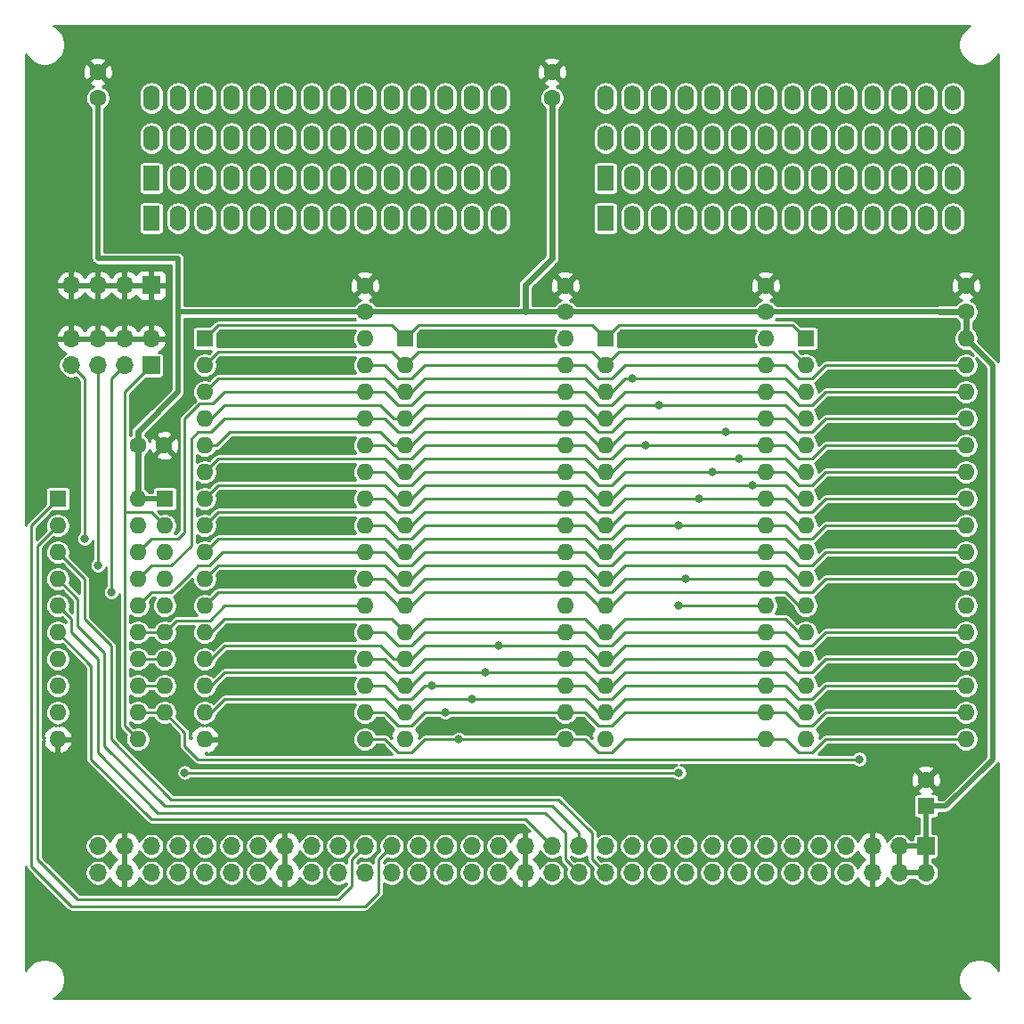
<source format=gbl>
G04 #@! TF.GenerationSoftware,KiCad,Pcbnew,(5.1.8)-1*
G04 #@! TF.CreationDate,2021-07-02T01:17:22+09:00*
G04 #@! TF.ProjectId,FMRAMV01L02,464d5241-4d56-4303-914c-30322e6b6963,rev?*
G04 #@! TF.SameCoordinates,PX3072580PY9157080*
G04 #@! TF.FileFunction,Copper,L2,Bot*
G04 #@! TF.FilePolarity,Positive*
%FSLAX46Y46*%
G04 Gerber Fmt 4.6, Leading zero omitted, Abs format (unit mm)*
G04 Created by KiCad (PCBNEW (5.1.8)-1) date 2021-07-02 01:17:22*
%MOMM*%
%LPD*%
G01*
G04 APERTURE LIST*
G04 #@! TA.AperFunction,ComponentPad*
%ADD10R,1.600000X2.400000*%
G04 #@! TD*
G04 #@! TA.AperFunction,ComponentPad*
%ADD11O,1.600000X2.400000*%
G04 #@! TD*
G04 #@! TA.AperFunction,ComponentPad*
%ADD12C,1.600000*%
G04 #@! TD*
G04 #@! TA.AperFunction,ComponentPad*
%ADD13O,1.700000X1.700000*%
G04 #@! TD*
G04 #@! TA.AperFunction,ComponentPad*
%ADD14R,1.700000X1.700000*%
G04 #@! TD*
G04 #@! TA.AperFunction,ComponentPad*
%ADD15O,1.600000X1.600000*%
G04 #@! TD*
G04 #@! TA.AperFunction,ComponentPad*
%ADD16R,1.600000X1.600000*%
G04 #@! TD*
G04 #@! TA.AperFunction,ViaPad*
%ADD17C,0.800000*%
G04 #@! TD*
G04 #@! TA.AperFunction,Conductor*
%ADD18C,0.250000*%
G04 #@! TD*
G04 #@! TA.AperFunction,Conductor*
%ADD19C,0.500000*%
G04 #@! TD*
G04 #@! TA.AperFunction,Conductor*
%ADD20C,0.600000*%
G04 #@! TD*
G04 #@! TA.AperFunction,Conductor*
%ADD21C,0.254000*%
G04 #@! TD*
G04 #@! TA.AperFunction,Conductor*
%ADD22C,0.100000*%
G04 #@! TD*
G04 APERTURE END LIST*
D10*
X68580000Y74930000D03*
D11*
X101600000Y82550000D03*
X71120000Y74930000D03*
X99060000Y82550000D03*
X73660000Y74930000D03*
X96520000Y82550000D03*
X76200000Y74930000D03*
X93980000Y82550000D03*
X78740000Y74930000D03*
X91440000Y82550000D03*
X81280000Y74930000D03*
X88900000Y82550000D03*
X83820000Y74930000D03*
X86360000Y82550000D03*
X86360000Y74930000D03*
X83820000Y82550000D03*
X88900000Y74930000D03*
X81280000Y82550000D03*
X91440000Y74930000D03*
X78740000Y82550000D03*
X93980000Y74930000D03*
X76200000Y82550000D03*
X96520000Y74930000D03*
X73660000Y82550000D03*
X99060000Y74930000D03*
X71120000Y82550000D03*
X101600000Y74930000D03*
X68580000Y82550000D03*
D10*
X25400000Y74930000D03*
D11*
X58420000Y82550000D03*
X27940000Y74930000D03*
X55880000Y82550000D03*
X30480000Y74930000D03*
X53340000Y82550000D03*
X33020000Y74930000D03*
X50800000Y82550000D03*
X35560000Y74930000D03*
X48260000Y82550000D03*
X38100000Y74930000D03*
X45720000Y82550000D03*
X40640000Y74930000D03*
X43180000Y82550000D03*
X43180000Y74930000D03*
X40640000Y82550000D03*
X45720000Y74930000D03*
X38100000Y82550000D03*
X48260000Y74930000D03*
X35560000Y82550000D03*
X50800000Y74930000D03*
X33020000Y82550000D03*
X53340000Y74930000D03*
X30480000Y82550000D03*
X55880000Y74930000D03*
X27940000Y82550000D03*
X58420000Y74930000D03*
X25400000Y82550000D03*
X25400000Y86360000D03*
X58420000Y78740000D03*
X27940000Y86360000D03*
X55880000Y78740000D03*
X30480000Y86360000D03*
X53340000Y78740000D03*
X33020000Y86360000D03*
X50800000Y78740000D03*
X35560000Y86360000D03*
X48260000Y78740000D03*
X38100000Y86360000D03*
X45720000Y78740000D03*
X40640000Y86360000D03*
X43180000Y78740000D03*
X43180000Y86360000D03*
X40640000Y78740000D03*
X45720000Y86360000D03*
X38100000Y78740000D03*
X48260000Y86360000D03*
X35560000Y78740000D03*
X50800000Y86360000D03*
X33020000Y78740000D03*
X53340000Y86360000D03*
X30480000Y78740000D03*
X55880000Y86360000D03*
X27940000Y78740000D03*
X58420000Y86360000D03*
D10*
X25400000Y78740000D03*
D12*
X20320000Y88860000D03*
X20320000Y86360000D03*
D11*
X68580000Y86360000D03*
X101600000Y78740000D03*
X71120000Y86360000D03*
X99060000Y78740000D03*
X73660000Y86360000D03*
X96520000Y78740000D03*
X76200000Y86360000D03*
X93980000Y78740000D03*
X78740000Y86360000D03*
X91440000Y78740000D03*
X81280000Y86360000D03*
X88900000Y78740000D03*
X83820000Y86360000D03*
X86360000Y78740000D03*
X86360000Y86360000D03*
X83820000Y78740000D03*
X88900000Y86360000D03*
X81280000Y78740000D03*
X91440000Y86360000D03*
X78740000Y78740000D03*
X93980000Y86360000D03*
X76200000Y78740000D03*
X96520000Y86360000D03*
X73660000Y78740000D03*
X99060000Y86360000D03*
X71120000Y78740000D03*
X101600000Y86360000D03*
D10*
X68580000Y78740000D03*
D12*
X63500000Y88860000D03*
X63500000Y86360000D03*
D13*
X17780000Y68580000D03*
X20320000Y68580000D03*
X22860000Y68580000D03*
D14*
X25400000Y68580000D03*
D15*
X45720000Y63500000D03*
X30480000Y25400000D03*
X45720000Y60960000D03*
X30480000Y27940000D03*
X45720000Y58420000D03*
X30480000Y30480000D03*
X45720000Y55880000D03*
X30480000Y33020000D03*
X45720000Y53340000D03*
X30480000Y35560000D03*
X45720000Y50800000D03*
X30480000Y38100000D03*
X45720000Y48260000D03*
X30480000Y40640000D03*
X45720000Y45720000D03*
X30480000Y43180000D03*
X45720000Y43180000D03*
X30480000Y45720000D03*
X45720000Y40640000D03*
X30480000Y48260000D03*
X45720000Y38100000D03*
X30480000Y50800000D03*
X45720000Y35560000D03*
X30480000Y53340000D03*
X45720000Y33020000D03*
X30480000Y55880000D03*
X45720000Y30480000D03*
X30480000Y58420000D03*
X45720000Y27940000D03*
X30480000Y60960000D03*
X45720000Y25400000D03*
D16*
X30480000Y63500000D03*
D13*
X20320000Y12700000D03*
X20320000Y15240000D03*
X22860000Y12700000D03*
X22860000Y15240000D03*
X25400000Y12700000D03*
X25400000Y15240000D03*
X27940000Y12700000D03*
X27940000Y15240000D03*
X30480000Y12700000D03*
X30480000Y15240000D03*
X33020000Y12700000D03*
X33020000Y15240000D03*
X35560000Y12700000D03*
X35560000Y15240000D03*
X38100000Y12700000D03*
X38100000Y15240000D03*
X40640000Y12700000D03*
X40640000Y15240000D03*
X43180000Y12700000D03*
X43180000Y15240000D03*
X45720000Y12700000D03*
X45720000Y15240000D03*
X48260000Y12700000D03*
X48260000Y15240000D03*
X50800000Y12700000D03*
X50800000Y15240000D03*
X53340000Y12700000D03*
X53340000Y15240000D03*
X55880000Y12700000D03*
X55880000Y15240000D03*
X58420000Y12700000D03*
X58420000Y15240000D03*
X60960000Y12700000D03*
X60960000Y15240000D03*
X63500000Y12700000D03*
X63500000Y15240000D03*
X66040000Y12700000D03*
X66040000Y15240000D03*
X68580000Y12700000D03*
X68580000Y15240000D03*
X71120000Y12700000D03*
X71120000Y15240000D03*
X73660000Y12700000D03*
X73660000Y15240000D03*
X76200000Y12700000D03*
X76200000Y15240000D03*
X78740000Y12700000D03*
X78740000Y15240000D03*
X81280000Y12700000D03*
X81280000Y15240000D03*
X83820000Y12700000D03*
X83820000Y15240000D03*
X86360000Y12700000D03*
X86360000Y15240000D03*
X88900000Y12700000D03*
X88900000Y15240000D03*
X91440000Y12700000D03*
X91440000Y15240000D03*
X93980000Y12700000D03*
X93980000Y15240000D03*
X96520000Y12700000D03*
X96520000Y15240000D03*
X99060000Y12700000D03*
D14*
X99060000Y15240000D03*
D15*
X64770000Y63500000D03*
X49530000Y25400000D03*
X64770000Y60960000D03*
X49530000Y27940000D03*
X64770000Y58420000D03*
X49530000Y30480000D03*
X64770000Y55880000D03*
X49530000Y33020000D03*
X64770000Y53340000D03*
X49530000Y35560000D03*
X64770000Y50800000D03*
X49530000Y38100000D03*
X64770000Y48260000D03*
X49530000Y40640000D03*
X64770000Y45720000D03*
X49530000Y43180000D03*
X64770000Y43180000D03*
X49530000Y45720000D03*
X64770000Y40640000D03*
X49530000Y48260000D03*
X64770000Y38100000D03*
X49530000Y50800000D03*
X64770000Y35560000D03*
X49530000Y53340000D03*
X64770000Y33020000D03*
X49530000Y55880000D03*
X64770000Y30480000D03*
X49530000Y58420000D03*
X64770000Y27940000D03*
X49530000Y60960000D03*
X64770000Y25400000D03*
D16*
X49530000Y63500000D03*
D15*
X83820000Y63500000D03*
X68580000Y25400000D03*
X83820000Y60960000D03*
X68580000Y27940000D03*
X83820000Y58420000D03*
X68580000Y30480000D03*
X83820000Y55880000D03*
X68580000Y33020000D03*
X83820000Y53340000D03*
X68580000Y35560000D03*
X83820000Y50800000D03*
X68580000Y38100000D03*
X83820000Y48260000D03*
X68580000Y40640000D03*
X83820000Y45720000D03*
X68580000Y43180000D03*
X83820000Y43180000D03*
X68580000Y45720000D03*
X83820000Y40640000D03*
X68580000Y48260000D03*
X83820000Y38100000D03*
X68580000Y50800000D03*
X83820000Y35560000D03*
X68580000Y53340000D03*
X83820000Y33020000D03*
X68580000Y55880000D03*
X83820000Y30480000D03*
X68580000Y58420000D03*
X83820000Y27940000D03*
X68580000Y60960000D03*
X83820000Y25400000D03*
D16*
X68580000Y63500000D03*
D15*
X102870000Y63500000D03*
X87630000Y25400000D03*
X102870000Y60960000D03*
X87630000Y27940000D03*
X102870000Y58420000D03*
X87630000Y30480000D03*
X102870000Y55880000D03*
X87630000Y33020000D03*
X102870000Y53340000D03*
X87630000Y35560000D03*
X102870000Y50800000D03*
X87630000Y38100000D03*
X102870000Y48260000D03*
X87630000Y40640000D03*
X102870000Y45720000D03*
X87630000Y43180000D03*
X102870000Y43180000D03*
X87630000Y45720000D03*
X102870000Y40640000D03*
X87630000Y48260000D03*
X102870000Y38100000D03*
X87630000Y50800000D03*
X102870000Y35560000D03*
X87630000Y53340000D03*
X102870000Y33020000D03*
X87630000Y55880000D03*
X102870000Y30480000D03*
X87630000Y58420000D03*
X102870000Y27940000D03*
X87630000Y60960000D03*
X102870000Y25400000D03*
D16*
X87630000Y63500000D03*
D15*
X24130000Y48260000D03*
X16510000Y25400000D03*
X24130000Y45720000D03*
X16510000Y27940000D03*
X24130000Y43180000D03*
X16510000Y30480000D03*
X24130000Y40640000D03*
X16510000Y33020000D03*
X24130000Y38100000D03*
X16510000Y35560000D03*
X24130000Y35560000D03*
X16510000Y38100000D03*
X24130000Y33020000D03*
X16510000Y40640000D03*
X24130000Y30480000D03*
X16510000Y43180000D03*
X24130000Y27940000D03*
X16510000Y45720000D03*
X24130000Y25400000D03*
D16*
X16510000Y48260000D03*
D15*
X26670000Y27940000D03*
X26670000Y30480000D03*
X26670000Y33020000D03*
X26670000Y35560000D03*
X26670000Y38100000D03*
X26670000Y40640000D03*
X26670000Y43180000D03*
X26670000Y45720000D03*
D16*
X26670000Y48260000D03*
D12*
X99060000Y21550000D03*
D16*
X99060000Y19050000D03*
D12*
X26630000Y53340000D03*
X24130000Y53340000D03*
X45720000Y68540000D03*
X45720000Y66040000D03*
X64770000Y68540000D03*
X64770000Y66040000D03*
X83820000Y68540000D03*
X83820000Y66040000D03*
X102870000Y68540000D03*
X102870000Y66040000D03*
D14*
X25400000Y60960000D03*
D13*
X25400000Y63500000D03*
X22860000Y60960000D03*
X22860000Y63500000D03*
X20320000Y60960000D03*
X20320000Y63500000D03*
X17780000Y60960000D03*
X17780000Y63500000D03*
D17*
X38100000Y40640000D03*
X38100000Y35560000D03*
X38100000Y33020000D03*
X38100000Y30480000D03*
X75565000Y20320000D03*
X83820000Y20320000D03*
X61595000Y26670000D03*
X33655000Y53340000D03*
X43180000Y50800000D03*
X33655000Y48260000D03*
X43180000Y45720000D03*
X33655000Y60960000D03*
X93980000Y91440000D03*
X73660000Y91440000D03*
X50800000Y91440000D03*
X30480000Y91440000D03*
X30480000Y71120000D03*
X50800000Y71120000D03*
X73660000Y71120000D03*
X93980000Y71120000D03*
X104140000Y81280000D03*
X43180000Y63500000D03*
X62230000Y63500000D03*
X81280000Y63500000D03*
X100330000Y63500000D03*
X20320000Y6350000D03*
X27940000Y6350000D03*
X38100000Y6350000D03*
X48260000Y6350000D03*
X58420000Y6350000D03*
X68580000Y6350000D03*
X78740000Y6350000D03*
X88900000Y6350000D03*
X99060000Y6350000D03*
X69850000Y20320000D03*
X38100000Y26670000D03*
X43180000Y53340000D03*
X16510000Y53340000D03*
X52070000Y30480000D03*
X53340000Y27940000D03*
X54610000Y25400000D03*
X55880000Y29210000D03*
X57150000Y31750000D03*
X58420000Y34290000D03*
X71120000Y59690000D03*
X72390000Y53340000D03*
X73660000Y57150000D03*
X75565000Y45720000D03*
X76200000Y40640000D03*
X77470000Y48260000D03*
X78740000Y50800000D03*
X80010000Y54610000D03*
X81280000Y52070000D03*
X82550000Y49530000D03*
X92710000Y23495000D03*
X28575000Y22225000D03*
X75565000Y38100000D03*
X75565000Y22225000D03*
X20320000Y41910000D03*
X21590000Y39370000D03*
X19050000Y44450000D03*
D18*
X48895000Y25400000D02*
X49530000Y25400000D01*
X50165000Y25400000D02*
X49530000Y25400000D01*
X68580000Y25400000D02*
X67945000Y25400000D01*
D19*
X96520000Y15240000D02*
X99060000Y15240000D01*
X99060000Y19050000D02*
X99060000Y15240000D01*
X99060000Y15240000D02*
X99060000Y12700000D01*
X96520000Y15240000D02*
X96520000Y12700000D01*
X105410000Y60960000D02*
X102870000Y63500000D01*
X100330000Y66040000D02*
X83820000Y66040000D01*
X83820000Y66040000D02*
X64770000Y66040000D01*
X45720000Y66040000D02*
X29210000Y66040000D01*
X27940000Y58420000D02*
X27940000Y64770000D01*
X26035000Y56515000D02*
X27940000Y58420000D01*
D20*
X102870000Y63500000D02*
X102870000Y66040000D01*
X102870000Y66040000D02*
X100330000Y66040000D01*
X24130000Y48260000D02*
X24130000Y50800000D01*
X24130000Y50800000D02*
X24130000Y54610000D01*
X24130000Y54610000D02*
X26035000Y56515000D01*
D19*
X105410000Y25400000D02*
X105410000Y60960000D01*
X99060000Y19050000D02*
X100965000Y19050000D01*
X100965000Y19050000D02*
X105410000Y23495000D01*
X64770000Y66040000D02*
X60960000Y66040000D01*
X60960000Y66040000D02*
X45720000Y66040000D01*
D20*
X60960000Y66040000D02*
X60960000Y68580000D01*
X60960000Y68580000D02*
X63500000Y71120000D01*
X63500000Y83820000D02*
X63500000Y71120000D01*
D19*
X20320000Y73660000D02*
X20320000Y86360000D01*
D20*
X63500000Y83820000D02*
X63500000Y86360000D01*
D19*
X105410000Y23495000D02*
X105410000Y25400000D01*
X27940000Y64770000D02*
X27940000Y66040000D01*
X29210000Y66040000D02*
X27940000Y66040000D01*
X24130000Y48260000D02*
X26670000Y48260000D01*
X96520000Y12700000D02*
X99060000Y12700000D01*
X27940000Y71120000D02*
X20320000Y71120000D01*
X27940000Y66040000D02*
X27940000Y71120000D01*
X20320000Y71120000D02*
X20320000Y73660000D01*
D18*
X14605000Y43815000D02*
X16510000Y45720000D01*
X44450000Y11430000D02*
X43180000Y10160000D01*
X44450000Y13970000D02*
X44450000Y11430000D01*
X45720000Y15240000D02*
X44450000Y13970000D01*
X18415000Y10160000D02*
X14605000Y13970000D01*
X14605000Y13970000D02*
X14605000Y43815000D01*
X43180000Y10160000D02*
X18415000Y10160000D01*
X13970000Y45720000D02*
X16510000Y48260000D01*
X13970000Y13335000D02*
X13970000Y45720000D01*
X17780000Y9525000D02*
X13970000Y13335000D01*
X45720000Y9525000D02*
X17780000Y9525000D01*
X46990000Y10795000D02*
X45720000Y9525000D01*
X46990000Y13970000D02*
X46990000Y10795000D01*
X48260000Y15240000D02*
X46990000Y13970000D01*
X45720000Y35560000D02*
X47625000Y35560000D01*
X47625000Y35560000D02*
X48895000Y34290000D01*
X48895000Y34290000D02*
X50165000Y34290000D01*
X50165000Y34290000D02*
X51435000Y35560000D01*
X51435000Y35560000D02*
X64770000Y35560000D01*
X64770000Y35560000D02*
X66675000Y35560000D01*
X66675000Y35560000D02*
X67945000Y34290000D01*
X67945000Y34290000D02*
X69215000Y34290000D01*
X69215000Y34290000D02*
X70485000Y35560000D01*
X70485000Y35560000D02*
X83820000Y35560000D01*
X83820000Y35560000D02*
X85725000Y35560000D01*
X85725000Y35560000D02*
X86995000Y34290000D01*
X86995000Y34290000D02*
X88265000Y34290000D01*
X88265000Y34290000D02*
X89535000Y35560000D01*
X89535000Y35560000D02*
X102870000Y35560000D01*
X45720000Y33020000D02*
X47625000Y33020000D01*
X47625000Y33020000D02*
X48895000Y31750000D01*
X48895000Y31750000D02*
X50165000Y31750000D01*
X50165000Y31750000D02*
X51435000Y33020000D01*
X51435000Y33020000D02*
X64770000Y33020000D01*
X64770000Y33020000D02*
X66675000Y33020000D01*
X66675000Y33020000D02*
X67945000Y31750000D01*
X67945000Y31750000D02*
X69215000Y31750000D01*
X69215000Y31750000D02*
X70485000Y33020000D01*
X70485000Y33020000D02*
X83820000Y33020000D01*
X83820000Y33020000D02*
X85725000Y33020000D01*
X85725000Y33020000D02*
X86995000Y31750000D01*
X86995000Y31750000D02*
X88265000Y31750000D01*
X88265000Y31750000D02*
X89535000Y33020000D01*
X89535000Y33020000D02*
X102870000Y33020000D01*
X45720000Y30480000D02*
X47625000Y30480000D01*
X47625000Y30480000D02*
X48895000Y29210000D01*
X48895000Y29210000D02*
X50165000Y29210000D01*
X50165000Y29210000D02*
X51435000Y30480000D01*
X51435000Y30480000D02*
X52070000Y30480000D01*
X70485000Y30480000D02*
X83820000Y30480000D01*
X69215000Y29210000D02*
X70485000Y30480000D01*
X67945000Y29210000D02*
X69215000Y29210000D01*
X66675000Y30480000D02*
X67945000Y29210000D01*
X64770000Y30480000D02*
X66675000Y30480000D01*
X83820000Y30480000D02*
X85725000Y30480000D01*
X85725000Y30480000D02*
X86995000Y29210000D01*
X86995000Y29210000D02*
X88265000Y29210000D01*
X88265000Y29210000D02*
X89535000Y30480000D01*
X89535000Y30480000D02*
X102870000Y30480000D01*
X52070000Y30480000D02*
X64770000Y30480000D01*
X50165000Y26670000D02*
X51435000Y27940000D01*
X51435000Y27940000D02*
X53340000Y27940000D01*
X48895000Y26670000D02*
X50165000Y26670000D01*
X47625000Y27940000D02*
X48895000Y26670000D01*
X45720000Y27940000D02*
X47625000Y27940000D01*
X70485000Y27940000D02*
X83820000Y27940000D01*
X69215000Y26670000D02*
X70485000Y27940000D01*
X67945000Y26670000D02*
X69215000Y26670000D01*
X66675000Y27940000D02*
X67945000Y26670000D01*
X64770000Y27940000D02*
X66675000Y27940000D01*
X83820000Y27940000D02*
X85725000Y27940000D01*
X85725000Y27940000D02*
X86995000Y26670000D01*
X86995000Y26670000D02*
X88265000Y26670000D01*
X88265000Y26670000D02*
X89535000Y27940000D01*
X89535000Y27940000D02*
X102870000Y27940000D01*
X53340000Y27940000D02*
X64770000Y27940000D01*
X51435000Y25400000D02*
X54610000Y25400000D01*
X50165000Y24130000D02*
X51435000Y25400000D01*
X48895000Y24130000D02*
X50165000Y24130000D01*
X47625000Y25400000D02*
X48895000Y24130000D01*
X45720000Y25400000D02*
X47625000Y25400000D01*
X64770000Y25400000D02*
X66675000Y25400000D01*
X66675000Y25400000D02*
X67945000Y24130000D01*
X67945000Y24130000D02*
X69215000Y24130000D01*
X69215000Y24130000D02*
X70485000Y25400000D01*
X70485000Y25400000D02*
X83820000Y25400000D01*
X83820000Y25400000D02*
X85725000Y25400000D01*
X85725000Y25400000D02*
X86995000Y24130000D01*
X86995000Y24130000D02*
X88265000Y24130000D01*
X88265000Y24130000D02*
X89535000Y25400000D01*
X89535000Y25400000D02*
X102870000Y25400000D01*
X54610000Y25400000D02*
X64770000Y25400000D01*
X47625000Y29210000D02*
X48895000Y27940000D01*
X48895000Y27940000D02*
X49530000Y27940000D01*
X66675000Y29210000D02*
X67945000Y27940000D01*
X67945000Y27940000D02*
X68580000Y27940000D01*
X55880000Y29210000D02*
X66675000Y29210000D01*
X32385000Y29210000D02*
X31115000Y27940000D01*
X32385000Y29210000D02*
X47625000Y29210000D01*
X31115000Y27940000D02*
X30480000Y27940000D01*
X86995000Y27940000D02*
X87630000Y27940000D01*
X85725000Y29210000D02*
X86995000Y27940000D01*
X70485000Y29210000D02*
X85725000Y29210000D01*
X69215000Y27940000D02*
X70485000Y29210000D01*
X68580000Y27940000D02*
X69215000Y27940000D01*
X51435000Y29210000D02*
X50165000Y27940000D01*
X50165000Y27940000D02*
X49530000Y27940000D01*
X55880000Y29210000D02*
X51435000Y29210000D01*
X47625000Y31750000D02*
X48895000Y30480000D01*
X48895000Y30480000D02*
X49530000Y30480000D01*
X67945000Y30480000D02*
X68580000Y30480000D01*
X66675000Y31750000D02*
X67945000Y30480000D01*
X69215000Y30480000D02*
X68580000Y30480000D01*
X70485000Y31750000D02*
X69215000Y30480000D01*
X85725000Y31750000D02*
X86995000Y30480000D01*
X85725000Y31750000D02*
X70485000Y31750000D01*
X86995000Y30480000D02*
X87630000Y30480000D01*
X57150000Y31750000D02*
X66675000Y31750000D01*
X32385000Y31750000D02*
X31115000Y30480000D01*
X47625000Y31750000D02*
X32385000Y31750000D01*
X31115000Y30480000D02*
X30480000Y30480000D01*
X50165000Y30480000D02*
X49530000Y30480000D01*
X51435000Y31750000D02*
X50165000Y30480000D01*
X57150000Y31750000D02*
X51435000Y31750000D01*
X67945000Y33020000D02*
X68580000Y33020000D01*
X66675000Y34290000D02*
X67945000Y33020000D01*
X70485000Y34290000D02*
X69215000Y33020000D01*
X69215000Y33020000D02*
X68580000Y33020000D01*
X85725000Y34290000D02*
X86995000Y33020000D01*
X85725000Y34290000D02*
X70485000Y34290000D01*
X86995000Y33020000D02*
X87630000Y33020000D01*
X58420000Y34290000D02*
X66675000Y34290000D01*
X31115000Y33020000D02*
X30480000Y33020000D01*
X32385000Y34290000D02*
X31115000Y33020000D01*
X47128630Y34290000D02*
X32385000Y34290000D01*
X48398630Y33020000D02*
X47128630Y34290000D01*
X49530000Y33020000D02*
X48398630Y33020000D01*
X50165000Y33020000D02*
X49530000Y33020000D01*
X51435000Y34290000D02*
X50165000Y33020000D01*
X58420000Y34290000D02*
X51435000Y34290000D01*
X63500000Y15240000D02*
X60960000Y17780000D01*
X19685000Y32385000D02*
X16510000Y35560000D01*
X19685000Y23495000D02*
X25400000Y17780000D01*
X60960000Y17780000D02*
X25400000Y17780000D01*
X19685000Y23495000D02*
X19685000Y32385000D01*
X64770000Y16510000D02*
X62865000Y18415000D01*
X64770000Y13970000D02*
X64770000Y16510000D01*
X66040000Y12700000D02*
X64770000Y13970000D01*
X17780000Y35560000D02*
X20320000Y33020000D01*
X16510000Y38100000D02*
X17780000Y36830000D01*
X17780000Y35560000D02*
X17780000Y36830000D01*
X20320000Y24130000D02*
X26035000Y18415000D01*
X62865000Y18415000D02*
X26035000Y18415000D01*
X20320000Y24130000D02*
X20320000Y33020000D01*
X66040000Y16510000D02*
X63500000Y19050000D01*
X66040000Y15240000D02*
X66040000Y16510000D01*
X18415000Y36195000D02*
X20955000Y33655000D01*
X16510000Y40640000D02*
X18415000Y38735000D01*
X18415000Y36195000D02*
X18415000Y38735000D01*
X20955000Y24765000D02*
X26670000Y19050000D01*
X63500000Y19050000D02*
X26670000Y19050000D01*
X20955000Y24765000D02*
X20955000Y33655000D01*
X67310000Y16510000D02*
X64135000Y19685000D01*
X67310000Y13970000D02*
X67310000Y16510000D01*
X68580000Y12700000D02*
X67310000Y13970000D01*
X19050000Y36830000D02*
X21590000Y34290000D01*
X16510000Y43180000D02*
X19050000Y40640000D01*
X19050000Y36830000D02*
X19050000Y40640000D01*
X21590000Y25400000D02*
X27305000Y19685000D01*
X64135000Y19685000D02*
X27305000Y19685000D01*
X21590000Y25400000D02*
X21590000Y34290000D01*
X49530000Y60960000D02*
X50800000Y62230000D01*
X50800000Y62230000D02*
X67310000Y62230000D01*
X67310000Y62230000D02*
X68580000Y60960000D01*
X68580000Y60960000D02*
X69850000Y62230000D01*
X69850000Y62230000D02*
X86360000Y62230000D01*
X86360000Y62230000D02*
X87630000Y60960000D01*
X48260000Y62230000D02*
X49530000Y60960000D01*
X31750000Y62230000D02*
X48260000Y62230000D01*
X30480000Y60960000D02*
X31750000Y62230000D01*
X47625000Y60960000D02*
X45720000Y60960000D01*
X48895000Y59690000D02*
X47625000Y60960000D01*
X50165000Y59690000D02*
X48895000Y59690000D01*
X51435000Y60960000D02*
X50165000Y59690000D01*
X64770000Y60960000D02*
X51435000Y60960000D01*
X64770000Y60960000D02*
X66675000Y60960000D01*
X66675000Y60960000D02*
X67945000Y59690000D01*
X67945000Y59690000D02*
X69215000Y59690000D01*
X69215000Y59690000D02*
X70485000Y60960000D01*
X70485000Y60960000D02*
X83820000Y60960000D01*
X89535000Y60960000D02*
X102870000Y60960000D01*
X88265000Y59690000D02*
X89535000Y60960000D01*
X86995000Y59690000D02*
X88265000Y59690000D01*
X85725000Y60960000D02*
X86995000Y59690000D01*
X83820000Y60960000D02*
X85725000Y60960000D01*
X31750000Y59690000D02*
X30480000Y58420000D01*
X47625000Y59690000D02*
X48895000Y58420000D01*
X47625000Y59690000D02*
X31750000Y59690000D01*
X48895000Y58420000D02*
X49530000Y58420000D01*
X67945000Y58420000D02*
X68580000Y58420000D01*
X66675000Y59690000D02*
X67945000Y58420000D01*
X51435000Y59690000D02*
X66675000Y59690000D01*
X50165000Y58420000D02*
X51435000Y59690000D01*
X49530000Y58420000D02*
X50165000Y58420000D01*
X85725000Y59690000D02*
X71120000Y59690000D01*
X69215000Y58420000D02*
X68580000Y58420000D01*
X70485000Y59690000D02*
X69215000Y58420000D01*
X86995000Y58420000D02*
X85725000Y59690000D01*
X87630000Y58420000D02*
X86995000Y58420000D01*
X71120000Y59690000D02*
X70485000Y59690000D01*
X45720000Y53340000D02*
X47625000Y53340000D01*
X47625000Y53340000D02*
X48895000Y52070000D01*
X48895000Y52070000D02*
X50165000Y52070000D01*
X50165000Y52070000D02*
X51435000Y53340000D01*
X51435000Y53340000D02*
X64770000Y53340000D01*
X64770000Y53340000D02*
X66675000Y53340000D01*
X66675000Y53340000D02*
X67945000Y52070000D01*
X67945000Y52070000D02*
X69215000Y52070000D01*
X69215000Y52070000D02*
X70485000Y53340000D01*
X70485000Y53340000D02*
X72390000Y53340000D01*
X83820000Y53340000D02*
X85725000Y53340000D01*
X85725000Y53340000D02*
X86995000Y52070000D01*
X86995000Y52070000D02*
X88265000Y52070000D01*
X88265000Y52070000D02*
X89535000Y53340000D01*
X89535000Y53340000D02*
X102870000Y53340000D01*
X72390000Y53340000D02*
X83820000Y53340000D01*
X50165000Y55880000D02*
X49530000Y55880000D01*
X66675000Y57150000D02*
X51435000Y57150000D01*
X67945000Y55880000D02*
X66675000Y57150000D01*
X51435000Y57150000D02*
X50165000Y55880000D01*
X68580000Y55880000D02*
X67945000Y55880000D01*
X69215000Y55880000D02*
X68580000Y55880000D01*
X70485000Y57150000D02*
X69215000Y55880000D01*
X85725000Y57150000D02*
X73660000Y57150000D01*
X86995000Y55880000D02*
X85725000Y57150000D01*
X87630000Y55880000D02*
X86995000Y55880000D01*
X73660000Y57150000D02*
X70485000Y57150000D01*
X48398630Y55880000D02*
X49530000Y55880000D01*
X47128630Y57150000D02*
X48398630Y55880000D01*
X32385000Y57150000D02*
X47128630Y57150000D01*
X31115000Y55880000D02*
X32385000Y57150000D01*
X30480000Y55880000D02*
X31115000Y55880000D01*
X45720000Y45720000D02*
X47625000Y45720000D01*
X47625000Y45720000D02*
X48895000Y44450000D01*
X48895000Y44450000D02*
X50165000Y44450000D01*
X50165000Y44450000D02*
X51435000Y45720000D01*
X51435000Y45720000D02*
X64770000Y45720000D01*
X64770000Y45720000D02*
X66675000Y45720000D01*
X66675000Y45720000D02*
X67945000Y44450000D01*
X67945000Y44450000D02*
X69215000Y44450000D01*
X69215000Y44450000D02*
X70485000Y45720000D01*
X70485000Y45720000D02*
X74930000Y45720000D01*
X83820000Y45720000D02*
X85725000Y45720000D01*
X85725000Y45720000D02*
X86995000Y44450000D01*
X86995000Y44450000D02*
X88265000Y44450000D01*
X88265000Y44450000D02*
X89535000Y45720000D01*
X89535000Y45720000D02*
X102870000Y45720000D01*
X74930000Y45720000D02*
X83820000Y45720000D01*
X51435000Y40640000D02*
X64770000Y40640000D01*
X50165000Y39370000D02*
X51435000Y40640000D01*
X48895000Y39370000D02*
X50165000Y39370000D01*
X47625000Y40640000D02*
X48895000Y39370000D01*
X45720000Y40640000D02*
X47625000Y40640000D01*
X64770000Y40640000D02*
X66675000Y40640000D01*
X66675000Y40640000D02*
X67945000Y39370000D01*
X67945000Y39370000D02*
X69215000Y39370000D01*
X69215000Y39370000D02*
X70485000Y40640000D01*
X70485000Y40640000D02*
X76200000Y40640000D01*
X83820000Y40640000D02*
X85725000Y40640000D01*
X85725000Y40640000D02*
X86995000Y39370000D01*
X86995000Y39370000D02*
X88265000Y39370000D01*
X88265000Y39370000D02*
X89535000Y40640000D01*
X89535000Y40640000D02*
X102870000Y40640000D01*
X76200000Y40640000D02*
X83820000Y40640000D01*
X45720000Y48260000D02*
X47625000Y48260000D01*
X47625000Y48260000D02*
X48895000Y46990000D01*
X48895000Y46990000D02*
X50165000Y46990000D01*
X50165000Y46990000D02*
X51435000Y48260000D01*
X51435000Y48260000D02*
X64770000Y48260000D01*
X64770000Y48260000D02*
X66675000Y48260000D01*
X66675000Y48260000D02*
X67945000Y46990000D01*
X67945000Y46990000D02*
X69215000Y46990000D01*
X69215000Y46990000D02*
X70485000Y48260000D01*
X70485000Y48260000D02*
X77470000Y48260000D01*
X83820000Y48260000D02*
X85725000Y48260000D01*
X85725000Y48260000D02*
X86995000Y46990000D01*
X86995000Y46990000D02*
X88265000Y46990000D01*
X88265000Y46990000D02*
X89535000Y48260000D01*
X89535000Y48260000D02*
X102870000Y48260000D01*
X77470000Y48260000D02*
X83820000Y48260000D01*
X45720000Y50800000D02*
X47625000Y50800000D01*
X47625000Y50800000D02*
X48895000Y49530000D01*
X48895000Y49530000D02*
X50165000Y49530000D01*
X50165000Y49530000D02*
X51435000Y50800000D01*
X51435000Y50800000D02*
X64770000Y50800000D01*
X64770000Y50800000D02*
X66675000Y50800000D01*
X66675000Y50800000D02*
X67945000Y49530000D01*
X67945000Y49530000D02*
X69215000Y49530000D01*
X69215000Y49530000D02*
X70485000Y50800000D01*
X70485000Y50800000D02*
X78740000Y50800000D01*
X83820000Y50800000D02*
X85725000Y50800000D01*
X85725000Y50800000D02*
X86995000Y49530000D01*
X86995000Y49530000D02*
X88265000Y49530000D01*
X88265000Y49530000D02*
X89535000Y50800000D01*
X89535000Y50800000D02*
X102870000Y50800000D01*
X78740000Y50800000D02*
X83820000Y50800000D01*
X50165000Y53340000D02*
X49530000Y53340000D01*
X51435000Y54610000D02*
X50165000Y53340000D01*
X66675000Y54610000D02*
X51435000Y54610000D01*
X67945000Y53340000D02*
X66675000Y54610000D01*
X68580000Y53340000D02*
X67945000Y53340000D01*
X69215000Y53340000D02*
X68580000Y53340000D01*
X70485000Y54610000D02*
X69215000Y53340000D01*
X85725000Y54610000D02*
X80010000Y54610000D01*
X86995000Y53340000D02*
X85725000Y54610000D01*
X87630000Y53340000D02*
X86995000Y53340000D01*
X80010000Y54610000D02*
X70485000Y54610000D01*
X30480000Y53340000D02*
X31611370Y53340000D01*
X31611370Y53340000D02*
X32881370Y54610000D01*
X32881370Y54610000D02*
X47128630Y54610000D01*
X47128630Y54610000D02*
X48398630Y53340000D01*
X48398630Y53340000D02*
X49530000Y53340000D01*
X47625000Y52070000D02*
X48895000Y50800000D01*
X48895000Y50800000D02*
X49530000Y50800000D01*
X31750000Y52070000D02*
X47625000Y52070000D01*
X30480000Y50800000D02*
X31750000Y52070000D01*
X85725000Y52070000D02*
X86995000Y50800000D01*
X86995000Y50800000D02*
X87630000Y50800000D01*
X70981370Y52070000D02*
X81280000Y52070000D01*
X81280000Y15240000D02*
X81280000Y15875000D01*
X81280000Y52070000D02*
X85725000Y52070000D01*
X68580000Y50800000D02*
X69215000Y50800000D01*
X70485000Y52070000D02*
X70981370Y52070000D01*
X69215000Y50800000D02*
X70485000Y52070000D01*
X50165000Y50800000D02*
X49530000Y50800000D01*
X51435000Y52070000D02*
X50165000Y50800000D01*
X66675000Y52070000D02*
X51435000Y52070000D01*
X67945000Y50800000D02*
X66675000Y52070000D01*
X68580000Y50800000D02*
X67945000Y50800000D01*
X30480000Y48260000D02*
X31750000Y49530000D01*
X47625000Y49530000D02*
X48895000Y48260000D01*
X31750000Y49530000D02*
X47625000Y49530000D01*
X48895000Y48260000D02*
X49530000Y48260000D01*
X86995000Y48260000D02*
X87630000Y48260000D01*
X85725000Y49530000D02*
X86995000Y48260000D01*
X70981370Y49530000D02*
X82550000Y49530000D01*
X82550000Y49530000D02*
X85725000Y49530000D01*
X68580000Y48260000D02*
X69215000Y48260000D01*
X70485000Y49530000D02*
X70981370Y49530000D01*
X69215000Y48260000D02*
X70485000Y49530000D01*
X50165000Y48260000D02*
X49530000Y48260000D01*
X51435000Y49530000D02*
X50165000Y48260000D01*
X66675000Y49530000D02*
X51435000Y49530000D01*
X67945000Y48260000D02*
X66675000Y49530000D01*
X68580000Y48260000D02*
X67945000Y48260000D01*
X31750000Y46990000D02*
X30480000Y45720000D01*
X47625000Y46990000D02*
X48895000Y45720000D01*
X47625000Y46990000D02*
X31750000Y46990000D01*
X48895000Y45720000D02*
X49530000Y45720000D01*
X69215000Y45720000D02*
X68580000Y45720000D01*
X70485000Y46990000D02*
X69215000Y45720000D01*
X85725000Y46990000D02*
X86995000Y45720000D01*
X85725000Y46990000D02*
X70485000Y46990000D01*
X86995000Y45720000D02*
X87630000Y45720000D01*
X50165000Y45720000D02*
X49530000Y45720000D01*
X51435000Y46990000D02*
X50165000Y45720000D01*
X66675000Y46990000D02*
X51435000Y46990000D01*
X67945000Y45720000D02*
X66675000Y46990000D01*
X68580000Y45720000D02*
X67945000Y45720000D01*
X31750000Y44450000D02*
X30480000Y43180000D01*
X47625000Y44450000D02*
X48895000Y43180000D01*
X47625000Y44450000D02*
X31750000Y44450000D01*
X48895000Y43180000D02*
X49530000Y43180000D01*
X69215000Y43180000D02*
X68580000Y43180000D01*
X70485000Y44450000D02*
X69215000Y43180000D01*
X85725000Y44450000D02*
X86995000Y43180000D01*
X85725000Y44450000D02*
X70485000Y44450000D01*
X86995000Y43180000D02*
X87630000Y43180000D01*
X50165000Y43180000D02*
X49530000Y43180000D01*
X66675000Y44450000D02*
X51435000Y44450000D01*
X67945000Y43180000D02*
X66675000Y44450000D01*
X51435000Y44450000D02*
X50165000Y43180000D01*
X68580000Y43180000D02*
X67945000Y43180000D01*
X48895000Y40640000D02*
X49530000Y40640000D01*
X47625000Y41910000D02*
X48895000Y40640000D01*
X31750000Y41910000D02*
X47625000Y41910000D01*
X30480000Y40640000D02*
X31750000Y41910000D01*
X70485000Y41910000D02*
X69215000Y40640000D01*
X69215000Y40640000D02*
X68580000Y40640000D01*
X85725000Y41910000D02*
X86995000Y40640000D01*
X85725000Y41910000D02*
X70485000Y41910000D01*
X86995000Y40640000D02*
X87630000Y40640000D01*
X51435000Y41910000D02*
X50165000Y40640000D01*
X66675000Y41910000D02*
X51435000Y41910000D01*
X50165000Y40640000D02*
X49530000Y40640000D01*
X67945000Y40640000D02*
X66675000Y41910000D01*
X68580000Y40640000D02*
X67945000Y40640000D01*
X31750000Y39370000D02*
X30480000Y38100000D01*
X47625000Y39370000D02*
X48895000Y38100000D01*
X47625000Y39370000D02*
X31750000Y39370000D01*
X48895000Y38100000D02*
X49530000Y38100000D01*
X86995000Y38100000D02*
X87630000Y38100000D01*
X70485000Y39370000D02*
X85725000Y39370000D01*
X85725000Y39370000D02*
X86995000Y38100000D01*
X69215000Y38100000D02*
X70485000Y39370000D01*
X68580000Y38100000D02*
X69215000Y38100000D01*
X50165000Y38100000D02*
X49530000Y38100000D01*
X51435000Y39370000D02*
X50165000Y38100000D01*
X66675000Y39370000D02*
X51435000Y39370000D01*
X67945000Y38100000D02*
X66675000Y39370000D01*
X68580000Y38100000D02*
X67945000Y38100000D01*
X51435000Y36830000D02*
X50165000Y35560000D01*
X50165000Y35560000D02*
X49530000Y35560000D01*
X66675000Y36830000D02*
X67945000Y35560000D01*
X66675000Y36830000D02*
X51435000Y36830000D01*
X67945000Y35560000D02*
X68580000Y35560000D01*
X70485000Y36830000D02*
X69215000Y35560000D01*
X69215000Y35560000D02*
X68580000Y35560000D01*
X85725000Y36830000D02*
X86995000Y35560000D01*
X85725000Y36830000D02*
X70485000Y36830000D01*
X86995000Y35560000D02*
X87630000Y35560000D01*
X31115000Y35560000D02*
X30480000Y35560000D01*
X32385000Y36830000D02*
X31115000Y35560000D01*
X48260000Y36830000D02*
X32385000Y36830000D01*
X49530000Y35560000D02*
X48260000Y36830000D01*
X24130000Y27940000D02*
X26670000Y27940000D01*
X26670000Y27940000D02*
X28575000Y26035000D01*
X28575000Y26035000D02*
X28575000Y24765000D01*
X28575000Y24765000D02*
X29845000Y23495000D01*
X92710000Y23495000D02*
X29845000Y23495000D01*
X24130000Y30480000D02*
X26670000Y30480000D01*
X83820000Y38100000D02*
X75565000Y38100000D01*
X75565000Y38100000D02*
X75565000Y38100000D01*
X75565000Y22225000D02*
X28575000Y22225000D01*
X24130000Y33020000D02*
X26670000Y33020000D01*
X32385000Y38100000D02*
X45720000Y38100000D01*
X30970001Y36685001D02*
X32385000Y38100000D01*
X24130000Y35560000D02*
X26670000Y35560000D01*
X26670000Y35560000D02*
X27795001Y36685001D01*
X27795001Y36685001D02*
X30970001Y36685001D01*
X51435000Y43180000D02*
X64770000Y43180000D01*
X50165000Y41910000D02*
X51435000Y43180000D01*
X48895000Y41910000D02*
X50165000Y41910000D01*
X47625000Y43180000D02*
X48895000Y41910000D01*
X45720000Y43180000D02*
X47625000Y43180000D01*
X64770000Y43180000D02*
X66676410Y43180000D01*
X66676410Y43180000D02*
X67946410Y41910000D01*
X67946410Y41910000D02*
X69215000Y41910000D01*
X69215000Y41910000D02*
X70485000Y43180000D01*
X70485000Y43180000D02*
X83820000Y43180000D01*
X83820000Y43180000D02*
X85725000Y43180000D01*
X85725000Y43180000D02*
X86995000Y41910000D01*
X86995000Y41910000D02*
X88265000Y41910000D01*
X88265000Y41910000D02*
X89535000Y43180000D01*
X89535000Y43180000D02*
X102870000Y43180000D01*
X32145002Y43180000D02*
X45720000Y43180000D01*
X30875002Y41910000D02*
X32145002Y43180000D01*
X29210000Y41275000D02*
X29845000Y41910000D01*
X29845000Y41910000D02*
X30875002Y41910000D01*
X27940000Y40005000D02*
X29210000Y41275000D01*
X29210000Y41275000D02*
X27305000Y39370000D01*
X24130000Y38100000D02*
X25400000Y39370000D01*
X25400000Y39370000D02*
X27305000Y39370000D01*
X45720000Y55880000D02*
X47625000Y55880000D01*
X47625000Y55880000D02*
X48895000Y54610000D01*
X48895000Y54610000D02*
X50165000Y54610000D01*
X50165000Y54610000D02*
X51435000Y55880000D01*
X51435000Y55880000D02*
X64770000Y55880000D01*
X70485000Y55880000D02*
X83820000Y55880000D01*
X69215000Y54610000D02*
X70485000Y55880000D01*
X67945000Y54610000D02*
X69215000Y54610000D01*
X66675000Y55880000D02*
X67945000Y54610000D01*
X64770000Y55880000D02*
X66675000Y55880000D01*
X89535000Y55880000D02*
X102870000Y55880000D01*
X88265000Y54610000D02*
X89535000Y55880000D01*
X86995000Y54610000D02*
X88265000Y54610000D01*
X85725000Y55880000D02*
X86995000Y54610000D01*
X83820000Y55880000D02*
X85725000Y55880000D01*
X31115000Y54610000D02*
X32385000Y55880000D01*
X29845000Y54610000D02*
X31115000Y54610000D01*
X29210000Y53975000D02*
X29845000Y54610000D01*
X27305000Y41910000D02*
X29210000Y43815000D01*
X32385000Y55880000D02*
X45720000Y55880000D01*
X25400000Y41910000D02*
X27305000Y41910000D01*
X29210000Y43815000D02*
X29210000Y53975000D01*
X24130000Y40640000D02*
X25400000Y41910000D01*
X45720000Y58420000D02*
X47625000Y58420000D01*
X47625000Y58420000D02*
X48895000Y57150000D01*
X48895000Y57150000D02*
X50165000Y57150000D01*
X50165000Y57150000D02*
X51435000Y58420000D01*
X51435000Y58420000D02*
X64770000Y58420000D01*
X64770000Y58420000D02*
X66675000Y58420000D01*
X66675000Y58420000D02*
X67945000Y57150000D01*
X67945000Y57150000D02*
X69215000Y57150000D01*
X69215000Y57150000D02*
X70485000Y58420000D01*
X70485000Y58420000D02*
X83820000Y58420000D01*
X89535000Y58420000D02*
X102870000Y58420000D01*
X88265000Y57150000D02*
X89535000Y58420000D01*
X86995000Y57150000D02*
X88265000Y57150000D01*
X85725000Y58420000D02*
X86995000Y57150000D01*
X83820000Y58420000D02*
X85725000Y58420000D01*
X25400000Y44450000D02*
X24130000Y43180000D01*
X29989999Y57294999D02*
X28575000Y55880000D01*
X31259999Y57294999D02*
X29989999Y57294999D01*
X32385000Y58420000D02*
X31259999Y57294999D01*
X45720000Y58420000D02*
X32385000Y58420000D01*
X27940000Y44450000D02*
X28575000Y45085000D01*
X28575000Y55880000D02*
X28575000Y45085000D01*
X27940000Y44450000D02*
X25400000Y44450000D01*
X30480000Y63500000D02*
X31750000Y64770000D01*
X31750000Y64770000D02*
X48260000Y64770000D01*
X48260000Y64770000D02*
X49530000Y63500000D01*
X49530000Y63500000D02*
X50800000Y64770000D01*
X50800000Y64770000D02*
X67310000Y64770000D01*
X67310000Y64770000D02*
X68580000Y63500000D01*
X68580000Y63500000D02*
X69850000Y64770000D01*
X69850000Y64770000D02*
X86360000Y64770000D01*
X86360000Y64770000D02*
X87630000Y63500000D01*
X24130000Y25400000D02*
X22860000Y26670000D01*
X22860000Y58420000D02*
X25400000Y60960000D01*
X26670000Y45720000D02*
X25400000Y46990000D01*
X25400000Y46990000D02*
X22860000Y46990000D01*
X22860000Y46990000D02*
X22860000Y58420000D01*
X22860000Y26670000D02*
X22860000Y46990000D01*
X20320000Y41910000D02*
X20320000Y60960000D01*
X22860000Y60960000D02*
X21590000Y59690000D01*
X21590000Y39370000D02*
X21590000Y59690000D01*
X19050000Y59690000D02*
X17780000Y60960000D01*
X19050000Y44450000D02*
X19050000Y59690000D01*
D21*
X103201645Y93195539D02*
X102877186Y92978743D01*
X102601257Y92702814D01*
X102384461Y92378355D01*
X102235129Y92017836D01*
X102159000Y91635111D01*
X102159000Y91244889D01*
X102235129Y90862164D01*
X102384461Y90501645D01*
X102601257Y90177186D01*
X102877186Y89901257D01*
X103201645Y89684461D01*
X103562164Y89535129D01*
X103944889Y89459000D01*
X104335111Y89459000D01*
X104717836Y89535129D01*
X105078355Y89684461D01*
X105402814Y89901257D01*
X105678743Y90177186D01*
X105895539Y90501645D01*
X105918000Y90555871D01*
X105918000Y61335651D01*
X105858343Y61408343D01*
X105834263Y61428105D01*
X104022411Y63239957D01*
X104051000Y63383682D01*
X104051000Y63616318D01*
X104005614Y63844485D01*
X103916588Y64059413D01*
X103787342Y64252843D01*
X103622843Y64417342D01*
X103551000Y64465346D01*
X103551000Y65074654D01*
X103622843Y65122658D01*
X103787342Y65287157D01*
X103916588Y65480587D01*
X104005614Y65695515D01*
X104051000Y65923682D01*
X104051000Y66156318D01*
X104005614Y66384485D01*
X103916588Y66599413D01*
X103787342Y66792843D01*
X103622843Y66957342D01*
X103429413Y67086588D01*
X103261671Y67156069D01*
X103486292Y67236397D01*
X103611514Y67303329D01*
X103683097Y67547298D01*
X102870000Y68360395D01*
X102056903Y67547298D01*
X102128486Y67303329D01*
X102383996Y67182429D01*
X102482411Y67157760D01*
X102310587Y67086588D01*
X102117157Y66957342D01*
X101952658Y66792843D01*
X101904654Y66721000D01*
X100296547Y66721000D01*
X100196501Y66711146D01*
X100068132Y66672206D01*
X100065876Y66671000D01*
X84818755Y66671000D01*
X84737342Y66792843D01*
X84572843Y66957342D01*
X84379413Y67086588D01*
X84211671Y67156069D01*
X84436292Y67236397D01*
X84561514Y67303329D01*
X84633097Y67547298D01*
X83820000Y68360395D01*
X83006903Y67547298D01*
X83078486Y67303329D01*
X83333996Y67182429D01*
X83432411Y67157760D01*
X83260587Y67086588D01*
X83067157Y66957342D01*
X82902658Y66792843D01*
X82821245Y66671000D01*
X65768755Y66671000D01*
X65687342Y66792843D01*
X65522843Y66957342D01*
X65329413Y67086588D01*
X65161671Y67156069D01*
X65386292Y67236397D01*
X65511514Y67303329D01*
X65583097Y67547298D01*
X64770000Y68360395D01*
X63956903Y67547298D01*
X64028486Y67303329D01*
X64283996Y67182429D01*
X64382411Y67157760D01*
X64210587Y67086588D01*
X64017157Y66957342D01*
X63852658Y66792843D01*
X63771245Y66671000D01*
X61641000Y66671000D01*
X61641000Y68297922D01*
X61812566Y68469488D01*
X63329783Y68469488D01*
X63371213Y68189870D01*
X63466397Y67923708D01*
X63533329Y67798486D01*
X63777298Y67726903D01*
X64590395Y68540000D01*
X64949605Y68540000D01*
X65762702Y67726903D01*
X66006671Y67798486D01*
X66127571Y68053996D01*
X66196300Y68328184D01*
X66203265Y68469488D01*
X82379783Y68469488D01*
X82421213Y68189870D01*
X82516397Y67923708D01*
X82583329Y67798486D01*
X82827298Y67726903D01*
X83640395Y68540000D01*
X83999605Y68540000D01*
X84812702Y67726903D01*
X85056671Y67798486D01*
X85177571Y68053996D01*
X85246300Y68328184D01*
X85253265Y68469488D01*
X101429783Y68469488D01*
X101471213Y68189870D01*
X101566397Y67923708D01*
X101633329Y67798486D01*
X101877298Y67726903D01*
X102690395Y68540000D01*
X103049605Y68540000D01*
X103862702Y67726903D01*
X104106671Y67798486D01*
X104227571Y68053996D01*
X104296300Y68328184D01*
X104310217Y68610512D01*
X104268787Y68890130D01*
X104173603Y69156292D01*
X104106671Y69281514D01*
X103862702Y69353097D01*
X103049605Y68540000D01*
X102690395Y68540000D01*
X101877298Y69353097D01*
X101633329Y69281514D01*
X101512429Y69026004D01*
X101443700Y68751816D01*
X101429783Y68469488D01*
X85253265Y68469488D01*
X85260217Y68610512D01*
X85218787Y68890130D01*
X85123603Y69156292D01*
X85056671Y69281514D01*
X84812702Y69353097D01*
X83999605Y68540000D01*
X83640395Y68540000D01*
X82827298Y69353097D01*
X82583329Y69281514D01*
X82462429Y69026004D01*
X82393700Y68751816D01*
X82379783Y68469488D01*
X66203265Y68469488D01*
X66210217Y68610512D01*
X66168787Y68890130D01*
X66073603Y69156292D01*
X66006671Y69281514D01*
X65762702Y69353097D01*
X64949605Y68540000D01*
X64590395Y68540000D01*
X63777298Y69353097D01*
X63533329Y69281514D01*
X63412429Y69026004D01*
X63343700Y68751816D01*
X63329783Y68469488D01*
X61812566Y68469488D01*
X62875780Y69532702D01*
X63956903Y69532702D01*
X64770000Y68719605D01*
X65583097Y69532702D01*
X83006903Y69532702D01*
X83820000Y68719605D01*
X84633097Y69532702D01*
X102056903Y69532702D01*
X102870000Y68719605D01*
X103683097Y69532702D01*
X103611514Y69776671D01*
X103356004Y69897571D01*
X103081816Y69966300D01*
X102799488Y69980217D01*
X102519870Y69938787D01*
X102253708Y69843603D01*
X102128486Y69776671D01*
X102056903Y69532702D01*
X84633097Y69532702D01*
X84561514Y69776671D01*
X84306004Y69897571D01*
X84031816Y69966300D01*
X83749488Y69980217D01*
X83469870Y69938787D01*
X83203708Y69843603D01*
X83078486Y69776671D01*
X83006903Y69532702D01*
X65583097Y69532702D01*
X65511514Y69776671D01*
X65256004Y69897571D01*
X64981816Y69966300D01*
X64699488Y69980217D01*
X64419870Y69938787D01*
X64153708Y69843603D01*
X64028486Y69776671D01*
X63956903Y69532702D01*
X62875780Y69532702D01*
X63957884Y70614804D01*
X63983870Y70636130D01*
X64068970Y70739826D01*
X64132206Y70858132D01*
X64171146Y70986501D01*
X64181000Y71086547D01*
X64181000Y71086548D01*
X64184295Y71119999D01*
X64181000Y71153450D01*
X64181000Y76130000D01*
X67397157Y76130000D01*
X67397157Y73730000D01*
X67404513Y73655311D01*
X67426299Y73583492D01*
X67461678Y73517304D01*
X67509289Y73459289D01*
X67567304Y73411678D01*
X67633492Y73376299D01*
X67705311Y73354513D01*
X67780000Y73347157D01*
X69380000Y73347157D01*
X69454689Y73354513D01*
X69526508Y73376299D01*
X69592696Y73411678D01*
X69650711Y73459289D01*
X69698322Y73517304D01*
X69733701Y73583492D01*
X69755487Y73655311D01*
X69762843Y73730000D01*
X69762843Y75388015D01*
X69939000Y75388015D01*
X69939000Y74471984D01*
X69956088Y74298484D01*
X70023619Y74075864D01*
X70133284Y73870697D01*
X70280867Y73690866D01*
X70460698Y73543283D01*
X70665865Y73433619D01*
X70888485Y73366088D01*
X71120000Y73343286D01*
X71351516Y73366088D01*
X71574136Y73433619D01*
X71779303Y73543283D01*
X71959134Y73690866D01*
X72106717Y73870697D01*
X72216381Y74075864D01*
X72283912Y74298485D01*
X72301000Y74471985D01*
X72301000Y75388015D01*
X72479000Y75388015D01*
X72479000Y74471984D01*
X72496088Y74298484D01*
X72563619Y74075864D01*
X72673284Y73870697D01*
X72820867Y73690866D01*
X73000698Y73543283D01*
X73205865Y73433619D01*
X73428485Y73366088D01*
X73660000Y73343286D01*
X73891516Y73366088D01*
X74114136Y73433619D01*
X74319303Y73543283D01*
X74499134Y73690866D01*
X74646717Y73870697D01*
X74756381Y74075864D01*
X74823912Y74298485D01*
X74841000Y74471985D01*
X74841000Y75388015D01*
X75019000Y75388015D01*
X75019000Y74471984D01*
X75036088Y74298484D01*
X75103619Y74075864D01*
X75213284Y73870697D01*
X75360867Y73690866D01*
X75540698Y73543283D01*
X75745865Y73433619D01*
X75968485Y73366088D01*
X76200000Y73343286D01*
X76431516Y73366088D01*
X76654136Y73433619D01*
X76859303Y73543283D01*
X77039134Y73690866D01*
X77186717Y73870697D01*
X77296381Y74075864D01*
X77363912Y74298485D01*
X77381000Y74471985D01*
X77381000Y75388015D01*
X77559000Y75388015D01*
X77559000Y74471984D01*
X77576088Y74298484D01*
X77643619Y74075864D01*
X77753284Y73870697D01*
X77900867Y73690866D01*
X78080698Y73543283D01*
X78285865Y73433619D01*
X78508485Y73366088D01*
X78740000Y73343286D01*
X78971516Y73366088D01*
X79194136Y73433619D01*
X79399303Y73543283D01*
X79579134Y73690866D01*
X79726717Y73870697D01*
X79836381Y74075864D01*
X79903912Y74298485D01*
X79921000Y74471985D01*
X79921000Y75388015D01*
X80099000Y75388015D01*
X80099000Y74471984D01*
X80116088Y74298484D01*
X80183619Y74075864D01*
X80293284Y73870697D01*
X80440867Y73690866D01*
X80620698Y73543283D01*
X80825865Y73433619D01*
X81048485Y73366088D01*
X81280000Y73343286D01*
X81511516Y73366088D01*
X81734136Y73433619D01*
X81939303Y73543283D01*
X82119134Y73690866D01*
X82266717Y73870697D01*
X82376381Y74075864D01*
X82443912Y74298485D01*
X82461000Y74471985D01*
X82461000Y75388015D01*
X82639000Y75388015D01*
X82639000Y74471984D01*
X82656088Y74298484D01*
X82723619Y74075864D01*
X82833284Y73870697D01*
X82980867Y73690866D01*
X83160698Y73543283D01*
X83365865Y73433619D01*
X83588485Y73366088D01*
X83820000Y73343286D01*
X84051516Y73366088D01*
X84274136Y73433619D01*
X84479303Y73543283D01*
X84659134Y73690866D01*
X84806717Y73870697D01*
X84916381Y74075864D01*
X84983912Y74298485D01*
X85001000Y74471985D01*
X85001000Y75388015D01*
X85179000Y75388015D01*
X85179000Y74471984D01*
X85196088Y74298484D01*
X85263619Y74075864D01*
X85373284Y73870697D01*
X85520867Y73690866D01*
X85700698Y73543283D01*
X85905865Y73433619D01*
X86128485Y73366088D01*
X86360000Y73343286D01*
X86591516Y73366088D01*
X86814136Y73433619D01*
X87019303Y73543283D01*
X87199134Y73690866D01*
X87346717Y73870697D01*
X87456381Y74075864D01*
X87523912Y74298485D01*
X87541000Y74471985D01*
X87541000Y75388015D01*
X87719000Y75388015D01*
X87719000Y74471984D01*
X87736088Y74298484D01*
X87803619Y74075864D01*
X87913284Y73870697D01*
X88060867Y73690866D01*
X88240698Y73543283D01*
X88445865Y73433619D01*
X88668485Y73366088D01*
X88900000Y73343286D01*
X89131516Y73366088D01*
X89354136Y73433619D01*
X89559303Y73543283D01*
X89739134Y73690866D01*
X89886717Y73870697D01*
X89996381Y74075864D01*
X90063912Y74298485D01*
X90081000Y74471985D01*
X90081000Y75388015D01*
X90259000Y75388015D01*
X90259000Y74471984D01*
X90276088Y74298484D01*
X90343619Y74075864D01*
X90453284Y73870697D01*
X90600867Y73690866D01*
X90780698Y73543283D01*
X90985865Y73433619D01*
X91208485Y73366088D01*
X91440000Y73343286D01*
X91671516Y73366088D01*
X91894136Y73433619D01*
X92099303Y73543283D01*
X92279134Y73690866D01*
X92426717Y73870697D01*
X92536381Y74075864D01*
X92603912Y74298485D01*
X92621000Y74471985D01*
X92621000Y75388015D01*
X92799000Y75388015D01*
X92799000Y74471984D01*
X92816088Y74298484D01*
X92883619Y74075864D01*
X92993284Y73870697D01*
X93140867Y73690866D01*
X93320698Y73543283D01*
X93525865Y73433619D01*
X93748485Y73366088D01*
X93980000Y73343286D01*
X94211516Y73366088D01*
X94434136Y73433619D01*
X94639303Y73543283D01*
X94819134Y73690866D01*
X94966717Y73870697D01*
X95076381Y74075864D01*
X95143912Y74298485D01*
X95161000Y74471985D01*
X95161000Y75388015D01*
X95339000Y75388015D01*
X95339000Y74471984D01*
X95356088Y74298484D01*
X95423619Y74075864D01*
X95533284Y73870697D01*
X95680867Y73690866D01*
X95860698Y73543283D01*
X96065865Y73433619D01*
X96288485Y73366088D01*
X96520000Y73343286D01*
X96751516Y73366088D01*
X96974136Y73433619D01*
X97179303Y73543283D01*
X97359134Y73690866D01*
X97506717Y73870697D01*
X97616381Y74075864D01*
X97683912Y74298485D01*
X97701000Y74471985D01*
X97701000Y75388015D01*
X97879000Y75388015D01*
X97879000Y74471984D01*
X97896088Y74298484D01*
X97963619Y74075864D01*
X98073284Y73870697D01*
X98220867Y73690866D01*
X98400698Y73543283D01*
X98605865Y73433619D01*
X98828485Y73366088D01*
X99060000Y73343286D01*
X99291516Y73366088D01*
X99514136Y73433619D01*
X99719303Y73543283D01*
X99899134Y73690866D01*
X100046717Y73870697D01*
X100156381Y74075864D01*
X100223912Y74298485D01*
X100241000Y74471985D01*
X100241000Y75388015D01*
X100419000Y75388015D01*
X100419000Y74471984D01*
X100436088Y74298484D01*
X100503619Y74075864D01*
X100613284Y73870697D01*
X100760867Y73690866D01*
X100940698Y73543283D01*
X101145865Y73433619D01*
X101368485Y73366088D01*
X101600000Y73343286D01*
X101831516Y73366088D01*
X102054136Y73433619D01*
X102259303Y73543283D01*
X102439134Y73690866D01*
X102586717Y73870697D01*
X102696381Y74075864D01*
X102763912Y74298485D01*
X102781000Y74471985D01*
X102781000Y75388016D01*
X102763912Y75561516D01*
X102696381Y75784136D01*
X102586717Y75989303D01*
X102439134Y76169134D01*
X102259302Y76316717D01*
X102054135Y76426381D01*
X101831515Y76493912D01*
X101600000Y76516714D01*
X101368484Y76493912D01*
X101145864Y76426381D01*
X100940697Y76316717D01*
X100760866Y76169134D01*
X100613283Y75989302D01*
X100503619Y75784135D01*
X100436088Y75561515D01*
X100419000Y75388015D01*
X100241000Y75388015D01*
X100241000Y75388016D01*
X100223912Y75561516D01*
X100156381Y75784136D01*
X100046717Y75989303D01*
X99899134Y76169134D01*
X99719302Y76316717D01*
X99514135Y76426381D01*
X99291515Y76493912D01*
X99060000Y76516714D01*
X98828484Y76493912D01*
X98605864Y76426381D01*
X98400697Y76316717D01*
X98220866Y76169134D01*
X98073283Y75989302D01*
X97963619Y75784135D01*
X97896088Y75561515D01*
X97879000Y75388015D01*
X97701000Y75388015D01*
X97701000Y75388016D01*
X97683912Y75561516D01*
X97616381Y75784136D01*
X97506717Y75989303D01*
X97359134Y76169134D01*
X97179302Y76316717D01*
X96974135Y76426381D01*
X96751515Y76493912D01*
X96520000Y76516714D01*
X96288484Y76493912D01*
X96065864Y76426381D01*
X95860697Y76316717D01*
X95680866Y76169134D01*
X95533283Y75989302D01*
X95423619Y75784135D01*
X95356088Y75561515D01*
X95339000Y75388015D01*
X95161000Y75388015D01*
X95161000Y75388016D01*
X95143912Y75561516D01*
X95076381Y75784136D01*
X94966717Y75989303D01*
X94819134Y76169134D01*
X94639302Y76316717D01*
X94434135Y76426381D01*
X94211515Y76493912D01*
X93980000Y76516714D01*
X93748484Y76493912D01*
X93525864Y76426381D01*
X93320697Y76316717D01*
X93140866Y76169134D01*
X92993283Y75989302D01*
X92883619Y75784135D01*
X92816088Y75561515D01*
X92799000Y75388015D01*
X92621000Y75388015D01*
X92621000Y75388016D01*
X92603912Y75561516D01*
X92536381Y75784136D01*
X92426717Y75989303D01*
X92279134Y76169134D01*
X92099302Y76316717D01*
X91894135Y76426381D01*
X91671515Y76493912D01*
X91440000Y76516714D01*
X91208484Y76493912D01*
X90985864Y76426381D01*
X90780697Y76316717D01*
X90600866Y76169134D01*
X90453283Y75989302D01*
X90343619Y75784135D01*
X90276088Y75561515D01*
X90259000Y75388015D01*
X90081000Y75388015D01*
X90081000Y75388016D01*
X90063912Y75561516D01*
X89996381Y75784136D01*
X89886717Y75989303D01*
X89739134Y76169134D01*
X89559302Y76316717D01*
X89354135Y76426381D01*
X89131515Y76493912D01*
X88900000Y76516714D01*
X88668484Y76493912D01*
X88445864Y76426381D01*
X88240697Y76316717D01*
X88060866Y76169134D01*
X87913283Y75989302D01*
X87803619Y75784135D01*
X87736088Y75561515D01*
X87719000Y75388015D01*
X87541000Y75388015D01*
X87541000Y75388016D01*
X87523912Y75561516D01*
X87456381Y75784136D01*
X87346717Y75989303D01*
X87199134Y76169134D01*
X87019302Y76316717D01*
X86814135Y76426381D01*
X86591515Y76493912D01*
X86360000Y76516714D01*
X86128484Y76493912D01*
X85905864Y76426381D01*
X85700697Y76316717D01*
X85520866Y76169134D01*
X85373283Y75989302D01*
X85263619Y75784135D01*
X85196088Y75561515D01*
X85179000Y75388015D01*
X85001000Y75388015D01*
X85001000Y75388016D01*
X84983912Y75561516D01*
X84916381Y75784136D01*
X84806717Y75989303D01*
X84659134Y76169134D01*
X84479302Y76316717D01*
X84274135Y76426381D01*
X84051515Y76493912D01*
X83820000Y76516714D01*
X83588484Y76493912D01*
X83365864Y76426381D01*
X83160697Y76316717D01*
X82980866Y76169134D01*
X82833283Y75989302D01*
X82723619Y75784135D01*
X82656088Y75561515D01*
X82639000Y75388015D01*
X82461000Y75388015D01*
X82461000Y75388016D01*
X82443912Y75561516D01*
X82376381Y75784136D01*
X82266717Y75989303D01*
X82119134Y76169134D01*
X81939302Y76316717D01*
X81734135Y76426381D01*
X81511515Y76493912D01*
X81280000Y76516714D01*
X81048484Y76493912D01*
X80825864Y76426381D01*
X80620697Y76316717D01*
X80440866Y76169134D01*
X80293283Y75989302D01*
X80183619Y75784135D01*
X80116088Y75561515D01*
X80099000Y75388015D01*
X79921000Y75388015D01*
X79921000Y75388016D01*
X79903912Y75561516D01*
X79836381Y75784136D01*
X79726717Y75989303D01*
X79579134Y76169134D01*
X79399302Y76316717D01*
X79194135Y76426381D01*
X78971515Y76493912D01*
X78740000Y76516714D01*
X78508484Y76493912D01*
X78285864Y76426381D01*
X78080697Y76316717D01*
X77900866Y76169134D01*
X77753283Y75989302D01*
X77643619Y75784135D01*
X77576088Y75561515D01*
X77559000Y75388015D01*
X77381000Y75388015D01*
X77381000Y75388016D01*
X77363912Y75561516D01*
X77296381Y75784136D01*
X77186717Y75989303D01*
X77039134Y76169134D01*
X76859302Y76316717D01*
X76654135Y76426381D01*
X76431515Y76493912D01*
X76200000Y76516714D01*
X75968484Y76493912D01*
X75745864Y76426381D01*
X75540697Y76316717D01*
X75360866Y76169134D01*
X75213283Y75989302D01*
X75103619Y75784135D01*
X75036088Y75561515D01*
X75019000Y75388015D01*
X74841000Y75388015D01*
X74841000Y75388016D01*
X74823912Y75561516D01*
X74756381Y75784136D01*
X74646717Y75989303D01*
X74499134Y76169134D01*
X74319302Y76316717D01*
X74114135Y76426381D01*
X73891515Y76493912D01*
X73660000Y76516714D01*
X73428484Y76493912D01*
X73205864Y76426381D01*
X73000697Y76316717D01*
X72820866Y76169134D01*
X72673283Y75989302D01*
X72563619Y75784135D01*
X72496088Y75561515D01*
X72479000Y75388015D01*
X72301000Y75388015D01*
X72301000Y75388016D01*
X72283912Y75561516D01*
X72216381Y75784136D01*
X72106717Y75989303D01*
X71959134Y76169134D01*
X71779302Y76316717D01*
X71574135Y76426381D01*
X71351515Y76493912D01*
X71120000Y76516714D01*
X70888484Y76493912D01*
X70665864Y76426381D01*
X70460697Y76316717D01*
X70280866Y76169134D01*
X70133283Y75989302D01*
X70023619Y75784135D01*
X69956088Y75561515D01*
X69939000Y75388015D01*
X69762843Y75388015D01*
X69762843Y76130000D01*
X69755487Y76204689D01*
X69733701Y76276508D01*
X69698322Y76342696D01*
X69650711Y76400711D01*
X69592696Y76448322D01*
X69526508Y76483701D01*
X69454689Y76505487D01*
X69380000Y76512843D01*
X67780000Y76512843D01*
X67705311Y76505487D01*
X67633492Y76483701D01*
X67567304Y76448322D01*
X67509289Y76400711D01*
X67461678Y76342696D01*
X67426299Y76276508D01*
X67404513Y76204689D01*
X67397157Y76130000D01*
X64181000Y76130000D01*
X64181000Y79940000D01*
X67397157Y79940000D01*
X67397157Y77540000D01*
X67404513Y77465311D01*
X67426299Y77393492D01*
X67461678Y77327304D01*
X67509289Y77269289D01*
X67567304Y77221678D01*
X67633492Y77186299D01*
X67705311Y77164513D01*
X67780000Y77157157D01*
X69380000Y77157157D01*
X69454689Y77164513D01*
X69526508Y77186299D01*
X69592696Y77221678D01*
X69650711Y77269289D01*
X69698322Y77327304D01*
X69733701Y77393492D01*
X69755487Y77465311D01*
X69762843Y77540000D01*
X69762843Y79198015D01*
X69939000Y79198015D01*
X69939000Y78281984D01*
X69956088Y78108484D01*
X70023619Y77885864D01*
X70133284Y77680697D01*
X70280867Y77500866D01*
X70460698Y77353283D01*
X70665865Y77243619D01*
X70888485Y77176088D01*
X71120000Y77153286D01*
X71351516Y77176088D01*
X71574136Y77243619D01*
X71779303Y77353283D01*
X71959134Y77500866D01*
X72106717Y77680697D01*
X72216381Y77885864D01*
X72283912Y78108485D01*
X72301000Y78281985D01*
X72301000Y79198015D01*
X72479000Y79198015D01*
X72479000Y78281984D01*
X72496088Y78108484D01*
X72563619Y77885864D01*
X72673284Y77680697D01*
X72820867Y77500866D01*
X73000698Y77353283D01*
X73205865Y77243619D01*
X73428485Y77176088D01*
X73660000Y77153286D01*
X73891516Y77176088D01*
X74114136Y77243619D01*
X74319303Y77353283D01*
X74499134Y77500866D01*
X74646717Y77680697D01*
X74756381Y77885864D01*
X74823912Y78108485D01*
X74841000Y78281985D01*
X74841000Y79198015D01*
X75019000Y79198015D01*
X75019000Y78281984D01*
X75036088Y78108484D01*
X75103619Y77885864D01*
X75213284Y77680697D01*
X75360867Y77500866D01*
X75540698Y77353283D01*
X75745865Y77243619D01*
X75968485Y77176088D01*
X76200000Y77153286D01*
X76431516Y77176088D01*
X76654136Y77243619D01*
X76859303Y77353283D01*
X77039134Y77500866D01*
X77186717Y77680697D01*
X77296381Y77885864D01*
X77363912Y78108485D01*
X77381000Y78281985D01*
X77381000Y79198015D01*
X77559000Y79198015D01*
X77559000Y78281984D01*
X77576088Y78108484D01*
X77643619Y77885864D01*
X77753284Y77680697D01*
X77900867Y77500866D01*
X78080698Y77353283D01*
X78285865Y77243619D01*
X78508485Y77176088D01*
X78740000Y77153286D01*
X78971516Y77176088D01*
X79194136Y77243619D01*
X79399303Y77353283D01*
X79579134Y77500866D01*
X79726717Y77680697D01*
X79836381Y77885864D01*
X79903912Y78108485D01*
X79921000Y78281985D01*
X79921000Y79198015D01*
X80099000Y79198015D01*
X80099000Y78281984D01*
X80116088Y78108484D01*
X80183619Y77885864D01*
X80293284Y77680697D01*
X80440867Y77500866D01*
X80620698Y77353283D01*
X80825865Y77243619D01*
X81048485Y77176088D01*
X81280000Y77153286D01*
X81511516Y77176088D01*
X81734136Y77243619D01*
X81939303Y77353283D01*
X82119134Y77500866D01*
X82266717Y77680697D01*
X82376381Y77885864D01*
X82443912Y78108485D01*
X82461000Y78281985D01*
X82461000Y79198015D01*
X82639000Y79198015D01*
X82639000Y78281984D01*
X82656088Y78108484D01*
X82723619Y77885864D01*
X82833284Y77680697D01*
X82980867Y77500866D01*
X83160698Y77353283D01*
X83365865Y77243619D01*
X83588485Y77176088D01*
X83820000Y77153286D01*
X84051516Y77176088D01*
X84274136Y77243619D01*
X84479303Y77353283D01*
X84659134Y77500866D01*
X84806717Y77680697D01*
X84916381Y77885864D01*
X84983912Y78108485D01*
X85001000Y78281985D01*
X85001000Y79198015D01*
X85179000Y79198015D01*
X85179000Y78281984D01*
X85196088Y78108484D01*
X85263619Y77885864D01*
X85373284Y77680697D01*
X85520867Y77500866D01*
X85700698Y77353283D01*
X85905865Y77243619D01*
X86128485Y77176088D01*
X86360000Y77153286D01*
X86591516Y77176088D01*
X86814136Y77243619D01*
X87019303Y77353283D01*
X87199134Y77500866D01*
X87346717Y77680697D01*
X87456381Y77885864D01*
X87523912Y78108485D01*
X87541000Y78281985D01*
X87541000Y79198015D01*
X87719000Y79198015D01*
X87719000Y78281984D01*
X87736088Y78108484D01*
X87803619Y77885864D01*
X87913284Y77680697D01*
X88060867Y77500866D01*
X88240698Y77353283D01*
X88445865Y77243619D01*
X88668485Y77176088D01*
X88900000Y77153286D01*
X89131516Y77176088D01*
X89354136Y77243619D01*
X89559303Y77353283D01*
X89739134Y77500866D01*
X89886717Y77680697D01*
X89996381Y77885864D01*
X90063912Y78108485D01*
X90081000Y78281985D01*
X90081000Y79198015D01*
X90259000Y79198015D01*
X90259000Y78281984D01*
X90276088Y78108484D01*
X90343619Y77885864D01*
X90453284Y77680697D01*
X90600867Y77500866D01*
X90780698Y77353283D01*
X90985865Y77243619D01*
X91208485Y77176088D01*
X91440000Y77153286D01*
X91671516Y77176088D01*
X91894136Y77243619D01*
X92099303Y77353283D01*
X92279134Y77500866D01*
X92426717Y77680697D01*
X92536381Y77885864D01*
X92603912Y78108485D01*
X92621000Y78281985D01*
X92621000Y79198015D01*
X92799000Y79198015D01*
X92799000Y78281984D01*
X92816088Y78108484D01*
X92883619Y77885864D01*
X92993284Y77680697D01*
X93140867Y77500866D01*
X93320698Y77353283D01*
X93525865Y77243619D01*
X93748485Y77176088D01*
X93980000Y77153286D01*
X94211516Y77176088D01*
X94434136Y77243619D01*
X94639303Y77353283D01*
X94819134Y77500866D01*
X94966717Y77680697D01*
X95076381Y77885864D01*
X95143912Y78108485D01*
X95161000Y78281985D01*
X95161000Y79198015D01*
X95339000Y79198015D01*
X95339000Y78281984D01*
X95356088Y78108484D01*
X95423619Y77885864D01*
X95533284Y77680697D01*
X95680867Y77500866D01*
X95860698Y77353283D01*
X96065865Y77243619D01*
X96288485Y77176088D01*
X96520000Y77153286D01*
X96751516Y77176088D01*
X96974136Y77243619D01*
X97179303Y77353283D01*
X97359134Y77500866D01*
X97506717Y77680697D01*
X97616381Y77885864D01*
X97683912Y78108485D01*
X97701000Y78281985D01*
X97701000Y79198015D01*
X97879000Y79198015D01*
X97879000Y78281984D01*
X97896088Y78108484D01*
X97963619Y77885864D01*
X98073284Y77680697D01*
X98220867Y77500866D01*
X98400698Y77353283D01*
X98605865Y77243619D01*
X98828485Y77176088D01*
X99060000Y77153286D01*
X99291516Y77176088D01*
X99514136Y77243619D01*
X99719303Y77353283D01*
X99899134Y77500866D01*
X100046717Y77680697D01*
X100156381Y77885864D01*
X100223912Y78108485D01*
X100241000Y78281985D01*
X100241000Y79198015D01*
X100419000Y79198015D01*
X100419000Y78281984D01*
X100436088Y78108484D01*
X100503619Y77885864D01*
X100613284Y77680697D01*
X100760867Y77500866D01*
X100940698Y77353283D01*
X101145865Y77243619D01*
X101368485Y77176088D01*
X101600000Y77153286D01*
X101831516Y77176088D01*
X102054136Y77243619D01*
X102259303Y77353283D01*
X102439134Y77500866D01*
X102586717Y77680697D01*
X102696381Y77885864D01*
X102763912Y78108485D01*
X102781000Y78281985D01*
X102781000Y79198016D01*
X102763912Y79371516D01*
X102696381Y79594136D01*
X102586717Y79799303D01*
X102439134Y79979134D01*
X102259302Y80126717D01*
X102054135Y80236381D01*
X101831515Y80303912D01*
X101600000Y80326714D01*
X101368484Y80303912D01*
X101145864Y80236381D01*
X100940697Y80126717D01*
X100760866Y79979134D01*
X100613283Y79799302D01*
X100503619Y79594135D01*
X100436088Y79371515D01*
X100419000Y79198015D01*
X100241000Y79198015D01*
X100241000Y79198016D01*
X100223912Y79371516D01*
X100156381Y79594136D01*
X100046717Y79799303D01*
X99899134Y79979134D01*
X99719302Y80126717D01*
X99514135Y80236381D01*
X99291515Y80303912D01*
X99060000Y80326714D01*
X98828484Y80303912D01*
X98605864Y80236381D01*
X98400697Y80126717D01*
X98220866Y79979134D01*
X98073283Y79799302D01*
X97963619Y79594135D01*
X97896088Y79371515D01*
X97879000Y79198015D01*
X97701000Y79198015D01*
X97701000Y79198016D01*
X97683912Y79371516D01*
X97616381Y79594136D01*
X97506717Y79799303D01*
X97359134Y79979134D01*
X97179302Y80126717D01*
X96974135Y80236381D01*
X96751515Y80303912D01*
X96520000Y80326714D01*
X96288484Y80303912D01*
X96065864Y80236381D01*
X95860697Y80126717D01*
X95680866Y79979134D01*
X95533283Y79799302D01*
X95423619Y79594135D01*
X95356088Y79371515D01*
X95339000Y79198015D01*
X95161000Y79198015D01*
X95161000Y79198016D01*
X95143912Y79371516D01*
X95076381Y79594136D01*
X94966717Y79799303D01*
X94819134Y79979134D01*
X94639302Y80126717D01*
X94434135Y80236381D01*
X94211515Y80303912D01*
X93980000Y80326714D01*
X93748484Y80303912D01*
X93525864Y80236381D01*
X93320697Y80126717D01*
X93140866Y79979134D01*
X92993283Y79799302D01*
X92883619Y79594135D01*
X92816088Y79371515D01*
X92799000Y79198015D01*
X92621000Y79198015D01*
X92621000Y79198016D01*
X92603912Y79371516D01*
X92536381Y79594136D01*
X92426717Y79799303D01*
X92279134Y79979134D01*
X92099302Y80126717D01*
X91894135Y80236381D01*
X91671515Y80303912D01*
X91440000Y80326714D01*
X91208484Y80303912D01*
X90985864Y80236381D01*
X90780697Y80126717D01*
X90600866Y79979134D01*
X90453283Y79799302D01*
X90343619Y79594135D01*
X90276088Y79371515D01*
X90259000Y79198015D01*
X90081000Y79198015D01*
X90081000Y79198016D01*
X90063912Y79371516D01*
X89996381Y79594136D01*
X89886717Y79799303D01*
X89739134Y79979134D01*
X89559302Y80126717D01*
X89354135Y80236381D01*
X89131515Y80303912D01*
X88900000Y80326714D01*
X88668484Y80303912D01*
X88445864Y80236381D01*
X88240697Y80126717D01*
X88060866Y79979134D01*
X87913283Y79799302D01*
X87803619Y79594135D01*
X87736088Y79371515D01*
X87719000Y79198015D01*
X87541000Y79198015D01*
X87541000Y79198016D01*
X87523912Y79371516D01*
X87456381Y79594136D01*
X87346717Y79799303D01*
X87199134Y79979134D01*
X87019302Y80126717D01*
X86814135Y80236381D01*
X86591515Y80303912D01*
X86360000Y80326714D01*
X86128484Y80303912D01*
X85905864Y80236381D01*
X85700697Y80126717D01*
X85520866Y79979134D01*
X85373283Y79799302D01*
X85263619Y79594135D01*
X85196088Y79371515D01*
X85179000Y79198015D01*
X85001000Y79198015D01*
X85001000Y79198016D01*
X84983912Y79371516D01*
X84916381Y79594136D01*
X84806717Y79799303D01*
X84659134Y79979134D01*
X84479302Y80126717D01*
X84274135Y80236381D01*
X84051515Y80303912D01*
X83820000Y80326714D01*
X83588484Y80303912D01*
X83365864Y80236381D01*
X83160697Y80126717D01*
X82980866Y79979134D01*
X82833283Y79799302D01*
X82723619Y79594135D01*
X82656088Y79371515D01*
X82639000Y79198015D01*
X82461000Y79198015D01*
X82461000Y79198016D01*
X82443912Y79371516D01*
X82376381Y79594136D01*
X82266717Y79799303D01*
X82119134Y79979134D01*
X81939302Y80126717D01*
X81734135Y80236381D01*
X81511515Y80303912D01*
X81280000Y80326714D01*
X81048484Y80303912D01*
X80825864Y80236381D01*
X80620697Y80126717D01*
X80440866Y79979134D01*
X80293283Y79799302D01*
X80183619Y79594135D01*
X80116088Y79371515D01*
X80099000Y79198015D01*
X79921000Y79198015D01*
X79921000Y79198016D01*
X79903912Y79371516D01*
X79836381Y79594136D01*
X79726717Y79799303D01*
X79579134Y79979134D01*
X79399302Y80126717D01*
X79194135Y80236381D01*
X78971515Y80303912D01*
X78740000Y80326714D01*
X78508484Y80303912D01*
X78285864Y80236381D01*
X78080697Y80126717D01*
X77900866Y79979134D01*
X77753283Y79799302D01*
X77643619Y79594135D01*
X77576088Y79371515D01*
X77559000Y79198015D01*
X77381000Y79198015D01*
X77381000Y79198016D01*
X77363912Y79371516D01*
X77296381Y79594136D01*
X77186717Y79799303D01*
X77039134Y79979134D01*
X76859302Y80126717D01*
X76654135Y80236381D01*
X76431515Y80303912D01*
X76200000Y80326714D01*
X75968484Y80303912D01*
X75745864Y80236381D01*
X75540697Y80126717D01*
X75360866Y79979134D01*
X75213283Y79799302D01*
X75103619Y79594135D01*
X75036088Y79371515D01*
X75019000Y79198015D01*
X74841000Y79198015D01*
X74841000Y79198016D01*
X74823912Y79371516D01*
X74756381Y79594136D01*
X74646717Y79799303D01*
X74499134Y79979134D01*
X74319302Y80126717D01*
X74114135Y80236381D01*
X73891515Y80303912D01*
X73660000Y80326714D01*
X73428484Y80303912D01*
X73205864Y80236381D01*
X73000697Y80126717D01*
X72820866Y79979134D01*
X72673283Y79799302D01*
X72563619Y79594135D01*
X72496088Y79371515D01*
X72479000Y79198015D01*
X72301000Y79198015D01*
X72301000Y79198016D01*
X72283912Y79371516D01*
X72216381Y79594136D01*
X72106717Y79799303D01*
X71959134Y79979134D01*
X71779302Y80126717D01*
X71574135Y80236381D01*
X71351515Y80303912D01*
X71120000Y80326714D01*
X70888484Y80303912D01*
X70665864Y80236381D01*
X70460697Y80126717D01*
X70280866Y79979134D01*
X70133283Y79799302D01*
X70023619Y79594135D01*
X69956088Y79371515D01*
X69939000Y79198015D01*
X69762843Y79198015D01*
X69762843Y79940000D01*
X69755487Y80014689D01*
X69733701Y80086508D01*
X69698322Y80152696D01*
X69650711Y80210711D01*
X69592696Y80258322D01*
X69526508Y80293701D01*
X69454689Y80315487D01*
X69380000Y80322843D01*
X67780000Y80322843D01*
X67705311Y80315487D01*
X67633492Y80293701D01*
X67567304Y80258322D01*
X67509289Y80210711D01*
X67461678Y80152696D01*
X67426299Y80086508D01*
X67404513Y80014689D01*
X67397157Y79940000D01*
X64181000Y79940000D01*
X64181000Y83008015D01*
X67399000Y83008015D01*
X67399000Y82091984D01*
X67416088Y81918484D01*
X67483619Y81695864D01*
X67593284Y81490697D01*
X67740867Y81310866D01*
X67920698Y81163283D01*
X68125865Y81053619D01*
X68348485Y80986088D01*
X68580000Y80963286D01*
X68811516Y80986088D01*
X69034136Y81053619D01*
X69239303Y81163283D01*
X69419134Y81310866D01*
X69566717Y81490697D01*
X69676381Y81695864D01*
X69743912Y81918485D01*
X69761000Y82091985D01*
X69761000Y83008015D01*
X69939000Y83008015D01*
X69939000Y82091984D01*
X69956088Y81918484D01*
X70023619Y81695864D01*
X70133284Y81490697D01*
X70280867Y81310866D01*
X70460698Y81163283D01*
X70665865Y81053619D01*
X70888485Y80986088D01*
X71120000Y80963286D01*
X71351516Y80986088D01*
X71574136Y81053619D01*
X71779303Y81163283D01*
X71959134Y81310866D01*
X72106717Y81490697D01*
X72216381Y81695864D01*
X72283912Y81918485D01*
X72301000Y82091985D01*
X72301000Y83008015D01*
X72479000Y83008015D01*
X72479000Y82091984D01*
X72496088Y81918484D01*
X72563619Y81695864D01*
X72673284Y81490697D01*
X72820867Y81310866D01*
X73000698Y81163283D01*
X73205865Y81053619D01*
X73428485Y80986088D01*
X73660000Y80963286D01*
X73891516Y80986088D01*
X74114136Y81053619D01*
X74319303Y81163283D01*
X74499134Y81310866D01*
X74646717Y81490697D01*
X74756381Y81695864D01*
X74823912Y81918485D01*
X74841000Y82091985D01*
X74841000Y83008015D01*
X75019000Y83008015D01*
X75019000Y82091984D01*
X75036088Y81918484D01*
X75103619Y81695864D01*
X75213284Y81490697D01*
X75360867Y81310866D01*
X75540698Y81163283D01*
X75745865Y81053619D01*
X75968485Y80986088D01*
X76200000Y80963286D01*
X76431516Y80986088D01*
X76654136Y81053619D01*
X76859303Y81163283D01*
X77039134Y81310866D01*
X77186717Y81490697D01*
X77296381Y81695864D01*
X77363912Y81918485D01*
X77381000Y82091985D01*
X77381000Y83008015D01*
X77559000Y83008015D01*
X77559000Y82091984D01*
X77576088Y81918484D01*
X77643619Y81695864D01*
X77753284Y81490697D01*
X77900867Y81310866D01*
X78080698Y81163283D01*
X78285865Y81053619D01*
X78508485Y80986088D01*
X78740000Y80963286D01*
X78971516Y80986088D01*
X79194136Y81053619D01*
X79399303Y81163283D01*
X79579134Y81310866D01*
X79726717Y81490697D01*
X79836381Y81695864D01*
X79903912Y81918485D01*
X79921000Y82091985D01*
X79921000Y83008015D01*
X80099000Y83008015D01*
X80099000Y82091984D01*
X80116088Y81918484D01*
X80183619Y81695864D01*
X80293284Y81490697D01*
X80440867Y81310866D01*
X80620698Y81163283D01*
X80825865Y81053619D01*
X81048485Y80986088D01*
X81280000Y80963286D01*
X81511516Y80986088D01*
X81734136Y81053619D01*
X81939303Y81163283D01*
X82119134Y81310866D01*
X82266717Y81490697D01*
X82376381Y81695864D01*
X82443912Y81918485D01*
X82461000Y82091985D01*
X82461000Y83008015D01*
X82639000Y83008015D01*
X82639000Y82091984D01*
X82656088Y81918484D01*
X82723619Y81695864D01*
X82833284Y81490697D01*
X82980867Y81310866D01*
X83160698Y81163283D01*
X83365865Y81053619D01*
X83588485Y80986088D01*
X83820000Y80963286D01*
X84051516Y80986088D01*
X84274136Y81053619D01*
X84479303Y81163283D01*
X84659134Y81310866D01*
X84806717Y81490697D01*
X84916381Y81695864D01*
X84983912Y81918485D01*
X85001000Y82091985D01*
X85001000Y83008015D01*
X85179000Y83008015D01*
X85179000Y82091984D01*
X85196088Y81918484D01*
X85263619Y81695864D01*
X85373284Y81490697D01*
X85520867Y81310866D01*
X85700698Y81163283D01*
X85905865Y81053619D01*
X86128485Y80986088D01*
X86360000Y80963286D01*
X86591516Y80986088D01*
X86814136Y81053619D01*
X87019303Y81163283D01*
X87199134Y81310866D01*
X87346717Y81490697D01*
X87456381Y81695864D01*
X87523912Y81918485D01*
X87541000Y82091985D01*
X87541000Y83008015D01*
X87719000Y83008015D01*
X87719000Y82091984D01*
X87736088Y81918484D01*
X87803619Y81695864D01*
X87913284Y81490697D01*
X88060867Y81310866D01*
X88240698Y81163283D01*
X88445865Y81053619D01*
X88668485Y80986088D01*
X88900000Y80963286D01*
X89131516Y80986088D01*
X89354136Y81053619D01*
X89559303Y81163283D01*
X89739134Y81310866D01*
X89886717Y81490697D01*
X89996381Y81695864D01*
X90063912Y81918485D01*
X90081000Y82091985D01*
X90081000Y83008015D01*
X90259000Y83008015D01*
X90259000Y82091984D01*
X90276088Y81918484D01*
X90343619Y81695864D01*
X90453284Y81490697D01*
X90600867Y81310866D01*
X90780698Y81163283D01*
X90985865Y81053619D01*
X91208485Y80986088D01*
X91440000Y80963286D01*
X91671516Y80986088D01*
X91894136Y81053619D01*
X92099303Y81163283D01*
X92279134Y81310866D01*
X92426717Y81490697D01*
X92536381Y81695864D01*
X92603912Y81918485D01*
X92621000Y82091985D01*
X92621000Y83008015D01*
X92799000Y83008015D01*
X92799000Y82091984D01*
X92816088Y81918484D01*
X92883619Y81695864D01*
X92993284Y81490697D01*
X93140867Y81310866D01*
X93320698Y81163283D01*
X93525865Y81053619D01*
X93748485Y80986088D01*
X93980000Y80963286D01*
X94211516Y80986088D01*
X94434136Y81053619D01*
X94639303Y81163283D01*
X94819134Y81310866D01*
X94966717Y81490697D01*
X95076381Y81695864D01*
X95143912Y81918485D01*
X95161000Y82091985D01*
X95161000Y83008015D01*
X95339000Y83008015D01*
X95339000Y82091984D01*
X95356088Y81918484D01*
X95423619Y81695864D01*
X95533284Y81490697D01*
X95680867Y81310866D01*
X95860698Y81163283D01*
X96065865Y81053619D01*
X96288485Y80986088D01*
X96520000Y80963286D01*
X96751516Y80986088D01*
X96974136Y81053619D01*
X97179303Y81163283D01*
X97359134Y81310866D01*
X97506717Y81490697D01*
X97616381Y81695864D01*
X97683912Y81918485D01*
X97701000Y82091985D01*
X97701000Y83008015D01*
X97879000Y83008015D01*
X97879000Y82091984D01*
X97896088Y81918484D01*
X97963619Y81695864D01*
X98073284Y81490697D01*
X98220867Y81310866D01*
X98400698Y81163283D01*
X98605865Y81053619D01*
X98828485Y80986088D01*
X99060000Y80963286D01*
X99291516Y80986088D01*
X99514136Y81053619D01*
X99719303Y81163283D01*
X99899134Y81310866D01*
X100046717Y81490697D01*
X100156381Y81695864D01*
X100223912Y81918485D01*
X100241000Y82091985D01*
X100241000Y83008015D01*
X100419000Y83008015D01*
X100419000Y82091984D01*
X100436088Y81918484D01*
X100503619Y81695864D01*
X100613284Y81490697D01*
X100760867Y81310866D01*
X100940698Y81163283D01*
X101145865Y81053619D01*
X101368485Y80986088D01*
X101600000Y80963286D01*
X101831516Y80986088D01*
X102054136Y81053619D01*
X102259303Y81163283D01*
X102439134Y81310866D01*
X102586717Y81490697D01*
X102696381Y81695864D01*
X102763912Y81918485D01*
X102781000Y82091985D01*
X102781000Y83008016D01*
X102763912Y83181516D01*
X102696381Y83404136D01*
X102586717Y83609303D01*
X102439134Y83789134D01*
X102259302Y83936717D01*
X102054135Y84046381D01*
X101831515Y84113912D01*
X101600000Y84136714D01*
X101368484Y84113912D01*
X101145864Y84046381D01*
X100940697Y83936717D01*
X100760866Y83789134D01*
X100613283Y83609302D01*
X100503619Y83404135D01*
X100436088Y83181515D01*
X100419000Y83008015D01*
X100241000Y83008015D01*
X100241000Y83008016D01*
X100223912Y83181516D01*
X100156381Y83404136D01*
X100046717Y83609303D01*
X99899134Y83789134D01*
X99719302Y83936717D01*
X99514135Y84046381D01*
X99291515Y84113912D01*
X99060000Y84136714D01*
X98828484Y84113912D01*
X98605864Y84046381D01*
X98400697Y83936717D01*
X98220866Y83789134D01*
X98073283Y83609302D01*
X97963619Y83404135D01*
X97896088Y83181515D01*
X97879000Y83008015D01*
X97701000Y83008015D01*
X97701000Y83008016D01*
X97683912Y83181516D01*
X97616381Y83404136D01*
X97506717Y83609303D01*
X97359134Y83789134D01*
X97179302Y83936717D01*
X96974135Y84046381D01*
X96751515Y84113912D01*
X96520000Y84136714D01*
X96288484Y84113912D01*
X96065864Y84046381D01*
X95860697Y83936717D01*
X95680866Y83789134D01*
X95533283Y83609302D01*
X95423619Y83404135D01*
X95356088Y83181515D01*
X95339000Y83008015D01*
X95161000Y83008015D01*
X95161000Y83008016D01*
X95143912Y83181516D01*
X95076381Y83404136D01*
X94966717Y83609303D01*
X94819134Y83789134D01*
X94639302Y83936717D01*
X94434135Y84046381D01*
X94211515Y84113912D01*
X93980000Y84136714D01*
X93748484Y84113912D01*
X93525864Y84046381D01*
X93320697Y83936717D01*
X93140866Y83789134D01*
X92993283Y83609302D01*
X92883619Y83404135D01*
X92816088Y83181515D01*
X92799000Y83008015D01*
X92621000Y83008015D01*
X92621000Y83008016D01*
X92603912Y83181516D01*
X92536381Y83404136D01*
X92426717Y83609303D01*
X92279134Y83789134D01*
X92099302Y83936717D01*
X91894135Y84046381D01*
X91671515Y84113912D01*
X91440000Y84136714D01*
X91208484Y84113912D01*
X90985864Y84046381D01*
X90780697Y83936717D01*
X90600866Y83789134D01*
X90453283Y83609302D01*
X90343619Y83404135D01*
X90276088Y83181515D01*
X90259000Y83008015D01*
X90081000Y83008015D01*
X90081000Y83008016D01*
X90063912Y83181516D01*
X89996381Y83404136D01*
X89886717Y83609303D01*
X89739134Y83789134D01*
X89559302Y83936717D01*
X89354135Y84046381D01*
X89131515Y84113912D01*
X88900000Y84136714D01*
X88668484Y84113912D01*
X88445864Y84046381D01*
X88240697Y83936717D01*
X88060866Y83789134D01*
X87913283Y83609302D01*
X87803619Y83404135D01*
X87736088Y83181515D01*
X87719000Y83008015D01*
X87541000Y83008015D01*
X87541000Y83008016D01*
X87523912Y83181516D01*
X87456381Y83404136D01*
X87346717Y83609303D01*
X87199134Y83789134D01*
X87019302Y83936717D01*
X86814135Y84046381D01*
X86591515Y84113912D01*
X86360000Y84136714D01*
X86128484Y84113912D01*
X85905864Y84046381D01*
X85700697Y83936717D01*
X85520866Y83789134D01*
X85373283Y83609302D01*
X85263619Y83404135D01*
X85196088Y83181515D01*
X85179000Y83008015D01*
X85001000Y83008015D01*
X85001000Y83008016D01*
X84983912Y83181516D01*
X84916381Y83404136D01*
X84806717Y83609303D01*
X84659134Y83789134D01*
X84479302Y83936717D01*
X84274135Y84046381D01*
X84051515Y84113912D01*
X83820000Y84136714D01*
X83588484Y84113912D01*
X83365864Y84046381D01*
X83160697Y83936717D01*
X82980866Y83789134D01*
X82833283Y83609302D01*
X82723619Y83404135D01*
X82656088Y83181515D01*
X82639000Y83008015D01*
X82461000Y83008015D01*
X82461000Y83008016D01*
X82443912Y83181516D01*
X82376381Y83404136D01*
X82266717Y83609303D01*
X82119134Y83789134D01*
X81939302Y83936717D01*
X81734135Y84046381D01*
X81511515Y84113912D01*
X81280000Y84136714D01*
X81048484Y84113912D01*
X80825864Y84046381D01*
X80620697Y83936717D01*
X80440866Y83789134D01*
X80293283Y83609302D01*
X80183619Y83404135D01*
X80116088Y83181515D01*
X80099000Y83008015D01*
X79921000Y83008015D01*
X79921000Y83008016D01*
X79903912Y83181516D01*
X79836381Y83404136D01*
X79726717Y83609303D01*
X79579134Y83789134D01*
X79399302Y83936717D01*
X79194135Y84046381D01*
X78971515Y84113912D01*
X78740000Y84136714D01*
X78508484Y84113912D01*
X78285864Y84046381D01*
X78080697Y83936717D01*
X77900866Y83789134D01*
X77753283Y83609302D01*
X77643619Y83404135D01*
X77576088Y83181515D01*
X77559000Y83008015D01*
X77381000Y83008015D01*
X77381000Y83008016D01*
X77363912Y83181516D01*
X77296381Y83404136D01*
X77186717Y83609303D01*
X77039134Y83789134D01*
X76859302Y83936717D01*
X76654135Y84046381D01*
X76431515Y84113912D01*
X76200000Y84136714D01*
X75968484Y84113912D01*
X75745864Y84046381D01*
X75540697Y83936717D01*
X75360866Y83789134D01*
X75213283Y83609302D01*
X75103619Y83404135D01*
X75036088Y83181515D01*
X75019000Y83008015D01*
X74841000Y83008015D01*
X74841000Y83008016D01*
X74823912Y83181516D01*
X74756381Y83404136D01*
X74646717Y83609303D01*
X74499134Y83789134D01*
X74319302Y83936717D01*
X74114135Y84046381D01*
X73891515Y84113912D01*
X73660000Y84136714D01*
X73428484Y84113912D01*
X73205864Y84046381D01*
X73000697Y83936717D01*
X72820866Y83789134D01*
X72673283Y83609302D01*
X72563619Y83404135D01*
X72496088Y83181515D01*
X72479000Y83008015D01*
X72301000Y83008015D01*
X72301000Y83008016D01*
X72283912Y83181516D01*
X72216381Y83404136D01*
X72106717Y83609303D01*
X71959134Y83789134D01*
X71779302Y83936717D01*
X71574135Y84046381D01*
X71351515Y84113912D01*
X71120000Y84136714D01*
X70888484Y84113912D01*
X70665864Y84046381D01*
X70460697Y83936717D01*
X70280866Y83789134D01*
X70133283Y83609302D01*
X70023619Y83404135D01*
X69956088Y83181515D01*
X69939000Y83008015D01*
X69761000Y83008015D01*
X69761000Y83008016D01*
X69743912Y83181516D01*
X69676381Y83404136D01*
X69566717Y83609303D01*
X69419134Y83789134D01*
X69239302Y83936717D01*
X69034135Y84046381D01*
X68811515Y84113912D01*
X68580000Y84136714D01*
X68348484Y84113912D01*
X68125864Y84046381D01*
X67920697Y83936717D01*
X67740866Y83789134D01*
X67593283Y83609302D01*
X67483619Y83404135D01*
X67416088Y83181515D01*
X67399000Y83008015D01*
X64181000Y83008015D01*
X64181000Y85394654D01*
X64252843Y85442658D01*
X64417342Y85607157D01*
X64546588Y85800587D01*
X64635614Y86015515D01*
X64681000Y86243682D01*
X64681000Y86476318D01*
X64635614Y86704485D01*
X64588589Y86818015D01*
X67399000Y86818015D01*
X67399000Y85901984D01*
X67416088Y85728484D01*
X67483619Y85505864D01*
X67593284Y85300697D01*
X67740867Y85120866D01*
X67920698Y84973283D01*
X68125865Y84863619D01*
X68348485Y84796088D01*
X68580000Y84773286D01*
X68811516Y84796088D01*
X69034136Y84863619D01*
X69239303Y84973283D01*
X69419134Y85120866D01*
X69566717Y85300697D01*
X69676381Y85505864D01*
X69743912Y85728485D01*
X69761000Y85901985D01*
X69761000Y86818015D01*
X69939000Y86818015D01*
X69939000Y85901984D01*
X69956088Y85728484D01*
X70023619Y85505864D01*
X70133284Y85300697D01*
X70280867Y85120866D01*
X70460698Y84973283D01*
X70665865Y84863619D01*
X70888485Y84796088D01*
X71120000Y84773286D01*
X71351516Y84796088D01*
X71574136Y84863619D01*
X71779303Y84973283D01*
X71959134Y85120866D01*
X72106717Y85300697D01*
X72216381Y85505864D01*
X72283912Y85728485D01*
X72301000Y85901985D01*
X72301000Y86818015D01*
X72479000Y86818015D01*
X72479000Y85901984D01*
X72496088Y85728484D01*
X72563619Y85505864D01*
X72673284Y85300697D01*
X72820867Y85120866D01*
X73000698Y84973283D01*
X73205865Y84863619D01*
X73428485Y84796088D01*
X73660000Y84773286D01*
X73891516Y84796088D01*
X74114136Y84863619D01*
X74319303Y84973283D01*
X74499134Y85120866D01*
X74646717Y85300697D01*
X74756381Y85505864D01*
X74823912Y85728485D01*
X74841000Y85901985D01*
X74841000Y86818015D01*
X75019000Y86818015D01*
X75019000Y85901984D01*
X75036088Y85728484D01*
X75103619Y85505864D01*
X75213284Y85300697D01*
X75360867Y85120866D01*
X75540698Y84973283D01*
X75745865Y84863619D01*
X75968485Y84796088D01*
X76200000Y84773286D01*
X76431516Y84796088D01*
X76654136Y84863619D01*
X76859303Y84973283D01*
X77039134Y85120866D01*
X77186717Y85300697D01*
X77296381Y85505864D01*
X77363912Y85728485D01*
X77381000Y85901985D01*
X77381000Y86818015D01*
X77559000Y86818015D01*
X77559000Y85901984D01*
X77576088Y85728484D01*
X77643619Y85505864D01*
X77753284Y85300697D01*
X77900867Y85120866D01*
X78080698Y84973283D01*
X78285865Y84863619D01*
X78508485Y84796088D01*
X78740000Y84773286D01*
X78971516Y84796088D01*
X79194136Y84863619D01*
X79399303Y84973283D01*
X79579134Y85120866D01*
X79726717Y85300697D01*
X79836381Y85505864D01*
X79903912Y85728485D01*
X79921000Y85901985D01*
X79921000Y86818015D01*
X80099000Y86818015D01*
X80099000Y85901984D01*
X80116088Y85728484D01*
X80183619Y85505864D01*
X80293284Y85300697D01*
X80440867Y85120866D01*
X80620698Y84973283D01*
X80825865Y84863619D01*
X81048485Y84796088D01*
X81280000Y84773286D01*
X81511516Y84796088D01*
X81734136Y84863619D01*
X81939303Y84973283D01*
X82119134Y85120866D01*
X82266717Y85300697D01*
X82376381Y85505864D01*
X82443912Y85728485D01*
X82461000Y85901985D01*
X82461000Y86818015D01*
X82639000Y86818015D01*
X82639000Y85901984D01*
X82656088Y85728484D01*
X82723619Y85505864D01*
X82833284Y85300697D01*
X82980867Y85120866D01*
X83160698Y84973283D01*
X83365865Y84863619D01*
X83588485Y84796088D01*
X83820000Y84773286D01*
X84051516Y84796088D01*
X84274136Y84863619D01*
X84479303Y84973283D01*
X84659134Y85120866D01*
X84806717Y85300697D01*
X84916381Y85505864D01*
X84983912Y85728485D01*
X85001000Y85901985D01*
X85001000Y86818015D01*
X85179000Y86818015D01*
X85179000Y85901984D01*
X85196088Y85728484D01*
X85263619Y85505864D01*
X85373284Y85300697D01*
X85520867Y85120866D01*
X85700698Y84973283D01*
X85905865Y84863619D01*
X86128485Y84796088D01*
X86360000Y84773286D01*
X86591516Y84796088D01*
X86814136Y84863619D01*
X87019303Y84973283D01*
X87199134Y85120866D01*
X87346717Y85300697D01*
X87456381Y85505864D01*
X87523912Y85728485D01*
X87541000Y85901985D01*
X87541000Y86818015D01*
X87719000Y86818015D01*
X87719000Y85901984D01*
X87736088Y85728484D01*
X87803619Y85505864D01*
X87913284Y85300697D01*
X88060867Y85120866D01*
X88240698Y84973283D01*
X88445865Y84863619D01*
X88668485Y84796088D01*
X88900000Y84773286D01*
X89131516Y84796088D01*
X89354136Y84863619D01*
X89559303Y84973283D01*
X89739134Y85120866D01*
X89886717Y85300697D01*
X89996381Y85505864D01*
X90063912Y85728485D01*
X90081000Y85901985D01*
X90081000Y86818015D01*
X90259000Y86818015D01*
X90259000Y85901984D01*
X90276088Y85728484D01*
X90343619Y85505864D01*
X90453284Y85300697D01*
X90600867Y85120866D01*
X90780698Y84973283D01*
X90985865Y84863619D01*
X91208485Y84796088D01*
X91440000Y84773286D01*
X91671516Y84796088D01*
X91894136Y84863619D01*
X92099303Y84973283D01*
X92279134Y85120866D01*
X92426717Y85300697D01*
X92536381Y85505864D01*
X92603912Y85728485D01*
X92621000Y85901985D01*
X92621000Y86818015D01*
X92799000Y86818015D01*
X92799000Y85901984D01*
X92816088Y85728484D01*
X92883619Y85505864D01*
X92993284Y85300697D01*
X93140867Y85120866D01*
X93320698Y84973283D01*
X93525865Y84863619D01*
X93748485Y84796088D01*
X93980000Y84773286D01*
X94211516Y84796088D01*
X94434136Y84863619D01*
X94639303Y84973283D01*
X94819134Y85120866D01*
X94966717Y85300697D01*
X95076381Y85505864D01*
X95143912Y85728485D01*
X95161000Y85901985D01*
X95161000Y86818015D01*
X95339000Y86818015D01*
X95339000Y85901984D01*
X95356088Y85728484D01*
X95423619Y85505864D01*
X95533284Y85300697D01*
X95680867Y85120866D01*
X95860698Y84973283D01*
X96065865Y84863619D01*
X96288485Y84796088D01*
X96520000Y84773286D01*
X96751516Y84796088D01*
X96974136Y84863619D01*
X97179303Y84973283D01*
X97359134Y85120866D01*
X97506717Y85300697D01*
X97616381Y85505864D01*
X97683912Y85728485D01*
X97701000Y85901985D01*
X97701000Y86818015D01*
X97879000Y86818015D01*
X97879000Y85901984D01*
X97896088Y85728484D01*
X97963619Y85505864D01*
X98073284Y85300697D01*
X98220867Y85120866D01*
X98400698Y84973283D01*
X98605865Y84863619D01*
X98828485Y84796088D01*
X99060000Y84773286D01*
X99291516Y84796088D01*
X99514136Y84863619D01*
X99719303Y84973283D01*
X99899134Y85120866D01*
X100046717Y85300697D01*
X100156381Y85505864D01*
X100223912Y85728485D01*
X100241000Y85901985D01*
X100241000Y86818015D01*
X100419000Y86818015D01*
X100419000Y85901984D01*
X100436088Y85728484D01*
X100503619Y85505864D01*
X100613284Y85300697D01*
X100760867Y85120866D01*
X100940698Y84973283D01*
X101145865Y84863619D01*
X101368485Y84796088D01*
X101600000Y84773286D01*
X101831516Y84796088D01*
X102054136Y84863619D01*
X102259303Y84973283D01*
X102439134Y85120866D01*
X102586717Y85300697D01*
X102696381Y85505864D01*
X102763912Y85728485D01*
X102781000Y85901985D01*
X102781000Y86818016D01*
X102763912Y86991516D01*
X102696381Y87214136D01*
X102586717Y87419303D01*
X102439134Y87599134D01*
X102259302Y87746717D01*
X102054135Y87856381D01*
X101831515Y87923912D01*
X101600000Y87946714D01*
X101368484Y87923912D01*
X101145864Y87856381D01*
X100940697Y87746717D01*
X100760866Y87599134D01*
X100613283Y87419302D01*
X100503619Y87214135D01*
X100436088Y86991515D01*
X100419000Y86818015D01*
X100241000Y86818015D01*
X100241000Y86818016D01*
X100223912Y86991516D01*
X100156381Y87214136D01*
X100046717Y87419303D01*
X99899134Y87599134D01*
X99719302Y87746717D01*
X99514135Y87856381D01*
X99291515Y87923912D01*
X99060000Y87946714D01*
X98828484Y87923912D01*
X98605864Y87856381D01*
X98400697Y87746717D01*
X98220866Y87599134D01*
X98073283Y87419302D01*
X97963619Y87214135D01*
X97896088Y86991515D01*
X97879000Y86818015D01*
X97701000Y86818015D01*
X97701000Y86818016D01*
X97683912Y86991516D01*
X97616381Y87214136D01*
X97506717Y87419303D01*
X97359134Y87599134D01*
X97179302Y87746717D01*
X96974135Y87856381D01*
X96751515Y87923912D01*
X96520000Y87946714D01*
X96288484Y87923912D01*
X96065864Y87856381D01*
X95860697Y87746717D01*
X95680866Y87599134D01*
X95533283Y87419302D01*
X95423619Y87214135D01*
X95356088Y86991515D01*
X95339000Y86818015D01*
X95161000Y86818015D01*
X95161000Y86818016D01*
X95143912Y86991516D01*
X95076381Y87214136D01*
X94966717Y87419303D01*
X94819134Y87599134D01*
X94639302Y87746717D01*
X94434135Y87856381D01*
X94211515Y87923912D01*
X93980000Y87946714D01*
X93748484Y87923912D01*
X93525864Y87856381D01*
X93320697Y87746717D01*
X93140866Y87599134D01*
X92993283Y87419302D01*
X92883619Y87214135D01*
X92816088Y86991515D01*
X92799000Y86818015D01*
X92621000Y86818015D01*
X92621000Y86818016D01*
X92603912Y86991516D01*
X92536381Y87214136D01*
X92426717Y87419303D01*
X92279134Y87599134D01*
X92099302Y87746717D01*
X91894135Y87856381D01*
X91671515Y87923912D01*
X91440000Y87946714D01*
X91208484Y87923912D01*
X90985864Y87856381D01*
X90780697Y87746717D01*
X90600866Y87599134D01*
X90453283Y87419302D01*
X90343619Y87214135D01*
X90276088Y86991515D01*
X90259000Y86818015D01*
X90081000Y86818015D01*
X90081000Y86818016D01*
X90063912Y86991516D01*
X89996381Y87214136D01*
X89886717Y87419303D01*
X89739134Y87599134D01*
X89559302Y87746717D01*
X89354135Y87856381D01*
X89131515Y87923912D01*
X88900000Y87946714D01*
X88668484Y87923912D01*
X88445864Y87856381D01*
X88240697Y87746717D01*
X88060866Y87599134D01*
X87913283Y87419302D01*
X87803619Y87214135D01*
X87736088Y86991515D01*
X87719000Y86818015D01*
X87541000Y86818015D01*
X87541000Y86818016D01*
X87523912Y86991516D01*
X87456381Y87214136D01*
X87346717Y87419303D01*
X87199134Y87599134D01*
X87019302Y87746717D01*
X86814135Y87856381D01*
X86591515Y87923912D01*
X86360000Y87946714D01*
X86128484Y87923912D01*
X85905864Y87856381D01*
X85700697Y87746717D01*
X85520866Y87599134D01*
X85373283Y87419302D01*
X85263619Y87214135D01*
X85196088Y86991515D01*
X85179000Y86818015D01*
X85001000Y86818015D01*
X85001000Y86818016D01*
X84983912Y86991516D01*
X84916381Y87214136D01*
X84806717Y87419303D01*
X84659134Y87599134D01*
X84479302Y87746717D01*
X84274135Y87856381D01*
X84051515Y87923912D01*
X83820000Y87946714D01*
X83588484Y87923912D01*
X83365864Y87856381D01*
X83160697Y87746717D01*
X82980866Y87599134D01*
X82833283Y87419302D01*
X82723619Y87214135D01*
X82656088Y86991515D01*
X82639000Y86818015D01*
X82461000Y86818015D01*
X82461000Y86818016D01*
X82443912Y86991516D01*
X82376381Y87214136D01*
X82266717Y87419303D01*
X82119134Y87599134D01*
X81939302Y87746717D01*
X81734135Y87856381D01*
X81511515Y87923912D01*
X81280000Y87946714D01*
X81048484Y87923912D01*
X80825864Y87856381D01*
X80620697Y87746717D01*
X80440866Y87599134D01*
X80293283Y87419302D01*
X80183619Y87214135D01*
X80116088Y86991515D01*
X80099000Y86818015D01*
X79921000Y86818015D01*
X79921000Y86818016D01*
X79903912Y86991516D01*
X79836381Y87214136D01*
X79726717Y87419303D01*
X79579134Y87599134D01*
X79399302Y87746717D01*
X79194135Y87856381D01*
X78971515Y87923912D01*
X78740000Y87946714D01*
X78508484Y87923912D01*
X78285864Y87856381D01*
X78080697Y87746717D01*
X77900866Y87599134D01*
X77753283Y87419302D01*
X77643619Y87214135D01*
X77576088Y86991515D01*
X77559000Y86818015D01*
X77381000Y86818015D01*
X77381000Y86818016D01*
X77363912Y86991516D01*
X77296381Y87214136D01*
X77186717Y87419303D01*
X77039134Y87599134D01*
X76859302Y87746717D01*
X76654135Y87856381D01*
X76431515Y87923912D01*
X76200000Y87946714D01*
X75968484Y87923912D01*
X75745864Y87856381D01*
X75540697Y87746717D01*
X75360866Y87599134D01*
X75213283Y87419302D01*
X75103619Y87214135D01*
X75036088Y86991515D01*
X75019000Y86818015D01*
X74841000Y86818015D01*
X74841000Y86818016D01*
X74823912Y86991516D01*
X74756381Y87214136D01*
X74646717Y87419303D01*
X74499134Y87599134D01*
X74319302Y87746717D01*
X74114135Y87856381D01*
X73891515Y87923912D01*
X73660000Y87946714D01*
X73428484Y87923912D01*
X73205864Y87856381D01*
X73000697Y87746717D01*
X72820866Y87599134D01*
X72673283Y87419302D01*
X72563619Y87214135D01*
X72496088Y86991515D01*
X72479000Y86818015D01*
X72301000Y86818015D01*
X72301000Y86818016D01*
X72283912Y86991516D01*
X72216381Y87214136D01*
X72106717Y87419303D01*
X71959134Y87599134D01*
X71779302Y87746717D01*
X71574135Y87856381D01*
X71351515Y87923912D01*
X71120000Y87946714D01*
X70888484Y87923912D01*
X70665864Y87856381D01*
X70460697Y87746717D01*
X70280866Y87599134D01*
X70133283Y87419302D01*
X70023619Y87214135D01*
X69956088Y86991515D01*
X69939000Y86818015D01*
X69761000Y86818015D01*
X69761000Y86818016D01*
X69743912Y86991516D01*
X69676381Y87214136D01*
X69566717Y87419303D01*
X69419134Y87599134D01*
X69239302Y87746717D01*
X69034135Y87856381D01*
X68811515Y87923912D01*
X68580000Y87946714D01*
X68348484Y87923912D01*
X68125864Y87856381D01*
X67920697Y87746717D01*
X67740866Y87599134D01*
X67593283Y87419302D01*
X67483619Y87214135D01*
X67416088Y86991515D01*
X67399000Y86818015D01*
X64588589Y86818015D01*
X64546588Y86919413D01*
X64417342Y87112843D01*
X64252843Y87277342D01*
X64059413Y87406588D01*
X63891671Y87476069D01*
X64116292Y87556397D01*
X64241514Y87623329D01*
X64313097Y87867298D01*
X63500000Y88680395D01*
X62686903Y87867298D01*
X62758486Y87623329D01*
X63013996Y87502429D01*
X63112411Y87477760D01*
X62940587Y87406588D01*
X62747157Y87277342D01*
X62582658Y87112843D01*
X62453412Y86919413D01*
X62364386Y86704485D01*
X62319000Y86476318D01*
X62319000Y86243682D01*
X62364386Y86015515D01*
X62453412Y85800587D01*
X62582658Y85607157D01*
X62747157Y85442658D01*
X62819001Y85394654D01*
X62819000Y83853453D01*
X62819000Y83853452D01*
X62819001Y71402081D01*
X60502122Y69085200D01*
X60476131Y69063870D01*
X60391031Y68960174D01*
X60378586Y68936891D01*
X60327795Y68841868D01*
X60288854Y68713498D01*
X60275705Y68580000D01*
X60279001Y68546537D01*
X60279000Y66671000D01*
X46718755Y66671000D01*
X46637342Y66792843D01*
X46472843Y66957342D01*
X46279413Y67086588D01*
X46111671Y67156069D01*
X46336292Y67236397D01*
X46461514Y67303329D01*
X46533097Y67547298D01*
X45720000Y68360395D01*
X44906903Y67547298D01*
X44978486Y67303329D01*
X45233996Y67182429D01*
X45332411Y67157760D01*
X45160587Y67086588D01*
X44967157Y66957342D01*
X44802658Y66792843D01*
X44721245Y66671000D01*
X28571000Y66671000D01*
X28571000Y68469488D01*
X44279783Y68469488D01*
X44321213Y68189870D01*
X44416397Y67923708D01*
X44483329Y67798486D01*
X44727298Y67726903D01*
X45540395Y68540000D01*
X45899605Y68540000D01*
X46712702Y67726903D01*
X46956671Y67798486D01*
X47077571Y68053996D01*
X47146300Y68328184D01*
X47160217Y68610512D01*
X47118787Y68890130D01*
X47023603Y69156292D01*
X46956671Y69281514D01*
X46712702Y69353097D01*
X45899605Y68540000D01*
X45540395Y68540000D01*
X44727298Y69353097D01*
X44483329Y69281514D01*
X44362429Y69026004D01*
X44293700Y68751816D01*
X44279783Y68469488D01*
X28571000Y68469488D01*
X28571000Y69532702D01*
X44906903Y69532702D01*
X45720000Y68719605D01*
X46533097Y69532702D01*
X46461514Y69776671D01*
X46206004Y69897571D01*
X45931816Y69966300D01*
X45649488Y69980217D01*
X45369870Y69938787D01*
X45103708Y69843603D01*
X44978486Y69776671D01*
X44906903Y69532702D01*
X28571000Y69532702D01*
X28571000Y71089003D01*
X28574053Y71120000D01*
X28561870Y71243698D01*
X28525789Y71362642D01*
X28467196Y71472261D01*
X28388343Y71568343D01*
X28292261Y71647196D01*
X28182642Y71705789D01*
X28063698Y71741870D01*
X27970998Y71751000D01*
X27940000Y71754053D01*
X27909002Y71751000D01*
X20951000Y71751000D01*
X20951000Y76130000D01*
X24217157Y76130000D01*
X24217157Y73730000D01*
X24224513Y73655311D01*
X24246299Y73583492D01*
X24281678Y73517304D01*
X24329289Y73459289D01*
X24387304Y73411678D01*
X24453492Y73376299D01*
X24525311Y73354513D01*
X24600000Y73347157D01*
X26200000Y73347157D01*
X26274689Y73354513D01*
X26346508Y73376299D01*
X26412696Y73411678D01*
X26470711Y73459289D01*
X26518322Y73517304D01*
X26553701Y73583492D01*
X26575487Y73655311D01*
X26582843Y73730000D01*
X26582843Y75388015D01*
X26759000Y75388015D01*
X26759000Y74471984D01*
X26776088Y74298484D01*
X26843619Y74075864D01*
X26953284Y73870697D01*
X27100867Y73690866D01*
X27280698Y73543283D01*
X27485865Y73433619D01*
X27708485Y73366088D01*
X27940000Y73343286D01*
X28171516Y73366088D01*
X28394136Y73433619D01*
X28599303Y73543283D01*
X28779134Y73690866D01*
X28926717Y73870697D01*
X29036381Y74075864D01*
X29103912Y74298485D01*
X29121000Y74471985D01*
X29121000Y75388015D01*
X29299000Y75388015D01*
X29299000Y74471984D01*
X29316088Y74298484D01*
X29383619Y74075864D01*
X29493284Y73870697D01*
X29640867Y73690866D01*
X29820698Y73543283D01*
X30025865Y73433619D01*
X30248485Y73366088D01*
X30480000Y73343286D01*
X30711516Y73366088D01*
X30934136Y73433619D01*
X31139303Y73543283D01*
X31319134Y73690866D01*
X31466717Y73870697D01*
X31576381Y74075864D01*
X31643912Y74298485D01*
X31661000Y74471985D01*
X31661000Y75388015D01*
X31839000Y75388015D01*
X31839000Y74471984D01*
X31856088Y74298484D01*
X31923619Y74075864D01*
X32033284Y73870697D01*
X32180867Y73690866D01*
X32360698Y73543283D01*
X32565865Y73433619D01*
X32788485Y73366088D01*
X33020000Y73343286D01*
X33251516Y73366088D01*
X33474136Y73433619D01*
X33679303Y73543283D01*
X33859134Y73690866D01*
X34006717Y73870697D01*
X34116381Y74075864D01*
X34183912Y74298485D01*
X34201000Y74471985D01*
X34201000Y75388015D01*
X34379000Y75388015D01*
X34379000Y74471984D01*
X34396088Y74298484D01*
X34463619Y74075864D01*
X34573284Y73870697D01*
X34720867Y73690866D01*
X34900698Y73543283D01*
X35105865Y73433619D01*
X35328485Y73366088D01*
X35560000Y73343286D01*
X35791516Y73366088D01*
X36014136Y73433619D01*
X36219303Y73543283D01*
X36399134Y73690866D01*
X36546717Y73870697D01*
X36656381Y74075864D01*
X36723912Y74298485D01*
X36741000Y74471985D01*
X36741000Y75388015D01*
X36919000Y75388015D01*
X36919000Y74471984D01*
X36936088Y74298484D01*
X37003619Y74075864D01*
X37113284Y73870697D01*
X37260867Y73690866D01*
X37440698Y73543283D01*
X37645865Y73433619D01*
X37868485Y73366088D01*
X38100000Y73343286D01*
X38331516Y73366088D01*
X38554136Y73433619D01*
X38759303Y73543283D01*
X38939134Y73690866D01*
X39086717Y73870697D01*
X39196381Y74075864D01*
X39263912Y74298485D01*
X39281000Y74471985D01*
X39281000Y75388015D01*
X39459000Y75388015D01*
X39459000Y74471984D01*
X39476088Y74298484D01*
X39543619Y74075864D01*
X39653284Y73870697D01*
X39800867Y73690866D01*
X39980698Y73543283D01*
X40185865Y73433619D01*
X40408485Y73366088D01*
X40640000Y73343286D01*
X40871516Y73366088D01*
X41094136Y73433619D01*
X41299303Y73543283D01*
X41479134Y73690866D01*
X41626717Y73870697D01*
X41736381Y74075864D01*
X41803912Y74298485D01*
X41821000Y74471985D01*
X41821000Y75388015D01*
X41999000Y75388015D01*
X41999000Y74471984D01*
X42016088Y74298484D01*
X42083619Y74075864D01*
X42193284Y73870697D01*
X42340867Y73690866D01*
X42520698Y73543283D01*
X42725865Y73433619D01*
X42948485Y73366088D01*
X43180000Y73343286D01*
X43411516Y73366088D01*
X43634136Y73433619D01*
X43839303Y73543283D01*
X44019134Y73690866D01*
X44166717Y73870697D01*
X44276381Y74075864D01*
X44343912Y74298485D01*
X44361000Y74471985D01*
X44361000Y75388015D01*
X44539000Y75388015D01*
X44539000Y74471984D01*
X44556088Y74298484D01*
X44623619Y74075864D01*
X44733284Y73870697D01*
X44880867Y73690866D01*
X45060698Y73543283D01*
X45265865Y73433619D01*
X45488485Y73366088D01*
X45720000Y73343286D01*
X45951516Y73366088D01*
X46174136Y73433619D01*
X46379303Y73543283D01*
X46559134Y73690866D01*
X46706717Y73870697D01*
X46816381Y74075864D01*
X46883912Y74298485D01*
X46901000Y74471985D01*
X46901000Y75388015D01*
X47079000Y75388015D01*
X47079000Y74471984D01*
X47096088Y74298484D01*
X47163619Y74075864D01*
X47273284Y73870697D01*
X47420867Y73690866D01*
X47600698Y73543283D01*
X47805865Y73433619D01*
X48028485Y73366088D01*
X48260000Y73343286D01*
X48491516Y73366088D01*
X48714136Y73433619D01*
X48919303Y73543283D01*
X49099134Y73690866D01*
X49246717Y73870697D01*
X49356381Y74075864D01*
X49423912Y74298485D01*
X49441000Y74471985D01*
X49441000Y75388015D01*
X49619000Y75388015D01*
X49619000Y74471984D01*
X49636088Y74298484D01*
X49703619Y74075864D01*
X49813284Y73870697D01*
X49960867Y73690866D01*
X50140698Y73543283D01*
X50345865Y73433619D01*
X50568485Y73366088D01*
X50800000Y73343286D01*
X51031516Y73366088D01*
X51254136Y73433619D01*
X51459303Y73543283D01*
X51639134Y73690866D01*
X51786717Y73870697D01*
X51896381Y74075864D01*
X51963912Y74298485D01*
X51981000Y74471985D01*
X51981000Y75388015D01*
X52159000Y75388015D01*
X52159000Y74471984D01*
X52176088Y74298484D01*
X52243619Y74075864D01*
X52353284Y73870697D01*
X52500867Y73690866D01*
X52680698Y73543283D01*
X52885865Y73433619D01*
X53108485Y73366088D01*
X53340000Y73343286D01*
X53571516Y73366088D01*
X53794136Y73433619D01*
X53999303Y73543283D01*
X54179134Y73690866D01*
X54326717Y73870697D01*
X54436381Y74075864D01*
X54503912Y74298485D01*
X54521000Y74471985D01*
X54521000Y75388015D01*
X54699000Y75388015D01*
X54699000Y74471984D01*
X54716088Y74298484D01*
X54783619Y74075864D01*
X54893284Y73870697D01*
X55040867Y73690866D01*
X55220698Y73543283D01*
X55425865Y73433619D01*
X55648485Y73366088D01*
X55880000Y73343286D01*
X56111516Y73366088D01*
X56334136Y73433619D01*
X56539303Y73543283D01*
X56719134Y73690866D01*
X56866717Y73870697D01*
X56976381Y74075864D01*
X57043912Y74298485D01*
X57061000Y74471985D01*
X57061000Y75388015D01*
X57239000Y75388015D01*
X57239000Y74471984D01*
X57256088Y74298484D01*
X57323619Y74075864D01*
X57433284Y73870697D01*
X57580867Y73690866D01*
X57760698Y73543283D01*
X57965865Y73433619D01*
X58188485Y73366088D01*
X58420000Y73343286D01*
X58651516Y73366088D01*
X58874136Y73433619D01*
X59079303Y73543283D01*
X59259134Y73690866D01*
X59406717Y73870697D01*
X59516381Y74075864D01*
X59583912Y74298485D01*
X59601000Y74471985D01*
X59601000Y75388016D01*
X59583912Y75561516D01*
X59516381Y75784136D01*
X59406717Y75989303D01*
X59259134Y76169134D01*
X59079302Y76316717D01*
X58874135Y76426381D01*
X58651515Y76493912D01*
X58420000Y76516714D01*
X58188484Y76493912D01*
X57965864Y76426381D01*
X57760697Y76316717D01*
X57580866Y76169134D01*
X57433283Y75989302D01*
X57323619Y75784135D01*
X57256088Y75561515D01*
X57239000Y75388015D01*
X57061000Y75388015D01*
X57061000Y75388016D01*
X57043912Y75561516D01*
X56976381Y75784136D01*
X56866717Y75989303D01*
X56719134Y76169134D01*
X56539302Y76316717D01*
X56334135Y76426381D01*
X56111515Y76493912D01*
X55880000Y76516714D01*
X55648484Y76493912D01*
X55425864Y76426381D01*
X55220697Y76316717D01*
X55040866Y76169134D01*
X54893283Y75989302D01*
X54783619Y75784135D01*
X54716088Y75561515D01*
X54699000Y75388015D01*
X54521000Y75388015D01*
X54521000Y75388016D01*
X54503912Y75561516D01*
X54436381Y75784136D01*
X54326717Y75989303D01*
X54179134Y76169134D01*
X53999302Y76316717D01*
X53794135Y76426381D01*
X53571515Y76493912D01*
X53340000Y76516714D01*
X53108484Y76493912D01*
X52885864Y76426381D01*
X52680697Y76316717D01*
X52500866Y76169134D01*
X52353283Y75989302D01*
X52243619Y75784135D01*
X52176088Y75561515D01*
X52159000Y75388015D01*
X51981000Y75388015D01*
X51981000Y75388016D01*
X51963912Y75561516D01*
X51896381Y75784136D01*
X51786717Y75989303D01*
X51639134Y76169134D01*
X51459302Y76316717D01*
X51254135Y76426381D01*
X51031515Y76493912D01*
X50800000Y76516714D01*
X50568484Y76493912D01*
X50345864Y76426381D01*
X50140697Y76316717D01*
X49960866Y76169134D01*
X49813283Y75989302D01*
X49703619Y75784135D01*
X49636088Y75561515D01*
X49619000Y75388015D01*
X49441000Y75388015D01*
X49441000Y75388016D01*
X49423912Y75561516D01*
X49356381Y75784136D01*
X49246717Y75989303D01*
X49099134Y76169134D01*
X48919302Y76316717D01*
X48714135Y76426381D01*
X48491515Y76493912D01*
X48260000Y76516714D01*
X48028484Y76493912D01*
X47805864Y76426381D01*
X47600697Y76316717D01*
X47420866Y76169134D01*
X47273283Y75989302D01*
X47163619Y75784135D01*
X47096088Y75561515D01*
X47079000Y75388015D01*
X46901000Y75388015D01*
X46901000Y75388016D01*
X46883912Y75561516D01*
X46816381Y75784136D01*
X46706717Y75989303D01*
X46559134Y76169134D01*
X46379302Y76316717D01*
X46174135Y76426381D01*
X45951515Y76493912D01*
X45720000Y76516714D01*
X45488484Y76493912D01*
X45265864Y76426381D01*
X45060697Y76316717D01*
X44880866Y76169134D01*
X44733283Y75989302D01*
X44623619Y75784135D01*
X44556088Y75561515D01*
X44539000Y75388015D01*
X44361000Y75388015D01*
X44361000Y75388016D01*
X44343912Y75561516D01*
X44276381Y75784136D01*
X44166717Y75989303D01*
X44019134Y76169134D01*
X43839302Y76316717D01*
X43634135Y76426381D01*
X43411515Y76493912D01*
X43180000Y76516714D01*
X42948484Y76493912D01*
X42725864Y76426381D01*
X42520697Y76316717D01*
X42340866Y76169134D01*
X42193283Y75989302D01*
X42083619Y75784135D01*
X42016088Y75561515D01*
X41999000Y75388015D01*
X41821000Y75388015D01*
X41821000Y75388016D01*
X41803912Y75561516D01*
X41736381Y75784136D01*
X41626717Y75989303D01*
X41479134Y76169134D01*
X41299302Y76316717D01*
X41094135Y76426381D01*
X40871515Y76493912D01*
X40640000Y76516714D01*
X40408484Y76493912D01*
X40185864Y76426381D01*
X39980697Y76316717D01*
X39800866Y76169134D01*
X39653283Y75989302D01*
X39543619Y75784135D01*
X39476088Y75561515D01*
X39459000Y75388015D01*
X39281000Y75388015D01*
X39281000Y75388016D01*
X39263912Y75561516D01*
X39196381Y75784136D01*
X39086717Y75989303D01*
X38939134Y76169134D01*
X38759302Y76316717D01*
X38554135Y76426381D01*
X38331515Y76493912D01*
X38100000Y76516714D01*
X37868484Y76493912D01*
X37645864Y76426381D01*
X37440697Y76316717D01*
X37260866Y76169134D01*
X37113283Y75989302D01*
X37003619Y75784135D01*
X36936088Y75561515D01*
X36919000Y75388015D01*
X36741000Y75388015D01*
X36741000Y75388016D01*
X36723912Y75561516D01*
X36656381Y75784136D01*
X36546717Y75989303D01*
X36399134Y76169134D01*
X36219302Y76316717D01*
X36014135Y76426381D01*
X35791515Y76493912D01*
X35560000Y76516714D01*
X35328484Y76493912D01*
X35105864Y76426381D01*
X34900697Y76316717D01*
X34720866Y76169134D01*
X34573283Y75989302D01*
X34463619Y75784135D01*
X34396088Y75561515D01*
X34379000Y75388015D01*
X34201000Y75388015D01*
X34201000Y75388016D01*
X34183912Y75561516D01*
X34116381Y75784136D01*
X34006717Y75989303D01*
X33859134Y76169134D01*
X33679302Y76316717D01*
X33474135Y76426381D01*
X33251515Y76493912D01*
X33020000Y76516714D01*
X32788484Y76493912D01*
X32565864Y76426381D01*
X32360697Y76316717D01*
X32180866Y76169134D01*
X32033283Y75989302D01*
X31923619Y75784135D01*
X31856088Y75561515D01*
X31839000Y75388015D01*
X31661000Y75388015D01*
X31661000Y75388016D01*
X31643912Y75561516D01*
X31576381Y75784136D01*
X31466717Y75989303D01*
X31319134Y76169134D01*
X31139302Y76316717D01*
X30934135Y76426381D01*
X30711515Y76493912D01*
X30480000Y76516714D01*
X30248484Y76493912D01*
X30025864Y76426381D01*
X29820697Y76316717D01*
X29640866Y76169134D01*
X29493283Y75989302D01*
X29383619Y75784135D01*
X29316088Y75561515D01*
X29299000Y75388015D01*
X29121000Y75388015D01*
X29121000Y75388016D01*
X29103912Y75561516D01*
X29036381Y75784136D01*
X28926717Y75989303D01*
X28779134Y76169134D01*
X28599302Y76316717D01*
X28394135Y76426381D01*
X28171515Y76493912D01*
X27940000Y76516714D01*
X27708484Y76493912D01*
X27485864Y76426381D01*
X27280697Y76316717D01*
X27100866Y76169134D01*
X26953283Y75989302D01*
X26843619Y75784135D01*
X26776088Y75561515D01*
X26759000Y75388015D01*
X26582843Y75388015D01*
X26582843Y76130000D01*
X26575487Y76204689D01*
X26553701Y76276508D01*
X26518322Y76342696D01*
X26470711Y76400711D01*
X26412696Y76448322D01*
X26346508Y76483701D01*
X26274689Y76505487D01*
X26200000Y76512843D01*
X24600000Y76512843D01*
X24525311Y76505487D01*
X24453492Y76483701D01*
X24387304Y76448322D01*
X24329289Y76400711D01*
X24281678Y76342696D01*
X24246299Y76276508D01*
X24224513Y76204689D01*
X24217157Y76130000D01*
X20951000Y76130000D01*
X20951000Y79940000D01*
X24217157Y79940000D01*
X24217157Y77540000D01*
X24224513Y77465311D01*
X24246299Y77393492D01*
X24281678Y77327304D01*
X24329289Y77269289D01*
X24387304Y77221678D01*
X24453492Y77186299D01*
X24525311Y77164513D01*
X24600000Y77157157D01*
X26200000Y77157157D01*
X26274689Y77164513D01*
X26346508Y77186299D01*
X26412696Y77221678D01*
X26470711Y77269289D01*
X26518322Y77327304D01*
X26553701Y77393492D01*
X26575487Y77465311D01*
X26582843Y77540000D01*
X26582843Y79198015D01*
X26759000Y79198015D01*
X26759000Y78281984D01*
X26776088Y78108484D01*
X26843619Y77885864D01*
X26953284Y77680697D01*
X27100867Y77500866D01*
X27280698Y77353283D01*
X27485865Y77243619D01*
X27708485Y77176088D01*
X27940000Y77153286D01*
X28171516Y77176088D01*
X28394136Y77243619D01*
X28599303Y77353283D01*
X28779134Y77500866D01*
X28926717Y77680697D01*
X29036381Y77885864D01*
X29103912Y78108485D01*
X29121000Y78281985D01*
X29121000Y79198015D01*
X29299000Y79198015D01*
X29299000Y78281984D01*
X29316088Y78108484D01*
X29383619Y77885864D01*
X29493284Y77680697D01*
X29640867Y77500866D01*
X29820698Y77353283D01*
X30025865Y77243619D01*
X30248485Y77176088D01*
X30480000Y77153286D01*
X30711516Y77176088D01*
X30934136Y77243619D01*
X31139303Y77353283D01*
X31319134Y77500866D01*
X31466717Y77680697D01*
X31576381Y77885864D01*
X31643912Y78108485D01*
X31661000Y78281985D01*
X31661000Y79198015D01*
X31839000Y79198015D01*
X31839000Y78281984D01*
X31856088Y78108484D01*
X31923619Y77885864D01*
X32033284Y77680697D01*
X32180867Y77500866D01*
X32360698Y77353283D01*
X32565865Y77243619D01*
X32788485Y77176088D01*
X33020000Y77153286D01*
X33251516Y77176088D01*
X33474136Y77243619D01*
X33679303Y77353283D01*
X33859134Y77500866D01*
X34006717Y77680697D01*
X34116381Y77885864D01*
X34183912Y78108485D01*
X34201000Y78281985D01*
X34201000Y79198015D01*
X34379000Y79198015D01*
X34379000Y78281984D01*
X34396088Y78108484D01*
X34463619Y77885864D01*
X34573284Y77680697D01*
X34720867Y77500866D01*
X34900698Y77353283D01*
X35105865Y77243619D01*
X35328485Y77176088D01*
X35560000Y77153286D01*
X35791516Y77176088D01*
X36014136Y77243619D01*
X36219303Y77353283D01*
X36399134Y77500866D01*
X36546717Y77680697D01*
X36656381Y77885864D01*
X36723912Y78108485D01*
X36741000Y78281985D01*
X36741000Y79198015D01*
X36919000Y79198015D01*
X36919000Y78281984D01*
X36936088Y78108484D01*
X37003619Y77885864D01*
X37113284Y77680697D01*
X37260867Y77500866D01*
X37440698Y77353283D01*
X37645865Y77243619D01*
X37868485Y77176088D01*
X38100000Y77153286D01*
X38331516Y77176088D01*
X38554136Y77243619D01*
X38759303Y77353283D01*
X38939134Y77500866D01*
X39086717Y77680697D01*
X39196381Y77885864D01*
X39263912Y78108485D01*
X39281000Y78281985D01*
X39281000Y79198015D01*
X39459000Y79198015D01*
X39459000Y78281984D01*
X39476088Y78108484D01*
X39543619Y77885864D01*
X39653284Y77680697D01*
X39800867Y77500866D01*
X39980698Y77353283D01*
X40185865Y77243619D01*
X40408485Y77176088D01*
X40640000Y77153286D01*
X40871516Y77176088D01*
X41094136Y77243619D01*
X41299303Y77353283D01*
X41479134Y77500866D01*
X41626717Y77680697D01*
X41736381Y77885864D01*
X41803912Y78108485D01*
X41821000Y78281985D01*
X41821000Y79198015D01*
X41999000Y79198015D01*
X41999000Y78281984D01*
X42016088Y78108484D01*
X42083619Y77885864D01*
X42193284Y77680697D01*
X42340867Y77500866D01*
X42520698Y77353283D01*
X42725865Y77243619D01*
X42948485Y77176088D01*
X43180000Y77153286D01*
X43411516Y77176088D01*
X43634136Y77243619D01*
X43839303Y77353283D01*
X44019134Y77500866D01*
X44166717Y77680697D01*
X44276381Y77885864D01*
X44343912Y78108485D01*
X44361000Y78281985D01*
X44361000Y79198015D01*
X44539000Y79198015D01*
X44539000Y78281984D01*
X44556088Y78108484D01*
X44623619Y77885864D01*
X44733284Y77680697D01*
X44880867Y77500866D01*
X45060698Y77353283D01*
X45265865Y77243619D01*
X45488485Y77176088D01*
X45720000Y77153286D01*
X45951516Y77176088D01*
X46174136Y77243619D01*
X46379303Y77353283D01*
X46559134Y77500866D01*
X46706717Y77680697D01*
X46816381Y77885864D01*
X46883912Y78108485D01*
X46901000Y78281985D01*
X46901000Y79198015D01*
X47079000Y79198015D01*
X47079000Y78281984D01*
X47096088Y78108484D01*
X47163619Y77885864D01*
X47273284Y77680697D01*
X47420867Y77500866D01*
X47600698Y77353283D01*
X47805865Y77243619D01*
X48028485Y77176088D01*
X48260000Y77153286D01*
X48491516Y77176088D01*
X48714136Y77243619D01*
X48919303Y77353283D01*
X49099134Y77500866D01*
X49246717Y77680697D01*
X49356381Y77885864D01*
X49423912Y78108485D01*
X49441000Y78281985D01*
X49441000Y79198015D01*
X49619000Y79198015D01*
X49619000Y78281984D01*
X49636088Y78108484D01*
X49703619Y77885864D01*
X49813284Y77680697D01*
X49960867Y77500866D01*
X50140698Y77353283D01*
X50345865Y77243619D01*
X50568485Y77176088D01*
X50800000Y77153286D01*
X51031516Y77176088D01*
X51254136Y77243619D01*
X51459303Y77353283D01*
X51639134Y77500866D01*
X51786717Y77680697D01*
X51896381Y77885864D01*
X51963912Y78108485D01*
X51981000Y78281985D01*
X51981000Y79198015D01*
X52159000Y79198015D01*
X52159000Y78281984D01*
X52176088Y78108484D01*
X52243619Y77885864D01*
X52353284Y77680697D01*
X52500867Y77500866D01*
X52680698Y77353283D01*
X52885865Y77243619D01*
X53108485Y77176088D01*
X53340000Y77153286D01*
X53571516Y77176088D01*
X53794136Y77243619D01*
X53999303Y77353283D01*
X54179134Y77500866D01*
X54326717Y77680697D01*
X54436381Y77885864D01*
X54503912Y78108485D01*
X54521000Y78281985D01*
X54521000Y79198015D01*
X54699000Y79198015D01*
X54699000Y78281984D01*
X54716088Y78108484D01*
X54783619Y77885864D01*
X54893284Y77680697D01*
X55040867Y77500866D01*
X55220698Y77353283D01*
X55425865Y77243619D01*
X55648485Y77176088D01*
X55880000Y77153286D01*
X56111516Y77176088D01*
X56334136Y77243619D01*
X56539303Y77353283D01*
X56719134Y77500866D01*
X56866717Y77680697D01*
X56976381Y77885864D01*
X57043912Y78108485D01*
X57061000Y78281985D01*
X57061000Y79198015D01*
X57239000Y79198015D01*
X57239000Y78281984D01*
X57256088Y78108484D01*
X57323619Y77885864D01*
X57433284Y77680697D01*
X57580867Y77500866D01*
X57760698Y77353283D01*
X57965865Y77243619D01*
X58188485Y77176088D01*
X58420000Y77153286D01*
X58651516Y77176088D01*
X58874136Y77243619D01*
X59079303Y77353283D01*
X59259134Y77500866D01*
X59406717Y77680697D01*
X59516381Y77885864D01*
X59583912Y78108485D01*
X59601000Y78281985D01*
X59601000Y79198016D01*
X59583912Y79371516D01*
X59516381Y79594136D01*
X59406717Y79799303D01*
X59259134Y79979134D01*
X59079302Y80126717D01*
X58874135Y80236381D01*
X58651515Y80303912D01*
X58420000Y80326714D01*
X58188484Y80303912D01*
X57965864Y80236381D01*
X57760697Y80126717D01*
X57580866Y79979134D01*
X57433283Y79799302D01*
X57323619Y79594135D01*
X57256088Y79371515D01*
X57239000Y79198015D01*
X57061000Y79198015D01*
X57061000Y79198016D01*
X57043912Y79371516D01*
X56976381Y79594136D01*
X56866717Y79799303D01*
X56719134Y79979134D01*
X56539302Y80126717D01*
X56334135Y80236381D01*
X56111515Y80303912D01*
X55880000Y80326714D01*
X55648484Y80303912D01*
X55425864Y80236381D01*
X55220697Y80126717D01*
X55040866Y79979134D01*
X54893283Y79799302D01*
X54783619Y79594135D01*
X54716088Y79371515D01*
X54699000Y79198015D01*
X54521000Y79198015D01*
X54521000Y79198016D01*
X54503912Y79371516D01*
X54436381Y79594136D01*
X54326717Y79799303D01*
X54179134Y79979134D01*
X53999302Y80126717D01*
X53794135Y80236381D01*
X53571515Y80303912D01*
X53340000Y80326714D01*
X53108484Y80303912D01*
X52885864Y80236381D01*
X52680697Y80126717D01*
X52500866Y79979134D01*
X52353283Y79799302D01*
X52243619Y79594135D01*
X52176088Y79371515D01*
X52159000Y79198015D01*
X51981000Y79198015D01*
X51981000Y79198016D01*
X51963912Y79371516D01*
X51896381Y79594136D01*
X51786717Y79799303D01*
X51639134Y79979134D01*
X51459302Y80126717D01*
X51254135Y80236381D01*
X51031515Y80303912D01*
X50800000Y80326714D01*
X50568484Y80303912D01*
X50345864Y80236381D01*
X50140697Y80126717D01*
X49960866Y79979134D01*
X49813283Y79799302D01*
X49703619Y79594135D01*
X49636088Y79371515D01*
X49619000Y79198015D01*
X49441000Y79198015D01*
X49441000Y79198016D01*
X49423912Y79371516D01*
X49356381Y79594136D01*
X49246717Y79799303D01*
X49099134Y79979134D01*
X48919302Y80126717D01*
X48714135Y80236381D01*
X48491515Y80303912D01*
X48260000Y80326714D01*
X48028484Y80303912D01*
X47805864Y80236381D01*
X47600697Y80126717D01*
X47420866Y79979134D01*
X47273283Y79799302D01*
X47163619Y79594135D01*
X47096088Y79371515D01*
X47079000Y79198015D01*
X46901000Y79198015D01*
X46901000Y79198016D01*
X46883912Y79371516D01*
X46816381Y79594136D01*
X46706717Y79799303D01*
X46559134Y79979134D01*
X46379302Y80126717D01*
X46174135Y80236381D01*
X45951515Y80303912D01*
X45720000Y80326714D01*
X45488484Y80303912D01*
X45265864Y80236381D01*
X45060697Y80126717D01*
X44880866Y79979134D01*
X44733283Y79799302D01*
X44623619Y79594135D01*
X44556088Y79371515D01*
X44539000Y79198015D01*
X44361000Y79198015D01*
X44361000Y79198016D01*
X44343912Y79371516D01*
X44276381Y79594136D01*
X44166717Y79799303D01*
X44019134Y79979134D01*
X43839302Y80126717D01*
X43634135Y80236381D01*
X43411515Y80303912D01*
X43180000Y80326714D01*
X42948484Y80303912D01*
X42725864Y80236381D01*
X42520697Y80126717D01*
X42340866Y79979134D01*
X42193283Y79799302D01*
X42083619Y79594135D01*
X42016088Y79371515D01*
X41999000Y79198015D01*
X41821000Y79198015D01*
X41821000Y79198016D01*
X41803912Y79371516D01*
X41736381Y79594136D01*
X41626717Y79799303D01*
X41479134Y79979134D01*
X41299302Y80126717D01*
X41094135Y80236381D01*
X40871515Y80303912D01*
X40640000Y80326714D01*
X40408484Y80303912D01*
X40185864Y80236381D01*
X39980697Y80126717D01*
X39800866Y79979134D01*
X39653283Y79799302D01*
X39543619Y79594135D01*
X39476088Y79371515D01*
X39459000Y79198015D01*
X39281000Y79198015D01*
X39281000Y79198016D01*
X39263912Y79371516D01*
X39196381Y79594136D01*
X39086717Y79799303D01*
X38939134Y79979134D01*
X38759302Y80126717D01*
X38554135Y80236381D01*
X38331515Y80303912D01*
X38100000Y80326714D01*
X37868484Y80303912D01*
X37645864Y80236381D01*
X37440697Y80126717D01*
X37260866Y79979134D01*
X37113283Y79799302D01*
X37003619Y79594135D01*
X36936088Y79371515D01*
X36919000Y79198015D01*
X36741000Y79198015D01*
X36741000Y79198016D01*
X36723912Y79371516D01*
X36656381Y79594136D01*
X36546717Y79799303D01*
X36399134Y79979134D01*
X36219302Y80126717D01*
X36014135Y80236381D01*
X35791515Y80303912D01*
X35560000Y80326714D01*
X35328484Y80303912D01*
X35105864Y80236381D01*
X34900697Y80126717D01*
X34720866Y79979134D01*
X34573283Y79799302D01*
X34463619Y79594135D01*
X34396088Y79371515D01*
X34379000Y79198015D01*
X34201000Y79198015D01*
X34201000Y79198016D01*
X34183912Y79371516D01*
X34116381Y79594136D01*
X34006717Y79799303D01*
X33859134Y79979134D01*
X33679302Y80126717D01*
X33474135Y80236381D01*
X33251515Y80303912D01*
X33020000Y80326714D01*
X32788484Y80303912D01*
X32565864Y80236381D01*
X32360697Y80126717D01*
X32180866Y79979134D01*
X32033283Y79799302D01*
X31923619Y79594135D01*
X31856088Y79371515D01*
X31839000Y79198015D01*
X31661000Y79198015D01*
X31661000Y79198016D01*
X31643912Y79371516D01*
X31576381Y79594136D01*
X31466717Y79799303D01*
X31319134Y79979134D01*
X31139302Y80126717D01*
X30934135Y80236381D01*
X30711515Y80303912D01*
X30480000Y80326714D01*
X30248484Y80303912D01*
X30025864Y80236381D01*
X29820697Y80126717D01*
X29640866Y79979134D01*
X29493283Y79799302D01*
X29383619Y79594135D01*
X29316088Y79371515D01*
X29299000Y79198015D01*
X29121000Y79198015D01*
X29121000Y79198016D01*
X29103912Y79371516D01*
X29036381Y79594136D01*
X28926717Y79799303D01*
X28779134Y79979134D01*
X28599302Y80126717D01*
X28394135Y80236381D01*
X28171515Y80303912D01*
X27940000Y80326714D01*
X27708484Y80303912D01*
X27485864Y80236381D01*
X27280697Y80126717D01*
X27100866Y79979134D01*
X26953283Y79799302D01*
X26843619Y79594135D01*
X26776088Y79371515D01*
X26759000Y79198015D01*
X26582843Y79198015D01*
X26582843Y79940000D01*
X26575487Y80014689D01*
X26553701Y80086508D01*
X26518322Y80152696D01*
X26470711Y80210711D01*
X26412696Y80258322D01*
X26346508Y80293701D01*
X26274689Y80315487D01*
X26200000Y80322843D01*
X24600000Y80322843D01*
X24525311Y80315487D01*
X24453492Y80293701D01*
X24387304Y80258322D01*
X24329289Y80210711D01*
X24281678Y80152696D01*
X24246299Y80086508D01*
X24224513Y80014689D01*
X24217157Y79940000D01*
X20951000Y79940000D01*
X20951000Y83008015D01*
X24219000Y83008015D01*
X24219000Y82091984D01*
X24236088Y81918484D01*
X24303619Y81695864D01*
X24413284Y81490697D01*
X24560867Y81310866D01*
X24740698Y81163283D01*
X24945865Y81053619D01*
X25168485Y80986088D01*
X25400000Y80963286D01*
X25631516Y80986088D01*
X25854136Y81053619D01*
X26059303Y81163283D01*
X26239134Y81310866D01*
X26386717Y81490697D01*
X26496381Y81695864D01*
X26563912Y81918485D01*
X26581000Y82091985D01*
X26581000Y83008015D01*
X26759000Y83008015D01*
X26759000Y82091984D01*
X26776088Y81918484D01*
X26843619Y81695864D01*
X26953284Y81490697D01*
X27100867Y81310866D01*
X27280698Y81163283D01*
X27485865Y81053619D01*
X27708485Y80986088D01*
X27940000Y80963286D01*
X28171516Y80986088D01*
X28394136Y81053619D01*
X28599303Y81163283D01*
X28779134Y81310866D01*
X28926717Y81490697D01*
X29036381Y81695864D01*
X29103912Y81918485D01*
X29121000Y82091985D01*
X29121000Y83008015D01*
X29299000Y83008015D01*
X29299000Y82091984D01*
X29316088Y81918484D01*
X29383619Y81695864D01*
X29493284Y81490697D01*
X29640867Y81310866D01*
X29820698Y81163283D01*
X30025865Y81053619D01*
X30248485Y80986088D01*
X30480000Y80963286D01*
X30711516Y80986088D01*
X30934136Y81053619D01*
X31139303Y81163283D01*
X31319134Y81310866D01*
X31466717Y81490697D01*
X31576381Y81695864D01*
X31643912Y81918485D01*
X31661000Y82091985D01*
X31661000Y83008015D01*
X31839000Y83008015D01*
X31839000Y82091984D01*
X31856088Y81918484D01*
X31923619Y81695864D01*
X32033284Y81490697D01*
X32180867Y81310866D01*
X32360698Y81163283D01*
X32565865Y81053619D01*
X32788485Y80986088D01*
X33020000Y80963286D01*
X33251516Y80986088D01*
X33474136Y81053619D01*
X33679303Y81163283D01*
X33859134Y81310866D01*
X34006717Y81490697D01*
X34116381Y81695864D01*
X34183912Y81918485D01*
X34201000Y82091985D01*
X34201000Y83008015D01*
X34379000Y83008015D01*
X34379000Y82091984D01*
X34396088Y81918484D01*
X34463619Y81695864D01*
X34573284Y81490697D01*
X34720867Y81310866D01*
X34900698Y81163283D01*
X35105865Y81053619D01*
X35328485Y80986088D01*
X35560000Y80963286D01*
X35791516Y80986088D01*
X36014136Y81053619D01*
X36219303Y81163283D01*
X36399134Y81310866D01*
X36546717Y81490697D01*
X36656381Y81695864D01*
X36723912Y81918485D01*
X36741000Y82091985D01*
X36741000Y83008015D01*
X36919000Y83008015D01*
X36919000Y82091984D01*
X36936088Y81918484D01*
X37003619Y81695864D01*
X37113284Y81490697D01*
X37260867Y81310866D01*
X37440698Y81163283D01*
X37645865Y81053619D01*
X37868485Y80986088D01*
X38100000Y80963286D01*
X38331516Y80986088D01*
X38554136Y81053619D01*
X38759303Y81163283D01*
X38939134Y81310866D01*
X39086717Y81490697D01*
X39196381Y81695864D01*
X39263912Y81918485D01*
X39281000Y82091985D01*
X39281000Y83008015D01*
X39459000Y83008015D01*
X39459000Y82091984D01*
X39476088Y81918484D01*
X39543619Y81695864D01*
X39653284Y81490697D01*
X39800867Y81310866D01*
X39980698Y81163283D01*
X40185865Y81053619D01*
X40408485Y80986088D01*
X40640000Y80963286D01*
X40871516Y80986088D01*
X41094136Y81053619D01*
X41299303Y81163283D01*
X41479134Y81310866D01*
X41626717Y81490697D01*
X41736381Y81695864D01*
X41803912Y81918485D01*
X41821000Y82091985D01*
X41821000Y83008015D01*
X41999000Y83008015D01*
X41999000Y82091984D01*
X42016088Y81918484D01*
X42083619Y81695864D01*
X42193284Y81490697D01*
X42340867Y81310866D01*
X42520698Y81163283D01*
X42725865Y81053619D01*
X42948485Y80986088D01*
X43180000Y80963286D01*
X43411516Y80986088D01*
X43634136Y81053619D01*
X43839303Y81163283D01*
X44019134Y81310866D01*
X44166717Y81490697D01*
X44276381Y81695864D01*
X44343912Y81918485D01*
X44361000Y82091985D01*
X44361000Y83008015D01*
X44539000Y83008015D01*
X44539000Y82091984D01*
X44556088Y81918484D01*
X44623619Y81695864D01*
X44733284Y81490697D01*
X44880867Y81310866D01*
X45060698Y81163283D01*
X45265865Y81053619D01*
X45488485Y80986088D01*
X45720000Y80963286D01*
X45951516Y80986088D01*
X46174136Y81053619D01*
X46379303Y81163283D01*
X46559134Y81310866D01*
X46706717Y81490697D01*
X46816381Y81695864D01*
X46883912Y81918485D01*
X46901000Y82091985D01*
X46901000Y83008015D01*
X47079000Y83008015D01*
X47079000Y82091984D01*
X47096088Y81918484D01*
X47163619Y81695864D01*
X47273284Y81490697D01*
X47420867Y81310866D01*
X47600698Y81163283D01*
X47805865Y81053619D01*
X48028485Y80986088D01*
X48260000Y80963286D01*
X48491516Y80986088D01*
X48714136Y81053619D01*
X48919303Y81163283D01*
X49099134Y81310866D01*
X49246717Y81490697D01*
X49356381Y81695864D01*
X49423912Y81918485D01*
X49441000Y82091985D01*
X49441000Y83008015D01*
X49619000Y83008015D01*
X49619000Y82091984D01*
X49636088Y81918484D01*
X49703619Y81695864D01*
X49813284Y81490697D01*
X49960867Y81310866D01*
X50140698Y81163283D01*
X50345865Y81053619D01*
X50568485Y80986088D01*
X50800000Y80963286D01*
X51031516Y80986088D01*
X51254136Y81053619D01*
X51459303Y81163283D01*
X51639134Y81310866D01*
X51786717Y81490697D01*
X51896381Y81695864D01*
X51963912Y81918485D01*
X51981000Y82091985D01*
X51981000Y83008015D01*
X52159000Y83008015D01*
X52159000Y82091984D01*
X52176088Y81918484D01*
X52243619Y81695864D01*
X52353284Y81490697D01*
X52500867Y81310866D01*
X52680698Y81163283D01*
X52885865Y81053619D01*
X53108485Y80986088D01*
X53340000Y80963286D01*
X53571516Y80986088D01*
X53794136Y81053619D01*
X53999303Y81163283D01*
X54179134Y81310866D01*
X54326717Y81490697D01*
X54436381Y81695864D01*
X54503912Y81918485D01*
X54521000Y82091985D01*
X54521000Y83008015D01*
X54699000Y83008015D01*
X54699000Y82091984D01*
X54716088Y81918484D01*
X54783619Y81695864D01*
X54893284Y81490697D01*
X55040867Y81310866D01*
X55220698Y81163283D01*
X55425865Y81053619D01*
X55648485Y80986088D01*
X55880000Y80963286D01*
X56111516Y80986088D01*
X56334136Y81053619D01*
X56539303Y81163283D01*
X56719134Y81310866D01*
X56866717Y81490697D01*
X56976381Y81695864D01*
X57043912Y81918485D01*
X57061000Y82091985D01*
X57061000Y83008015D01*
X57239000Y83008015D01*
X57239000Y82091984D01*
X57256088Y81918484D01*
X57323619Y81695864D01*
X57433284Y81490697D01*
X57580867Y81310866D01*
X57760698Y81163283D01*
X57965865Y81053619D01*
X58188485Y80986088D01*
X58420000Y80963286D01*
X58651516Y80986088D01*
X58874136Y81053619D01*
X59079303Y81163283D01*
X59259134Y81310866D01*
X59406717Y81490697D01*
X59516381Y81695864D01*
X59583912Y81918485D01*
X59601000Y82091985D01*
X59601000Y83008016D01*
X59583912Y83181516D01*
X59516381Y83404136D01*
X59406717Y83609303D01*
X59259134Y83789134D01*
X59079302Y83936717D01*
X58874135Y84046381D01*
X58651515Y84113912D01*
X58420000Y84136714D01*
X58188484Y84113912D01*
X57965864Y84046381D01*
X57760697Y83936717D01*
X57580866Y83789134D01*
X57433283Y83609302D01*
X57323619Y83404135D01*
X57256088Y83181515D01*
X57239000Y83008015D01*
X57061000Y83008015D01*
X57061000Y83008016D01*
X57043912Y83181516D01*
X56976381Y83404136D01*
X56866717Y83609303D01*
X56719134Y83789134D01*
X56539302Y83936717D01*
X56334135Y84046381D01*
X56111515Y84113912D01*
X55880000Y84136714D01*
X55648484Y84113912D01*
X55425864Y84046381D01*
X55220697Y83936717D01*
X55040866Y83789134D01*
X54893283Y83609302D01*
X54783619Y83404135D01*
X54716088Y83181515D01*
X54699000Y83008015D01*
X54521000Y83008015D01*
X54521000Y83008016D01*
X54503912Y83181516D01*
X54436381Y83404136D01*
X54326717Y83609303D01*
X54179134Y83789134D01*
X53999302Y83936717D01*
X53794135Y84046381D01*
X53571515Y84113912D01*
X53340000Y84136714D01*
X53108484Y84113912D01*
X52885864Y84046381D01*
X52680697Y83936717D01*
X52500866Y83789134D01*
X52353283Y83609302D01*
X52243619Y83404135D01*
X52176088Y83181515D01*
X52159000Y83008015D01*
X51981000Y83008015D01*
X51981000Y83008016D01*
X51963912Y83181516D01*
X51896381Y83404136D01*
X51786717Y83609303D01*
X51639134Y83789134D01*
X51459302Y83936717D01*
X51254135Y84046381D01*
X51031515Y84113912D01*
X50800000Y84136714D01*
X50568484Y84113912D01*
X50345864Y84046381D01*
X50140697Y83936717D01*
X49960866Y83789134D01*
X49813283Y83609302D01*
X49703619Y83404135D01*
X49636088Y83181515D01*
X49619000Y83008015D01*
X49441000Y83008015D01*
X49441000Y83008016D01*
X49423912Y83181516D01*
X49356381Y83404136D01*
X49246717Y83609303D01*
X49099134Y83789134D01*
X48919302Y83936717D01*
X48714135Y84046381D01*
X48491515Y84113912D01*
X48260000Y84136714D01*
X48028484Y84113912D01*
X47805864Y84046381D01*
X47600697Y83936717D01*
X47420866Y83789134D01*
X47273283Y83609302D01*
X47163619Y83404135D01*
X47096088Y83181515D01*
X47079000Y83008015D01*
X46901000Y83008015D01*
X46901000Y83008016D01*
X46883912Y83181516D01*
X46816381Y83404136D01*
X46706717Y83609303D01*
X46559134Y83789134D01*
X46379302Y83936717D01*
X46174135Y84046381D01*
X45951515Y84113912D01*
X45720000Y84136714D01*
X45488484Y84113912D01*
X45265864Y84046381D01*
X45060697Y83936717D01*
X44880866Y83789134D01*
X44733283Y83609302D01*
X44623619Y83404135D01*
X44556088Y83181515D01*
X44539000Y83008015D01*
X44361000Y83008015D01*
X44361000Y83008016D01*
X44343912Y83181516D01*
X44276381Y83404136D01*
X44166717Y83609303D01*
X44019134Y83789134D01*
X43839302Y83936717D01*
X43634135Y84046381D01*
X43411515Y84113912D01*
X43180000Y84136714D01*
X42948484Y84113912D01*
X42725864Y84046381D01*
X42520697Y83936717D01*
X42340866Y83789134D01*
X42193283Y83609302D01*
X42083619Y83404135D01*
X42016088Y83181515D01*
X41999000Y83008015D01*
X41821000Y83008015D01*
X41821000Y83008016D01*
X41803912Y83181516D01*
X41736381Y83404136D01*
X41626717Y83609303D01*
X41479134Y83789134D01*
X41299302Y83936717D01*
X41094135Y84046381D01*
X40871515Y84113912D01*
X40640000Y84136714D01*
X40408484Y84113912D01*
X40185864Y84046381D01*
X39980697Y83936717D01*
X39800866Y83789134D01*
X39653283Y83609302D01*
X39543619Y83404135D01*
X39476088Y83181515D01*
X39459000Y83008015D01*
X39281000Y83008015D01*
X39281000Y83008016D01*
X39263912Y83181516D01*
X39196381Y83404136D01*
X39086717Y83609303D01*
X38939134Y83789134D01*
X38759302Y83936717D01*
X38554135Y84046381D01*
X38331515Y84113912D01*
X38100000Y84136714D01*
X37868484Y84113912D01*
X37645864Y84046381D01*
X37440697Y83936717D01*
X37260866Y83789134D01*
X37113283Y83609302D01*
X37003619Y83404135D01*
X36936088Y83181515D01*
X36919000Y83008015D01*
X36741000Y83008015D01*
X36741000Y83008016D01*
X36723912Y83181516D01*
X36656381Y83404136D01*
X36546717Y83609303D01*
X36399134Y83789134D01*
X36219302Y83936717D01*
X36014135Y84046381D01*
X35791515Y84113912D01*
X35560000Y84136714D01*
X35328484Y84113912D01*
X35105864Y84046381D01*
X34900697Y83936717D01*
X34720866Y83789134D01*
X34573283Y83609302D01*
X34463619Y83404135D01*
X34396088Y83181515D01*
X34379000Y83008015D01*
X34201000Y83008015D01*
X34201000Y83008016D01*
X34183912Y83181516D01*
X34116381Y83404136D01*
X34006717Y83609303D01*
X33859134Y83789134D01*
X33679302Y83936717D01*
X33474135Y84046381D01*
X33251515Y84113912D01*
X33020000Y84136714D01*
X32788484Y84113912D01*
X32565864Y84046381D01*
X32360697Y83936717D01*
X32180866Y83789134D01*
X32033283Y83609302D01*
X31923619Y83404135D01*
X31856088Y83181515D01*
X31839000Y83008015D01*
X31661000Y83008015D01*
X31661000Y83008016D01*
X31643912Y83181516D01*
X31576381Y83404136D01*
X31466717Y83609303D01*
X31319134Y83789134D01*
X31139302Y83936717D01*
X30934135Y84046381D01*
X30711515Y84113912D01*
X30480000Y84136714D01*
X30248484Y84113912D01*
X30025864Y84046381D01*
X29820697Y83936717D01*
X29640866Y83789134D01*
X29493283Y83609302D01*
X29383619Y83404135D01*
X29316088Y83181515D01*
X29299000Y83008015D01*
X29121000Y83008015D01*
X29121000Y83008016D01*
X29103912Y83181516D01*
X29036381Y83404136D01*
X28926717Y83609303D01*
X28779134Y83789134D01*
X28599302Y83936717D01*
X28394135Y84046381D01*
X28171515Y84113912D01*
X27940000Y84136714D01*
X27708484Y84113912D01*
X27485864Y84046381D01*
X27280697Y83936717D01*
X27100866Y83789134D01*
X26953283Y83609302D01*
X26843619Y83404135D01*
X26776088Y83181515D01*
X26759000Y83008015D01*
X26581000Y83008015D01*
X26581000Y83008016D01*
X26563912Y83181516D01*
X26496381Y83404136D01*
X26386717Y83609303D01*
X26239134Y83789134D01*
X26059302Y83936717D01*
X25854135Y84046381D01*
X25631515Y84113912D01*
X25400000Y84136714D01*
X25168484Y84113912D01*
X24945864Y84046381D01*
X24740697Y83936717D01*
X24560866Y83789134D01*
X24413283Y83609302D01*
X24303619Y83404135D01*
X24236088Y83181515D01*
X24219000Y83008015D01*
X20951000Y83008015D01*
X20951000Y85361245D01*
X21072843Y85442658D01*
X21237342Y85607157D01*
X21366588Y85800587D01*
X21455614Y86015515D01*
X21501000Y86243682D01*
X21501000Y86476318D01*
X21455614Y86704485D01*
X21408589Y86818015D01*
X24219000Y86818015D01*
X24219000Y85901984D01*
X24236088Y85728484D01*
X24303619Y85505864D01*
X24413284Y85300697D01*
X24560867Y85120866D01*
X24740698Y84973283D01*
X24945865Y84863619D01*
X25168485Y84796088D01*
X25400000Y84773286D01*
X25631516Y84796088D01*
X25854136Y84863619D01*
X26059303Y84973283D01*
X26239134Y85120866D01*
X26386717Y85300697D01*
X26496381Y85505864D01*
X26563912Y85728485D01*
X26581000Y85901985D01*
X26581000Y86818015D01*
X26759000Y86818015D01*
X26759000Y85901984D01*
X26776088Y85728484D01*
X26843619Y85505864D01*
X26953284Y85300697D01*
X27100867Y85120866D01*
X27280698Y84973283D01*
X27485865Y84863619D01*
X27708485Y84796088D01*
X27940000Y84773286D01*
X28171516Y84796088D01*
X28394136Y84863619D01*
X28599303Y84973283D01*
X28779134Y85120866D01*
X28926717Y85300697D01*
X29036381Y85505864D01*
X29103912Y85728485D01*
X29121000Y85901985D01*
X29121000Y86818015D01*
X29299000Y86818015D01*
X29299000Y85901984D01*
X29316088Y85728484D01*
X29383619Y85505864D01*
X29493284Y85300697D01*
X29640867Y85120866D01*
X29820698Y84973283D01*
X30025865Y84863619D01*
X30248485Y84796088D01*
X30480000Y84773286D01*
X30711516Y84796088D01*
X30934136Y84863619D01*
X31139303Y84973283D01*
X31319134Y85120866D01*
X31466717Y85300697D01*
X31576381Y85505864D01*
X31643912Y85728485D01*
X31661000Y85901985D01*
X31661000Y86818015D01*
X31839000Y86818015D01*
X31839000Y85901984D01*
X31856088Y85728484D01*
X31923619Y85505864D01*
X32033284Y85300697D01*
X32180867Y85120866D01*
X32360698Y84973283D01*
X32565865Y84863619D01*
X32788485Y84796088D01*
X33020000Y84773286D01*
X33251516Y84796088D01*
X33474136Y84863619D01*
X33679303Y84973283D01*
X33859134Y85120866D01*
X34006717Y85300697D01*
X34116381Y85505864D01*
X34183912Y85728485D01*
X34201000Y85901985D01*
X34201000Y86818015D01*
X34379000Y86818015D01*
X34379000Y85901984D01*
X34396088Y85728484D01*
X34463619Y85505864D01*
X34573284Y85300697D01*
X34720867Y85120866D01*
X34900698Y84973283D01*
X35105865Y84863619D01*
X35328485Y84796088D01*
X35560000Y84773286D01*
X35791516Y84796088D01*
X36014136Y84863619D01*
X36219303Y84973283D01*
X36399134Y85120866D01*
X36546717Y85300697D01*
X36656381Y85505864D01*
X36723912Y85728485D01*
X36741000Y85901985D01*
X36741000Y86818015D01*
X36919000Y86818015D01*
X36919000Y85901984D01*
X36936088Y85728484D01*
X37003619Y85505864D01*
X37113284Y85300697D01*
X37260867Y85120866D01*
X37440698Y84973283D01*
X37645865Y84863619D01*
X37868485Y84796088D01*
X38100000Y84773286D01*
X38331516Y84796088D01*
X38554136Y84863619D01*
X38759303Y84973283D01*
X38939134Y85120866D01*
X39086717Y85300697D01*
X39196381Y85505864D01*
X39263912Y85728485D01*
X39281000Y85901985D01*
X39281000Y86818015D01*
X39459000Y86818015D01*
X39459000Y85901984D01*
X39476088Y85728484D01*
X39543619Y85505864D01*
X39653284Y85300697D01*
X39800867Y85120866D01*
X39980698Y84973283D01*
X40185865Y84863619D01*
X40408485Y84796088D01*
X40640000Y84773286D01*
X40871516Y84796088D01*
X41094136Y84863619D01*
X41299303Y84973283D01*
X41479134Y85120866D01*
X41626717Y85300697D01*
X41736381Y85505864D01*
X41803912Y85728485D01*
X41821000Y85901985D01*
X41821000Y86818015D01*
X41999000Y86818015D01*
X41999000Y85901984D01*
X42016088Y85728484D01*
X42083619Y85505864D01*
X42193284Y85300697D01*
X42340867Y85120866D01*
X42520698Y84973283D01*
X42725865Y84863619D01*
X42948485Y84796088D01*
X43180000Y84773286D01*
X43411516Y84796088D01*
X43634136Y84863619D01*
X43839303Y84973283D01*
X44019134Y85120866D01*
X44166717Y85300697D01*
X44276381Y85505864D01*
X44343912Y85728485D01*
X44361000Y85901985D01*
X44361000Y86818015D01*
X44539000Y86818015D01*
X44539000Y85901984D01*
X44556088Y85728484D01*
X44623619Y85505864D01*
X44733284Y85300697D01*
X44880867Y85120866D01*
X45060698Y84973283D01*
X45265865Y84863619D01*
X45488485Y84796088D01*
X45720000Y84773286D01*
X45951516Y84796088D01*
X46174136Y84863619D01*
X46379303Y84973283D01*
X46559134Y85120866D01*
X46706717Y85300697D01*
X46816381Y85505864D01*
X46883912Y85728485D01*
X46901000Y85901985D01*
X46901000Y86818015D01*
X47079000Y86818015D01*
X47079000Y85901984D01*
X47096088Y85728484D01*
X47163619Y85505864D01*
X47273284Y85300697D01*
X47420867Y85120866D01*
X47600698Y84973283D01*
X47805865Y84863619D01*
X48028485Y84796088D01*
X48260000Y84773286D01*
X48491516Y84796088D01*
X48714136Y84863619D01*
X48919303Y84973283D01*
X49099134Y85120866D01*
X49246717Y85300697D01*
X49356381Y85505864D01*
X49423912Y85728485D01*
X49441000Y85901985D01*
X49441000Y86818015D01*
X49619000Y86818015D01*
X49619000Y85901984D01*
X49636088Y85728484D01*
X49703619Y85505864D01*
X49813284Y85300697D01*
X49960867Y85120866D01*
X50140698Y84973283D01*
X50345865Y84863619D01*
X50568485Y84796088D01*
X50800000Y84773286D01*
X51031516Y84796088D01*
X51254136Y84863619D01*
X51459303Y84973283D01*
X51639134Y85120866D01*
X51786717Y85300697D01*
X51896381Y85505864D01*
X51963912Y85728485D01*
X51981000Y85901985D01*
X51981000Y86818015D01*
X52159000Y86818015D01*
X52159000Y85901984D01*
X52176088Y85728484D01*
X52243619Y85505864D01*
X52353284Y85300697D01*
X52500867Y85120866D01*
X52680698Y84973283D01*
X52885865Y84863619D01*
X53108485Y84796088D01*
X53340000Y84773286D01*
X53571516Y84796088D01*
X53794136Y84863619D01*
X53999303Y84973283D01*
X54179134Y85120866D01*
X54326717Y85300697D01*
X54436381Y85505864D01*
X54503912Y85728485D01*
X54521000Y85901985D01*
X54521000Y86818015D01*
X54699000Y86818015D01*
X54699000Y85901984D01*
X54716088Y85728484D01*
X54783619Y85505864D01*
X54893284Y85300697D01*
X55040867Y85120866D01*
X55220698Y84973283D01*
X55425865Y84863619D01*
X55648485Y84796088D01*
X55880000Y84773286D01*
X56111516Y84796088D01*
X56334136Y84863619D01*
X56539303Y84973283D01*
X56719134Y85120866D01*
X56866717Y85300697D01*
X56976381Y85505864D01*
X57043912Y85728485D01*
X57061000Y85901985D01*
X57061000Y86818015D01*
X57239000Y86818015D01*
X57239000Y85901984D01*
X57256088Y85728484D01*
X57323619Y85505864D01*
X57433284Y85300697D01*
X57580867Y85120866D01*
X57760698Y84973283D01*
X57965865Y84863619D01*
X58188485Y84796088D01*
X58420000Y84773286D01*
X58651516Y84796088D01*
X58874136Y84863619D01*
X59079303Y84973283D01*
X59259134Y85120866D01*
X59406717Y85300697D01*
X59516381Y85505864D01*
X59583912Y85728485D01*
X59601000Y85901985D01*
X59601000Y86818016D01*
X59583912Y86991516D01*
X59516381Y87214136D01*
X59406717Y87419303D01*
X59259134Y87599134D01*
X59079302Y87746717D01*
X58874135Y87856381D01*
X58651515Y87923912D01*
X58420000Y87946714D01*
X58188484Y87923912D01*
X57965864Y87856381D01*
X57760697Y87746717D01*
X57580866Y87599134D01*
X57433283Y87419302D01*
X57323619Y87214135D01*
X57256088Y86991515D01*
X57239000Y86818015D01*
X57061000Y86818015D01*
X57061000Y86818016D01*
X57043912Y86991516D01*
X56976381Y87214136D01*
X56866717Y87419303D01*
X56719134Y87599134D01*
X56539302Y87746717D01*
X56334135Y87856381D01*
X56111515Y87923912D01*
X55880000Y87946714D01*
X55648484Y87923912D01*
X55425864Y87856381D01*
X55220697Y87746717D01*
X55040866Y87599134D01*
X54893283Y87419302D01*
X54783619Y87214135D01*
X54716088Y86991515D01*
X54699000Y86818015D01*
X54521000Y86818015D01*
X54521000Y86818016D01*
X54503912Y86991516D01*
X54436381Y87214136D01*
X54326717Y87419303D01*
X54179134Y87599134D01*
X53999302Y87746717D01*
X53794135Y87856381D01*
X53571515Y87923912D01*
X53340000Y87946714D01*
X53108484Y87923912D01*
X52885864Y87856381D01*
X52680697Y87746717D01*
X52500866Y87599134D01*
X52353283Y87419302D01*
X52243619Y87214135D01*
X52176088Y86991515D01*
X52159000Y86818015D01*
X51981000Y86818015D01*
X51981000Y86818016D01*
X51963912Y86991516D01*
X51896381Y87214136D01*
X51786717Y87419303D01*
X51639134Y87599134D01*
X51459302Y87746717D01*
X51254135Y87856381D01*
X51031515Y87923912D01*
X50800000Y87946714D01*
X50568484Y87923912D01*
X50345864Y87856381D01*
X50140697Y87746717D01*
X49960866Y87599134D01*
X49813283Y87419302D01*
X49703619Y87214135D01*
X49636088Y86991515D01*
X49619000Y86818015D01*
X49441000Y86818015D01*
X49441000Y86818016D01*
X49423912Y86991516D01*
X49356381Y87214136D01*
X49246717Y87419303D01*
X49099134Y87599134D01*
X48919302Y87746717D01*
X48714135Y87856381D01*
X48491515Y87923912D01*
X48260000Y87946714D01*
X48028484Y87923912D01*
X47805864Y87856381D01*
X47600697Y87746717D01*
X47420866Y87599134D01*
X47273283Y87419302D01*
X47163619Y87214135D01*
X47096088Y86991515D01*
X47079000Y86818015D01*
X46901000Y86818015D01*
X46901000Y86818016D01*
X46883912Y86991516D01*
X46816381Y87214136D01*
X46706717Y87419303D01*
X46559134Y87599134D01*
X46379302Y87746717D01*
X46174135Y87856381D01*
X45951515Y87923912D01*
X45720000Y87946714D01*
X45488484Y87923912D01*
X45265864Y87856381D01*
X45060697Y87746717D01*
X44880866Y87599134D01*
X44733283Y87419302D01*
X44623619Y87214135D01*
X44556088Y86991515D01*
X44539000Y86818015D01*
X44361000Y86818015D01*
X44361000Y86818016D01*
X44343912Y86991516D01*
X44276381Y87214136D01*
X44166717Y87419303D01*
X44019134Y87599134D01*
X43839302Y87746717D01*
X43634135Y87856381D01*
X43411515Y87923912D01*
X43180000Y87946714D01*
X42948484Y87923912D01*
X42725864Y87856381D01*
X42520697Y87746717D01*
X42340866Y87599134D01*
X42193283Y87419302D01*
X42083619Y87214135D01*
X42016088Y86991515D01*
X41999000Y86818015D01*
X41821000Y86818015D01*
X41821000Y86818016D01*
X41803912Y86991516D01*
X41736381Y87214136D01*
X41626717Y87419303D01*
X41479134Y87599134D01*
X41299302Y87746717D01*
X41094135Y87856381D01*
X40871515Y87923912D01*
X40640000Y87946714D01*
X40408484Y87923912D01*
X40185864Y87856381D01*
X39980697Y87746717D01*
X39800866Y87599134D01*
X39653283Y87419302D01*
X39543619Y87214135D01*
X39476088Y86991515D01*
X39459000Y86818015D01*
X39281000Y86818015D01*
X39281000Y86818016D01*
X39263912Y86991516D01*
X39196381Y87214136D01*
X39086717Y87419303D01*
X38939134Y87599134D01*
X38759302Y87746717D01*
X38554135Y87856381D01*
X38331515Y87923912D01*
X38100000Y87946714D01*
X37868484Y87923912D01*
X37645864Y87856381D01*
X37440697Y87746717D01*
X37260866Y87599134D01*
X37113283Y87419302D01*
X37003619Y87214135D01*
X36936088Y86991515D01*
X36919000Y86818015D01*
X36741000Y86818015D01*
X36741000Y86818016D01*
X36723912Y86991516D01*
X36656381Y87214136D01*
X36546717Y87419303D01*
X36399134Y87599134D01*
X36219302Y87746717D01*
X36014135Y87856381D01*
X35791515Y87923912D01*
X35560000Y87946714D01*
X35328484Y87923912D01*
X35105864Y87856381D01*
X34900697Y87746717D01*
X34720866Y87599134D01*
X34573283Y87419302D01*
X34463619Y87214135D01*
X34396088Y86991515D01*
X34379000Y86818015D01*
X34201000Y86818015D01*
X34201000Y86818016D01*
X34183912Y86991516D01*
X34116381Y87214136D01*
X34006717Y87419303D01*
X33859134Y87599134D01*
X33679302Y87746717D01*
X33474135Y87856381D01*
X33251515Y87923912D01*
X33020000Y87946714D01*
X32788484Y87923912D01*
X32565864Y87856381D01*
X32360697Y87746717D01*
X32180866Y87599134D01*
X32033283Y87419302D01*
X31923619Y87214135D01*
X31856088Y86991515D01*
X31839000Y86818015D01*
X31661000Y86818015D01*
X31661000Y86818016D01*
X31643912Y86991516D01*
X31576381Y87214136D01*
X31466717Y87419303D01*
X31319134Y87599134D01*
X31139302Y87746717D01*
X30934135Y87856381D01*
X30711515Y87923912D01*
X30480000Y87946714D01*
X30248484Y87923912D01*
X30025864Y87856381D01*
X29820697Y87746717D01*
X29640866Y87599134D01*
X29493283Y87419302D01*
X29383619Y87214135D01*
X29316088Y86991515D01*
X29299000Y86818015D01*
X29121000Y86818015D01*
X29121000Y86818016D01*
X29103912Y86991516D01*
X29036381Y87214136D01*
X28926717Y87419303D01*
X28779134Y87599134D01*
X28599302Y87746717D01*
X28394135Y87856381D01*
X28171515Y87923912D01*
X27940000Y87946714D01*
X27708484Y87923912D01*
X27485864Y87856381D01*
X27280697Y87746717D01*
X27100866Y87599134D01*
X26953283Y87419302D01*
X26843619Y87214135D01*
X26776088Y86991515D01*
X26759000Y86818015D01*
X26581000Y86818015D01*
X26581000Y86818016D01*
X26563912Y86991516D01*
X26496381Y87214136D01*
X26386717Y87419303D01*
X26239134Y87599134D01*
X26059302Y87746717D01*
X25854135Y87856381D01*
X25631515Y87923912D01*
X25400000Y87946714D01*
X25168484Y87923912D01*
X24945864Y87856381D01*
X24740697Y87746717D01*
X24560866Y87599134D01*
X24413283Y87419302D01*
X24303619Y87214135D01*
X24236088Y86991515D01*
X24219000Y86818015D01*
X21408589Y86818015D01*
X21366588Y86919413D01*
X21237342Y87112843D01*
X21072843Y87277342D01*
X20879413Y87406588D01*
X20711671Y87476069D01*
X20936292Y87556397D01*
X21061514Y87623329D01*
X21133097Y87867298D01*
X20320000Y88680395D01*
X19506903Y87867298D01*
X19578486Y87623329D01*
X19833996Y87502429D01*
X19932411Y87477760D01*
X19760587Y87406588D01*
X19567157Y87277342D01*
X19402658Y87112843D01*
X19273412Y86919413D01*
X19184386Y86704485D01*
X19139000Y86476318D01*
X19139000Y86243682D01*
X19184386Y86015515D01*
X19273412Y85800587D01*
X19402658Y85607157D01*
X19567157Y85442658D01*
X19689001Y85361244D01*
X19689000Y73629003D01*
X19689001Y73628993D01*
X19689000Y71150998D01*
X19685947Y71120000D01*
X19698130Y70996302D01*
X19734211Y70877358D01*
X19792804Y70767739D01*
X19815712Y70739826D01*
X19871657Y70671657D01*
X19967739Y70592804D01*
X20077358Y70534211D01*
X20196302Y70498130D01*
X20320000Y70485947D01*
X20350998Y70489000D01*
X27309001Y70489000D01*
X27309000Y66070998D01*
X27305947Y66040000D01*
X27309001Y66008992D01*
X27309000Y64739003D01*
X27309001Y64738993D01*
X27309000Y58681369D01*
X25775580Y57147948D01*
X25773131Y57147205D01*
X25654826Y57083970D01*
X25577115Y57020194D01*
X23672122Y55115200D01*
X23646131Y55093870D01*
X23561031Y54990174D01*
X23539676Y54950221D01*
X23497795Y54871868D01*
X23458854Y54743498D01*
X23445705Y54610000D01*
X23449001Y54576537D01*
X23449001Y54305347D01*
X23377157Y54257342D01*
X23366000Y54246185D01*
X23366000Y58210409D01*
X24882749Y59727157D01*
X26250000Y59727157D01*
X26324689Y59734513D01*
X26396508Y59756299D01*
X26462696Y59791678D01*
X26520711Y59839289D01*
X26568322Y59897304D01*
X26603701Y59963492D01*
X26625487Y60035311D01*
X26632843Y60110000D01*
X26632843Y61810000D01*
X26625487Y61884689D01*
X26603701Y61956508D01*
X26568322Y62022696D01*
X26520711Y62080711D01*
X26462696Y62128322D01*
X26396508Y62163701D01*
X26324689Y62185487D01*
X26250000Y62192843D01*
X26092355Y62192843D01*
X26166920Y62228359D01*
X26400269Y62402412D01*
X26595178Y62618645D01*
X26744157Y62868748D01*
X26841481Y63143109D01*
X26720814Y63373000D01*
X25527000Y63373000D01*
X25527000Y63353000D01*
X25273000Y63353000D01*
X25273000Y63373000D01*
X22987000Y63373000D01*
X22987000Y63353000D01*
X22733000Y63353000D01*
X22733000Y63373000D01*
X20447000Y63373000D01*
X20447000Y63353000D01*
X20193000Y63353000D01*
X20193000Y63373000D01*
X17907000Y63373000D01*
X17907000Y63353000D01*
X17653000Y63353000D01*
X17653000Y63373000D01*
X16459186Y63373000D01*
X16338519Y63143109D01*
X16435843Y62868748D01*
X16584822Y62618645D01*
X16779731Y62402412D01*
X17013080Y62228359D01*
X17275901Y62103175D01*
X17303154Y62094909D01*
X17196903Y62050898D01*
X16995283Y61916180D01*
X16823820Y61744717D01*
X16689102Y61543097D01*
X16596307Y61319069D01*
X16549000Y61081243D01*
X16549000Y60838757D01*
X16596307Y60600931D01*
X16689102Y60376903D01*
X16823820Y60175283D01*
X16995283Y60003820D01*
X17196903Y59869102D01*
X17420931Y59776307D01*
X17658757Y59729000D01*
X17901243Y59729000D01*
X18139069Y59776307D01*
X18216167Y59808242D01*
X18544001Y59480407D01*
X18544000Y45048501D01*
X18443358Y44947859D01*
X18357887Y44819942D01*
X18299013Y44677809D01*
X18269000Y44526922D01*
X18269000Y44373078D01*
X18299013Y44222191D01*
X18357887Y44080058D01*
X18443358Y43952141D01*
X18552141Y43843358D01*
X18680058Y43757887D01*
X18822191Y43699013D01*
X18973078Y43669000D01*
X19126922Y43669000D01*
X19277809Y43699013D01*
X19419942Y43757887D01*
X19547859Y43843358D01*
X19656642Y43952141D01*
X19742113Y44080058D01*
X19800987Y44222191D01*
X19814000Y44287613D01*
X19814000Y42508501D01*
X19713358Y42407859D01*
X19627887Y42279942D01*
X19569013Y42137809D01*
X19539000Y41986922D01*
X19539000Y41833078D01*
X19569013Y41682191D01*
X19627887Y41540058D01*
X19713358Y41412141D01*
X19822141Y41303358D01*
X19950058Y41217887D01*
X20092191Y41159013D01*
X20243078Y41129000D01*
X20396922Y41129000D01*
X20547809Y41159013D01*
X20689942Y41217887D01*
X20817859Y41303358D01*
X20926642Y41412141D01*
X21012113Y41540058D01*
X21070987Y41682191D01*
X21084000Y41747613D01*
X21084000Y39968501D01*
X20983358Y39867859D01*
X20897887Y39739942D01*
X20839013Y39597809D01*
X20809000Y39446922D01*
X20809000Y39293078D01*
X20839013Y39142191D01*
X20897887Y39000058D01*
X20983358Y38872141D01*
X21092141Y38763358D01*
X21220058Y38677887D01*
X21362191Y38619013D01*
X21513078Y38589000D01*
X21666922Y38589000D01*
X21817809Y38619013D01*
X21959942Y38677887D01*
X22087859Y38763358D01*
X22196642Y38872141D01*
X22282113Y39000058D01*
X22340987Y39142191D01*
X22354001Y39207616D01*
X22354000Y26694846D01*
X22351553Y26670000D01*
X22354000Y26645154D01*
X22354000Y26645147D01*
X22361322Y26570808D01*
X22390255Y26475426D01*
X22437241Y26387521D01*
X22500473Y26310473D01*
X22519785Y26294624D01*
X23016510Y25797898D01*
X22994386Y25744485D01*
X22949000Y25516318D01*
X22949000Y25283682D01*
X22994386Y25055515D01*
X23083412Y24840587D01*
X23212658Y24647157D01*
X23377157Y24482658D01*
X23570587Y24353412D01*
X23785515Y24264386D01*
X24013682Y24219000D01*
X24246318Y24219000D01*
X24474485Y24264386D01*
X24689413Y24353412D01*
X24882843Y24482658D01*
X25047342Y24647157D01*
X25176588Y24840587D01*
X25265614Y25055515D01*
X25311000Y25283682D01*
X25311000Y25516318D01*
X25265614Y25744485D01*
X25176588Y25959413D01*
X25047342Y26152843D01*
X24882843Y26317342D01*
X24689413Y26446588D01*
X24474485Y26535614D01*
X24246318Y26581000D01*
X24013682Y26581000D01*
X23785515Y26535614D01*
X23732102Y26513490D01*
X23366000Y26879591D01*
X23366000Y27033815D01*
X23377157Y27022658D01*
X23570587Y26893412D01*
X23785515Y26804386D01*
X24013682Y26759000D01*
X24246318Y26759000D01*
X24474485Y26804386D01*
X24689413Y26893412D01*
X24882843Y27022658D01*
X25047342Y27187157D01*
X25176588Y27380587D01*
X25198712Y27434000D01*
X25601288Y27434000D01*
X25623412Y27380587D01*
X25752658Y27187157D01*
X25917157Y27022658D01*
X26110587Y26893412D01*
X26325515Y26804386D01*
X26553682Y26759000D01*
X26786318Y26759000D01*
X27014485Y26804386D01*
X27067898Y26826510D01*
X28069000Y25825408D01*
X28069001Y24789856D01*
X28066553Y24765000D01*
X28076322Y24665808D01*
X28105255Y24570426D01*
X28114699Y24552758D01*
X28152242Y24482521D01*
X28215474Y24405473D01*
X28234780Y24389629D01*
X29469628Y23154780D01*
X29485473Y23135473D01*
X29562521Y23072241D01*
X29650425Y23025255D01*
X29745806Y22996322D01*
X29755694Y22995348D01*
X29820146Y22989000D01*
X29820153Y22989000D01*
X29844999Y22986553D01*
X29869845Y22989000D01*
X75402612Y22989000D01*
X75337191Y22975987D01*
X75195058Y22917113D01*
X75067141Y22831642D01*
X74966499Y22731000D01*
X29173501Y22731000D01*
X29072859Y22831642D01*
X28944942Y22917113D01*
X28802809Y22975987D01*
X28651922Y23006000D01*
X28498078Y23006000D01*
X28347191Y22975987D01*
X28205058Y22917113D01*
X28077141Y22831642D01*
X27968358Y22722859D01*
X27882887Y22594942D01*
X27824013Y22452809D01*
X27794000Y22301922D01*
X27794000Y22148078D01*
X27824013Y21997191D01*
X27882887Y21855058D01*
X27968358Y21727141D01*
X28077141Y21618358D01*
X28205058Y21532887D01*
X28347191Y21474013D01*
X28498078Y21444000D01*
X28651922Y21444000D01*
X28802809Y21474013D01*
X28944942Y21532887D01*
X29072859Y21618358D01*
X29173501Y21719000D01*
X74966499Y21719000D01*
X75067141Y21618358D01*
X75195058Y21532887D01*
X75337191Y21474013D01*
X75488078Y21444000D01*
X75641922Y21444000D01*
X75792809Y21474013D01*
X75806026Y21479488D01*
X97619783Y21479488D01*
X97661213Y21199870D01*
X97756397Y20933708D01*
X97823329Y20808486D01*
X98067298Y20736903D01*
X98880395Y21550000D01*
X99239605Y21550000D01*
X100052702Y20736903D01*
X100296671Y20808486D01*
X100417571Y21063996D01*
X100486300Y21338184D01*
X100500217Y21620512D01*
X100458787Y21900130D01*
X100363603Y22166292D01*
X100296671Y22291514D01*
X100052702Y22363097D01*
X99239605Y21550000D01*
X98880395Y21550000D01*
X98067298Y22363097D01*
X97823329Y22291514D01*
X97702429Y22036004D01*
X97633700Y21761816D01*
X97619783Y21479488D01*
X75806026Y21479488D01*
X75934942Y21532887D01*
X76062859Y21618358D01*
X76171642Y21727141D01*
X76257113Y21855058D01*
X76315987Y21997191D01*
X76346000Y22148078D01*
X76346000Y22301922D01*
X76315987Y22452809D01*
X76278752Y22542702D01*
X98246903Y22542702D01*
X99060000Y21729605D01*
X99873097Y22542702D01*
X99801514Y22786671D01*
X99546004Y22907571D01*
X99271816Y22976300D01*
X98989488Y22990217D01*
X98709870Y22948787D01*
X98443708Y22853603D01*
X98318486Y22786671D01*
X98246903Y22542702D01*
X76278752Y22542702D01*
X76257113Y22594942D01*
X76171642Y22722859D01*
X76062859Y22831642D01*
X75934942Y22917113D01*
X75792809Y22975987D01*
X75727388Y22989000D01*
X92111499Y22989000D01*
X92212141Y22888358D01*
X92340058Y22802887D01*
X92482191Y22744013D01*
X92633078Y22714000D01*
X92786922Y22714000D01*
X92937809Y22744013D01*
X93079942Y22802887D01*
X93207859Y22888358D01*
X93316642Y22997141D01*
X93402113Y23125058D01*
X93460987Y23267191D01*
X93491000Y23418078D01*
X93491000Y23571922D01*
X93460987Y23722809D01*
X93402113Y23864942D01*
X93316642Y23992859D01*
X93207859Y24101642D01*
X93079942Y24187113D01*
X92937809Y24245987D01*
X92786922Y24276000D01*
X92633078Y24276000D01*
X92482191Y24245987D01*
X92340058Y24187113D01*
X92212141Y24101642D01*
X92111499Y24001000D01*
X88851591Y24001000D01*
X89744592Y24894000D01*
X101801288Y24894000D01*
X101823412Y24840587D01*
X101952658Y24647157D01*
X102117157Y24482658D01*
X102310587Y24353412D01*
X102525515Y24264386D01*
X102753682Y24219000D01*
X102986318Y24219000D01*
X103214485Y24264386D01*
X103429413Y24353412D01*
X103622843Y24482658D01*
X103787342Y24647157D01*
X103916588Y24840587D01*
X104005614Y25055515D01*
X104051000Y25283682D01*
X104051000Y25516318D01*
X104005614Y25744485D01*
X103916588Y25959413D01*
X103787342Y26152843D01*
X103622843Y26317342D01*
X103429413Y26446588D01*
X103214485Y26535614D01*
X102986318Y26581000D01*
X102753682Y26581000D01*
X102525515Y26535614D01*
X102310587Y26446588D01*
X102117157Y26317342D01*
X101952658Y26152843D01*
X101823412Y25959413D01*
X101801288Y25906000D01*
X89559845Y25906000D01*
X89534999Y25908447D01*
X89510153Y25906000D01*
X89510146Y25906000D01*
X89445694Y25899652D01*
X89435806Y25898678D01*
X89340425Y25869745D01*
X89252521Y25822759D01*
X89175473Y25759527D01*
X89159630Y25740222D01*
X88946410Y25527002D01*
X88899916Y25527002D01*
X89021904Y25749039D01*
X88981246Y25883087D01*
X88861037Y26137420D01*
X88693519Y26363414D01*
X88683285Y26372694D01*
X89744592Y27434000D01*
X101801288Y27434000D01*
X101823412Y27380587D01*
X101952658Y27187157D01*
X102117157Y27022658D01*
X102310587Y26893412D01*
X102525515Y26804386D01*
X102753682Y26759000D01*
X102986318Y26759000D01*
X103214485Y26804386D01*
X103429413Y26893412D01*
X103622843Y27022658D01*
X103787342Y27187157D01*
X103916588Y27380587D01*
X104005614Y27595515D01*
X104051000Y27823682D01*
X104051000Y28056318D01*
X104005614Y28284485D01*
X103916588Y28499413D01*
X103787342Y28692843D01*
X103622843Y28857342D01*
X103429413Y28986588D01*
X103214485Y29075614D01*
X102986318Y29121000D01*
X102753682Y29121000D01*
X102525515Y29075614D01*
X102310587Y28986588D01*
X102117157Y28857342D01*
X101952658Y28692843D01*
X101823412Y28499413D01*
X101801288Y28446000D01*
X89559845Y28446000D01*
X89534999Y28448447D01*
X89510153Y28446000D01*
X89510146Y28446000D01*
X89445694Y28439652D01*
X89435806Y28438678D01*
X89340425Y28409745D01*
X89252521Y28362759D01*
X89175473Y28299527D01*
X89159630Y28280222D01*
X88811000Y27931592D01*
X88811000Y28056318D01*
X88765614Y28284485D01*
X88676588Y28499413D01*
X88547342Y28692843D01*
X88485873Y28754312D01*
X88547479Y28787241D01*
X88624527Y28850473D01*
X88640376Y28869785D01*
X89744592Y29974000D01*
X101801288Y29974000D01*
X101823412Y29920587D01*
X101952658Y29727157D01*
X102117157Y29562658D01*
X102310587Y29433412D01*
X102525515Y29344386D01*
X102753682Y29299000D01*
X102986318Y29299000D01*
X103214485Y29344386D01*
X103429413Y29433412D01*
X103622843Y29562658D01*
X103787342Y29727157D01*
X103916588Y29920587D01*
X104005614Y30135515D01*
X104051000Y30363682D01*
X104051000Y30596318D01*
X104005614Y30824485D01*
X103916588Y31039413D01*
X103787342Y31232843D01*
X103622843Y31397342D01*
X103429413Y31526588D01*
X103214485Y31615614D01*
X102986318Y31661000D01*
X102753682Y31661000D01*
X102525515Y31615614D01*
X102310587Y31526588D01*
X102117157Y31397342D01*
X101952658Y31232843D01*
X101823412Y31039413D01*
X101801288Y30986000D01*
X89559845Y30986000D01*
X89534999Y30988447D01*
X89510153Y30986000D01*
X89510146Y30986000D01*
X89445694Y30979652D01*
X89435806Y30978678D01*
X89340425Y30949745D01*
X89252521Y30902759D01*
X89175473Y30839527D01*
X89159630Y30820222D01*
X88811000Y30471592D01*
X88811000Y30596318D01*
X88765614Y30824485D01*
X88676588Y31039413D01*
X88547342Y31232843D01*
X88485873Y31294312D01*
X88547479Y31327241D01*
X88624527Y31390473D01*
X88640376Y31409785D01*
X89744592Y32514000D01*
X101801288Y32514000D01*
X101823412Y32460587D01*
X101952658Y32267157D01*
X102117157Y32102658D01*
X102310587Y31973412D01*
X102525515Y31884386D01*
X102753682Y31839000D01*
X102986318Y31839000D01*
X103214485Y31884386D01*
X103429413Y31973412D01*
X103622843Y32102658D01*
X103787342Y32267157D01*
X103916588Y32460587D01*
X104005614Y32675515D01*
X104051000Y32903682D01*
X104051000Y33136318D01*
X104005614Y33364485D01*
X103916588Y33579413D01*
X103787342Y33772843D01*
X103622843Y33937342D01*
X103429413Y34066588D01*
X103214485Y34155614D01*
X102986318Y34201000D01*
X102753682Y34201000D01*
X102525515Y34155614D01*
X102310587Y34066588D01*
X102117157Y33937342D01*
X101952658Y33772843D01*
X101823412Y33579413D01*
X101801288Y33526000D01*
X89559845Y33526000D01*
X89534999Y33528447D01*
X89510153Y33526000D01*
X89510146Y33526000D01*
X89445694Y33519652D01*
X89435806Y33518678D01*
X89340425Y33489745D01*
X89252521Y33442759D01*
X89175473Y33379527D01*
X89159630Y33360222D01*
X88811000Y33011592D01*
X88811000Y33136318D01*
X88765614Y33364485D01*
X88676588Y33579413D01*
X88547342Y33772843D01*
X88485873Y33834312D01*
X88547479Y33867241D01*
X88624527Y33930473D01*
X88640376Y33949785D01*
X89744592Y35054000D01*
X101801288Y35054000D01*
X101823412Y35000587D01*
X101952658Y34807157D01*
X102117157Y34642658D01*
X102310587Y34513412D01*
X102525515Y34424386D01*
X102753682Y34379000D01*
X102986318Y34379000D01*
X103214485Y34424386D01*
X103429413Y34513412D01*
X103622843Y34642658D01*
X103787342Y34807157D01*
X103916588Y35000587D01*
X104005614Y35215515D01*
X104051000Y35443682D01*
X104051000Y35676318D01*
X104005614Y35904485D01*
X103916588Y36119413D01*
X103787342Y36312843D01*
X103622843Y36477342D01*
X103429413Y36606588D01*
X103214485Y36695614D01*
X102986318Y36741000D01*
X102753682Y36741000D01*
X102525515Y36695614D01*
X102310587Y36606588D01*
X102117157Y36477342D01*
X101952658Y36312843D01*
X101823412Y36119413D01*
X101801288Y36066000D01*
X89559845Y36066000D01*
X89534999Y36068447D01*
X89510153Y36066000D01*
X89510146Y36066000D01*
X89445694Y36059652D01*
X89435806Y36058678D01*
X89340425Y36029745D01*
X89252521Y35982759D01*
X89175473Y35919527D01*
X89159630Y35900222D01*
X88811000Y35551592D01*
X88811000Y35676318D01*
X88765614Y35904485D01*
X88676588Y36119413D01*
X88547342Y36312843D01*
X88382843Y36477342D01*
X88189413Y36606588D01*
X87974485Y36695614D01*
X87746318Y36741000D01*
X87513682Y36741000D01*
X87285515Y36695614D01*
X87070587Y36606588D01*
X86877157Y36477342D01*
X86835203Y36435388D01*
X86100376Y37170215D01*
X86084527Y37189527D01*
X86007479Y37252759D01*
X85919575Y37299745D01*
X85824193Y37328678D01*
X85749854Y37336000D01*
X85749846Y37336000D01*
X85725000Y37338447D01*
X85700154Y37336000D01*
X84726185Y37336000D01*
X84737342Y37347157D01*
X84866588Y37540587D01*
X84955614Y37755515D01*
X85001000Y37983682D01*
X85001000Y38216318D01*
X84955614Y38444485D01*
X84866588Y38659413D01*
X84737342Y38852843D01*
X84726185Y38864000D01*
X85515409Y38864000D01*
X86462228Y37917180D01*
X86494386Y37755515D01*
X86583412Y37540587D01*
X86712658Y37347157D01*
X86877157Y37182658D01*
X87070587Y37053412D01*
X87285515Y36964386D01*
X87513682Y36919000D01*
X87746318Y36919000D01*
X87974485Y36964386D01*
X88189413Y37053412D01*
X88382843Y37182658D01*
X88547342Y37347157D01*
X88676588Y37540587D01*
X88765614Y37755515D01*
X88811000Y37983682D01*
X88811000Y38216318D01*
X101689000Y38216318D01*
X101689000Y37983682D01*
X101734386Y37755515D01*
X101823412Y37540587D01*
X101952658Y37347157D01*
X102117157Y37182658D01*
X102310587Y37053412D01*
X102525515Y36964386D01*
X102753682Y36919000D01*
X102986318Y36919000D01*
X103214485Y36964386D01*
X103429413Y37053412D01*
X103622843Y37182658D01*
X103787342Y37347157D01*
X103916588Y37540587D01*
X104005614Y37755515D01*
X104051000Y37983682D01*
X104051000Y38216318D01*
X104005614Y38444485D01*
X103916588Y38659413D01*
X103787342Y38852843D01*
X103622843Y39017342D01*
X103429413Y39146588D01*
X103214485Y39235614D01*
X102986318Y39281000D01*
X102753682Y39281000D01*
X102525515Y39235614D01*
X102310587Y39146588D01*
X102117157Y39017342D01*
X101952658Y38852843D01*
X101823412Y38659413D01*
X101734386Y38444485D01*
X101689000Y38216318D01*
X88811000Y38216318D01*
X88765614Y38444485D01*
X88676588Y38659413D01*
X88547342Y38852843D01*
X88485873Y38914312D01*
X88547479Y38947241D01*
X88624527Y39010473D01*
X88640376Y39029785D01*
X89744592Y40134000D01*
X101801288Y40134000D01*
X101823412Y40080587D01*
X101952658Y39887157D01*
X102117157Y39722658D01*
X102310587Y39593412D01*
X102525515Y39504386D01*
X102753682Y39459000D01*
X102986318Y39459000D01*
X103214485Y39504386D01*
X103429413Y39593412D01*
X103622843Y39722658D01*
X103787342Y39887157D01*
X103916588Y40080587D01*
X104005614Y40295515D01*
X104051000Y40523682D01*
X104051000Y40756318D01*
X104005614Y40984485D01*
X103916588Y41199413D01*
X103787342Y41392843D01*
X103622843Y41557342D01*
X103429413Y41686588D01*
X103214485Y41775614D01*
X102986318Y41821000D01*
X102753682Y41821000D01*
X102525515Y41775614D01*
X102310587Y41686588D01*
X102117157Y41557342D01*
X101952658Y41392843D01*
X101823412Y41199413D01*
X101801288Y41146000D01*
X89559845Y41146000D01*
X89534999Y41148447D01*
X89510153Y41146000D01*
X89510146Y41146000D01*
X89445694Y41139652D01*
X89435806Y41138678D01*
X89340425Y41109745D01*
X89252521Y41062759D01*
X89175473Y40999527D01*
X89159630Y40980222D01*
X88811000Y40631592D01*
X88811000Y40756318D01*
X88765614Y40984485D01*
X88676588Y41199413D01*
X88547342Y41392843D01*
X88485873Y41454312D01*
X88547479Y41487241D01*
X88624527Y41550473D01*
X88640376Y41569785D01*
X89744592Y42674000D01*
X101801288Y42674000D01*
X101823412Y42620587D01*
X101952658Y42427157D01*
X102117157Y42262658D01*
X102310587Y42133412D01*
X102525515Y42044386D01*
X102753682Y41999000D01*
X102986318Y41999000D01*
X103214485Y42044386D01*
X103429413Y42133412D01*
X103622843Y42262658D01*
X103787342Y42427157D01*
X103916588Y42620587D01*
X104005614Y42835515D01*
X104051000Y43063682D01*
X104051000Y43296318D01*
X104005614Y43524485D01*
X103916588Y43739413D01*
X103787342Y43932843D01*
X103622843Y44097342D01*
X103429413Y44226588D01*
X103214485Y44315614D01*
X102986318Y44361000D01*
X102753682Y44361000D01*
X102525515Y44315614D01*
X102310587Y44226588D01*
X102117157Y44097342D01*
X101952658Y43932843D01*
X101823412Y43739413D01*
X101801288Y43686000D01*
X89559845Y43686000D01*
X89534999Y43688447D01*
X89510153Y43686000D01*
X89510146Y43686000D01*
X89445694Y43679652D01*
X89435806Y43678678D01*
X89340425Y43649745D01*
X89252521Y43602759D01*
X89175473Y43539527D01*
X89159630Y43520222D01*
X88811000Y43171592D01*
X88811000Y43296318D01*
X88765614Y43524485D01*
X88676588Y43739413D01*
X88547342Y43932843D01*
X88485873Y43994312D01*
X88547479Y44027241D01*
X88624527Y44090473D01*
X88640376Y44109785D01*
X89744592Y45214000D01*
X101801288Y45214000D01*
X101823412Y45160587D01*
X101952658Y44967157D01*
X102117157Y44802658D01*
X102310587Y44673412D01*
X102525515Y44584386D01*
X102753682Y44539000D01*
X102986318Y44539000D01*
X103214485Y44584386D01*
X103429413Y44673412D01*
X103622843Y44802658D01*
X103787342Y44967157D01*
X103916588Y45160587D01*
X104005614Y45375515D01*
X104051000Y45603682D01*
X104051000Y45836318D01*
X104005614Y46064485D01*
X103916588Y46279413D01*
X103787342Y46472843D01*
X103622843Y46637342D01*
X103429413Y46766588D01*
X103214485Y46855614D01*
X102986318Y46901000D01*
X102753682Y46901000D01*
X102525515Y46855614D01*
X102310587Y46766588D01*
X102117157Y46637342D01*
X101952658Y46472843D01*
X101823412Y46279413D01*
X101801288Y46226000D01*
X89559845Y46226000D01*
X89534999Y46228447D01*
X89510153Y46226000D01*
X89510146Y46226000D01*
X89445694Y46219652D01*
X89435806Y46218678D01*
X89340425Y46189745D01*
X89252521Y46142759D01*
X89175473Y46079527D01*
X89159630Y46060222D01*
X88811000Y45711592D01*
X88811000Y45836318D01*
X88765614Y46064485D01*
X88676588Y46279413D01*
X88547342Y46472843D01*
X88485873Y46534312D01*
X88547479Y46567241D01*
X88624527Y46630473D01*
X88640376Y46649785D01*
X89744592Y47754000D01*
X101801288Y47754000D01*
X101823412Y47700587D01*
X101952658Y47507157D01*
X102117157Y47342658D01*
X102310587Y47213412D01*
X102525515Y47124386D01*
X102753682Y47079000D01*
X102986318Y47079000D01*
X103214485Y47124386D01*
X103429413Y47213412D01*
X103622843Y47342658D01*
X103787342Y47507157D01*
X103916588Y47700587D01*
X104005614Y47915515D01*
X104051000Y48143682D01*
X104051000Y48376318D01*
X104005614Y48604485D01*
X103916588Y48819413D01*
X103787342Y49012843D01*
X103622843Y49177342D01*
X103429413Y49306588D01*
X103214485Y49395614D01*
X102986318Y49441000D01*
X102753682Y49441000D01*
X102525515Y49395614D01*
X102310587Y49306588D01*
X102117157Y49177342D01*
X101952658Y49012843D01*
X101823412Y48819413D01*
X101801288Y48766000D01*
X89559845Y48766000D01*
X89534999Y48768447D01*
X89510153Y48766000D01*
X89510146Y48766000D01*
X89445694Y48759652D01*
X89435806Y48758678D01*
X89340425Y48729745D01*
X89252521Y48682759D01*
X89175473Y48619527D01*
X89159630Y48600222D01*
X88811000Y48251592D01*
X88811000Y48376318D01*
X88765614Y48604485D01*
X88676588Y48819413D01*
X88547342Y49012843D01*
X88485873Y49074312D01*
X88547479Y49107241D01*
X88624527Y49170473D01*
X88640376Y49189785D01*
X89744592Y50294000D01*
X101801288Y50294000D01*
X101823412Y50240587D01*
X101952658Y50047157D01*
X102117157Y49882658D01*
X102310587Y49753412D01*
X102525515Y49664386D01*
X102753682Y49619000D01*
X102986318Y49619000D01*
X103214485Y49664386D01*
X103429413Y49753412D01*
X103622843Y49882658D01*
X103787342Y50047157D01*
X103916588Y50240587D01*
X104005614Y50455515D01*
X104051000Y50683682D01*
X104051000Y50916318D01*
X104005614Y51144485D01*
X103916588Y51359413D01*
X103787342Y51552843D01*
X103622843Y51717342D01*
X103429413Y51846588D01*
X103214485Y51935614D01*
X102986318Y51981000D01*
X102753682Y51981000D01*
X102525515Y51935614D01*
X102310587Y51846588D01*
X102117157Y51717342D01*
X101952658Y51552843D01*
X101823412Y51359413D01*
X101801288Y51306000D01*
X89559845Y51306000D01*
X89534999Y51308447D01*
X89510153Y51306000D01*
X89510146Y51306000D01*
X89445694Y51299652D01*
X89435806Y51298678D01*
X89386990Y51283870D01*
X89340425Y51269745D01*
X89252521Y51222759D01*
X89175473Y51159527D01*
X89159630Y51140222D01*
X88811000Y50791592D01*
X88811000Y50916318D01*
X88765614Y51144485D01*
X88676588Y51359413D01*
X88547342Y51552843D01*
X88485873Y51614312D01*
X88547479Y51647241D01*
X88624527Y51710473D01*
X88640376Y51729785D01*
X89744592Y52834000D01*
X101801288Y52834000D01*
X101823412Y52780587D01*
X101952658Y52587157D01*
X102117157Y52422658D01*
X102310587Y52293412D01*
X102525515Y52204386D01*
X102753682Y52159000D01*
X102986318Y52159000D01*
X103214485Y52204386D01*
X103429413Y52293412D01*
X103622843Y52422658D01*
X103787342Y52587157D01*
X103916588Y52780587D01*
X104005614Y52995515D01*
X104051000Y53223682D01*
X104051000Y53456318D01*
X104005614Y53684485D01*
X103916588Y53899413D01*
X103787342Y54092843D01*
X103622843Y54257342D01*
X103429413Y54386588D01*
X103214485Y54475614D01*
X102986318Y54521000D01*
X102753682Y54521000D01*
X102525515Y54475614D01*
X102310587Y54386588D01*
X102117157Y54257342D01*
X101952658Y54092843D01*
X101823412Y53899413D01*
X101801288Y53846000D01*
X89559845Y53846000D01*
X89534999Y53848447D01*
X89510153Y53846000D01*
X89510146Y53846000D01*
X89445694Y53839652D01*
X89435806Y53838678D01*
X89394025Y53826004D01*
X89340425Y53809745D01*
X89252521Y53762759D01*
X89175473Y53699527D01*
X89159630Y53680222D01*
X88811000Y53331592D01*
X88811000Y53456318D01*
X88765614Y53684485D01*
X88676588Y53899413D01*
X88547342Y54092843D01*
X88485873Y54154312D01*
X88547479Y54187241D01*
X88624527Y54250473D01*
X88640376Y54269785D01*
X89744592Y55374000D01*
X101801288Y55374000D01*
X101823412Y55320587D01*
X101952658Y55127157D01*
X102117157Y54962658D01*
X102310587Y54833412D01*
X102525515Y54744386D01*
X102753682Y54699000D01*
X102986318Y54699000D01*
X103214485Y54744386D01*
X103429413Y54833412D01*
X103622843Y54962658D01*
X103787342Y55127157D01*
X103916588Y55320587D01*
X104005614Y55535515D01*
X104051000Y55763682D01*
X104051000Y55996318D01*
X104005614Y56224485D01*
X103916588Y56439413D01*
X103787342Y56632843D01*
X103622843Y56797342D01*
X103429413Y56926588D01*
X103214485Y57015614D01*
X102986318Y57061000D01*
X102753682Y57061000D01*
X102525515Y57015614D01*
X102310587Y56926588D01*
X102117157Y56797342D01*
X101952658Y56632843D01*
X101823412Y56439413D01*
X101801288Y56386000D01*
X89559845Y56386000D01*
X89534999Y56388447D01*
X89510153Y56386000D01*
X89510146Y56386000D01*
X89445694Y56379652D01*
X89435806Y56378678D01*
X89340425Y56349745D01*
X89252521Y56302759D01*
X89175473Y56239527D01*
X89159630Y56220222D01*
X88811000Y55871592D01*
X88811000Y55996318D01*
X88765614Y56224485D01*
X88676588Y56439413D01*
X88547342Y56632843D01*
X88485873Y56694312D01*
X88547479Y56727241D01*
X88624527Y56790473D01*
X88640376Y56809785D01*
X89744592Y57914000D01*
X101801288Y57914000D01*
X101823412Y57860587D01*
X101952658Y57667157D01*
X102117157Y57502658D01*
X102310587Y57373412D01*
X102525515Y57284386D01*
X102753682Y57239000D01*
X102986318Y57239000D01*
X103214485Y57284386D01*
X103429413Y57373412D01*
X103622843Y57502658D01*
X103787342Y57667157D01*
X103916588Y57860587D01*
X104005614Y58075515D01*
X104051000Y58303682D01*
X104051000Y58536318D01*
X104005614Y58764485D01*
X103916588Y58979413D01*
X103787342Y59172843D01*
X103622843Y59337342D01*
X103429413Y59466588D01*
X103214485Y59555614D01*
X102986318Y59601000D01*
X102753682Y59601000D01*
X102525515Y59555614D01*
X102310587Y59466588D01*
X102117157Y59337342D01*
X101952658Y59172843D01*
X101823412Y58979413D01*
X101801288Y58926000D01*
X89559845Y58926000D01*
X89534999Y58928447D01*
X89510153Y58926000D01*
X89510146Y58926000D01*
X89445694Y58919652D01*
X89435806Y58918678D01*
X89340425Y58889745D01*
X89252521Y58842759D01*
X89175473Y58779527D01*
X89159630Y58760222D01*
X88811000Y58411592D01*
X88811000Y58536318D01*
X88765614Y58764485D01*
X88676588Y58979413D01*
X88547342Y59172843D01*
X88485873Y59234312D01*
X88547479Y59267241D01*
X88624527Y59330473D01*
X88640376Y59349785D01*
X89744592Y60454000D01*
X101801288Y60454000D01*
X101823412Y60400587D01*
X101952658Y60207157D01*
X102117157Y60042658D01*
X102310587Y59913412D01*
X102525515Y59824386D01*
X102753682Y59779000D01*
X102986318Y59779000D01*
X103214485Y59824386D01*
X103429413Y59913412D01*
X103622843Y60042658D01*
X103787342Y60207157D01*
X103916588Y60400587D01*
X104005614Y60615515D01*
X104051000Y60843682D01*
X104051000Y61076318D01*
X104005614Y61304485D01*
X103916588Y61519413D01*
X103832757Y61644875D01*
X104779001Y60698631D01*
X104779000Y25369003D01*
X104779001Y25368993D01*
X104779000Y23756369D01*
X100703632Y19681000D01*
X100242843Y19681000D01*
X100242843Y19850000D01*
X100235487Y19924689D01*
X100213701Y19996508D01*
X100178322Y20062696D01*
X100130711Y20120711D01*
X100072696Y20168322D01*
X100006508Y20203701D01*
X99934689Y20225487D01*
X99860000Y20232843D01*
X99638391Y20232843D01*
X99676292Y20246397D01*
X99801514Y20313329D01*
X99873097Y20557298D01*
X99060000Y21370395D01*
X98246903Y20557298D01*
X98318486Y20313329D01*
X98488585Y20232843D01*
X98260000Y20232843D01*
X98185311Y20225487D01*
X98113492Y20203701D01*
X98047304Y20168322D01*
X97989289Y20120711D01*
X97941678Y20062696D01*
X97906299Y19996508D01*
X97884513Y19924689D01*
X97877157Y19850000D01*
X97877157Y18250000D01*
X97884513Y18175311D01*
X97906299Y18103492D01*
X97941678Y18037304D01*
X97989289Y17979289D01*
X98047304Y17931678D01*
X98113492Y17896299D01*
X98185311Y17874513D01*
X98260000Y17867157D01*
X98429000Y17867157D01*
X98429001Y16472843D01*
X98210000Y16472843D01*
X98135311Y16465487D01*
X98063492Y16443701D01*
X97997304Y16408322D01*
X97939289Y16360711D01*
X97891678Y16302696D01*
X97856299Y16236508D01*
X97834513Y16164689D01*
X97827157Y16090000D01*
X97827157Y15871000D01*
X97578890Y15871000D01*
X97476180Y16024717D01*
X97304717Y16196180D01*
X97103097Y16330898D01*
X96879069Y16423693D01*
X96641243Y16471000D01*
X96398757Y16471000D01*
X96160931Y16423693D01*
X95936903Y16330898D01*
X95735283Y16196180D01*
X95563820Y16024717D01*
X95429102Y15823097D01*
X95381772Y15708832D01*
X95324157Y15871252D01*
X95175178Y16121355D01*
X94980269Y16337588D01*
X94746920Y16511641D01*
X94484099Y16636825D01*
X94336890Y16681476D01*
X94107000Y16560155D01*
X94107000Y15367000D01*
X94127000Y15367000D01*
X94127000Y15113000D01*
X94107000Y15113000D01*
X94107000Y12827000D01*
X94127000Y12827000D01*
X94127000Y12573000D01*
X94107000Y12573000D01*
X94107000Y11379845D01*
X94336890Y11258524D01*
X94484099Y11303175D01*
X94746920Y11428359D01*
X94980269Y11602412D01*
X95175178Y11818645D01*
X95324157Y12068748D01*
X95381772Y12231168D01*
X95429102Y12116903D01*
X95563820Y11915283D01*
X95735283Y11743820D01*
X95936903Y11609102D01*
X96160931Y11516307D01*
X96398757Y11469000D01*
X96641243Y11469000D01*
X96879069Y11516307D01*
X97103097Y11609102D01*
X97304717Y11743820D01*
X97476180Y11915283D01*
X97578890Y12069000D01*
X98001110Y12069000D01*
X98103820Y11915283D01*
X98275283Y11743820D01*
X98476903Y11609102D01*
X98700931Y11516307D01*
X98938757Y11469000D01*
X99181243Y11469000D01*
X99419069Y11516307D01*
X99643097Y11609102D01*
X99844717Y11743820D01*
X100016180Y11915283D01*
X100150898Y12116903D01*
X100243693Y12340931D01*
X100291000Y12578757D01*
X100291000Y12821243D01*
X100243693Y13059069D01*
X100150898Y13283097D01*
X100016180Y13484717D01*
X99844717Y13656180D01*
X99691000Y13758890D01*
X99691000Y14007157D01*
X99910000Y14007157D01*
X99984689Y14014513D01*
X100056508Y14036299D01*
X100122696Y14071678D01*
X100180711Y14119289D01*
X100228322Y14177304D01*
X100263701Y14243492D01*
X100285487Y14315311D01*
X100292843Y14390000D01*
X100292843Y16090000D01*
X100285487Y16164689D01*
X100263701Y16236508D01*
X100228322Y16302696D01*
X100180711Y16360711D01*
X100122696Y16408322D01*
X100056508Y16443701D01*
X99984689Y16465487D01*
X99910000Y16472843D01*
X99691000Y16472843D01*
X99691000Y17867157D01*
X99860000Y17867157D01*
X99934689Y17874513D01*
X100006508Y17896299D01*
X100072696Y17931678D01*
X100130711Y17979289D01*
X100178322Y18037304D01*
X100213701Y18103492D01*
X100235487Y18175311D01*
X100242843Y18250000D01*
X100242843Y18419000D01*
X100934010Y18419000D01*
X100965000Y18415948D01*
X100995990Y18419000D01*
X100995998Y18419000D01*
X101088698Y18428130D01*
X101207642Y18464211D01*
X101317261Y18522804D01*
X101413343Y18601657D01*
X101433105Y18625737D01*
X105834269Y23026900D01*
X105858343Y23046657D01*
X105879340Y23072241D01*
X105918000Y23119349D01*
X105918000Y3424129D01*
X105895539Y3478355D01*
X105678743Y3802814D01*
X105402814Y4078743D01*
X105078355Y4295539D01*
X104717836Y4444871D01*
X104335111Y4521000D01*
X103944889Y4521000D01*
X103562164Y4444871D01*
X103201645Y4295539D01*
X102877186Y4078743D01*
X102601257Y3802814D01*
X102384461Y3478355D01*
X102235129Y3117836D01*
X102159000Y2735111D01*
X102159000Y2344889D01*
X102235129Y1962164D01*
X102384461Y1601645D01*
X102601257Y1277186D01*
X102877186Y1001257D01*
X103201645Y784461D01*
X103255871Y762000D01*
X16124129Y762000D01*
X16178355Y784461D01*
X16502814Y1001257D01*
X16778743Y1277186D01*
X16995539Y1601645D01*
X17144871Y1962164D01*
X17221000Y2344889D01*
X17221000Y2735111D01*
X17144871Y3117836D01*
X16995539Y3478355D01*
X16778743Y3802814D01*
X16502814Y4078743D01*
X16178355Y4295539D01*
X15817836Y4444871D01*
X15435111Y4521000D01*
X15044889Y4521000D01*
X14662164Y4444871D01*
X14301645Y4295539D01*
X13977186Y4078743D01*
X13701257Y3802814D01*
X13484461Y3478355D01*
X13462000Y3424129D01*
X13462000Y13330461D01*
X13464000Y13310154D01*
X13464000Y13310147D01*
X13471322Y13235808D01*
X13500255Y13140426D01*
X13547241Y13052521D01*
X13610473Y12975473D01*
X13629785Y12959624D01*
X17404628Y9184780D01*
X17420473Y9165473D01*
X17497521Y9102241D01*
X17585425Y9055255D01*
X17680807Y9026322D01*
X17780000Y9016552D01*
X17804854Y9019000D01*
X45695154Y9019000D01*
X45720000Y9016553D01*
X45744846Y9019000D01*
X45744854Y9019000D01*
X45819193Y9026322D01*
X45914575Y9055255D01*
X46002479Y9102241D01*
X46079527Y9165473D01*
X46095376Y9184785D01*
X47330220Y10419628D01*
X47349527Y10435473D01*
X47412759Y10512521D01*
X47459745Y10600425D01*
X47468639Y10629745D01*
X47488678Y10695806D01*
X47489652Y10705694D01*
X47496000Y10770146D01*
X47496000Y10770153D01*
X47498447Y10794999D01*
X47496000Y10819845D01*
X47496000Y11729977D01*
X47676903Y11609102D01*
X47900931Y11516307D01*
X48138757Y11469000D01*
X48381243Y11469000D01*
X48619069Y11516307D01*
X48843097Y11609102D01*
X49044717Y11743820D01*
X49216180Y11915283D01*
X49350898Y12116903D01*
X49443693Y12340931D01*
X49491000Y12578757D01*
X49491000Y12821243D01*
X49569000Y12821243D01*
X49569000Y12578757D01*
X49616307Y12340931D01*
X49709102Y12116903D01*
X49843820Y11915283D01*
X50015283Y11743820D01*
X50216903Y11609102D01*
X50440931Y11516307D01*
X50678757Y11469000D01*
X50921243Y11469000D01*
X51159069Y11516307D01*
X51383097Y11609102D01*
X51584717Y11743820D01*
X51756180Y11915283D01*
X51890898Y12116903D01*
X51983693Y12340931D01*
X52031000Y12578757D01*
X52031000Y12821243D01*
X52109000Y12821243D01*
X52109000Y12578757D01*
X52156307Y12340931D01*
X52249102Y12116903D01*
X52383820Y11915283D01*
X52555283Y11743820D01*
X52756903Y11609102D01*
X52980931Y11516307D01*
X53218757Y11469000D01*
X53461243Y11469000D01*
X53699069Y11516307D01*
X53923097Y11609102D01*
X54124717Y11743820D01*
X54296180Y11915283D01*
X54430898Y12116903D01*
X54523693Y12340931D01*
X54571000Y12578757D01*
X54571000Y12821243D01*
X54649000Y12821243D01*
X54649000Y12578757D01*
X54696307Y12340931D01*
X54789102Y12116903D01*
X54923820Y11915283D01*
X55095283Y11743820D01*
X55296903Y11609102D01*
X55520931Y11516307D01*
X55758757Y11469000D01*
X56001243Y11469000D01*
X56239069Y11516307D01*
X56463097Y11609102D01*
X56664717Y11743820D01*
X56836180Y11915283D01*
X56970898Y12116903D01*
X57063693Y12340931D01*
X57111000Y12578757D01*
X57111000Y12821243D01*
X57063693Y13059069D01*
X56970898Y13283097D01*
X56836180Y13484717D01*
X56664717Y13656180D01*
X56463097Y13790898D01*
X56239069Y13883693D01*
X56001243Y13931000D01*
X55758757Y13931000D01*
X55520931Y13883693D01*
X55296903Y13790898D01*
X55095283Y13656180D01*
X54923820Y13484717D01*
X54789102Y13283097D01*
X54696307Y13059069D01*
X54649000Y12821243D01*
X54571000Y12821243D01*
X54523693Y13059069D01*
X54430898Y13283097D01*
X54296180Y13484717D01*
X54124717Y13656180D01*
X53923097Y13790898D01*
X53699069Y13883693D01*
X53461243Y13931000D01*
X53218757Y13931000D01*
X52980931Y13883693D01*
X52756903Y13790898D01*
X52555283Y13656180D01*
X52383820Y13484717D01*
X52249102Y13283097D01*
X52156307Y13059069D01*
X52109000Y12821243D01*
X52031000Y12821243D01*
X51983693Y13059069D01*
X51890898Y13283097D01*
X51756180Y13484717D01*
X51584717Y13656180D01*
X51383097Y13790898D01*
X51159069Y13883693D01*
X50921243Y13931000D01*
X50678757Y13931000D01*
X50440931Y13883693D01*
X50216903Y13790898D01*
X50015283Y13656180D01*
X49843820Y13484717D01*
X49709102Y13283097D01*
X49616307Y13059069D01*
X49569000Y12821243D01*
X49491000Y12821243D01*
X49443693Y13059069D01*
X49350898Y13283097D01*
X49216180Y13484717D01*
X49044717Y13656180D01*
X48843097Y13790898D01*
X48619069Y13883693D01*
X48381243Y13931000D01*
X48138757Y13931000D01*
X47900931Y13883693D01*
X47676903Y13790898D01*
X47496000Y13670023D01*
X47496000Y13760409D01*
X47823833Y14088242D01*
X47900931Y14056307D01*
X48138757Y14009000D01*
X48381243Y14009000D01*
X48619069Y14056307D01*
X48843097Y14149102D01*
X49044717Y14283820D01*
X49216180Y14455283D01*
X49350898Y14656903D01*
X49443693Y14880931D01*
X49491000Y15118757D01*
X49491000Y15361243D01*
X49569000Y15361243D01*
X49569000Y15118757D01*
X49616307Y14880931D01*
X49709102Y14656903D01*
X49843820Y14455283D01*
X50015283Y14283820D01*
X50216903Y14149102D01*
X50440931Y14056307D01*
X50678757Y14009000D01*
X50921243Y14009000D01*
X51159069Y14056307D01*
X51383097Y14149102D01*
X51584717Y14283820D01*
X51756180Y14455283D01*
X51890898Y14656903D01*
X51983693Y14880931D01*
X52031000Y15118757D01*
X52031000Y15361243D01*
X52109000Y15361243D01*
X52109000Y15118757D01*
X52156307Y14880931D01*
X52249102Y14656903D01*
X52383820Y14455283D01*
X52555283Y14283820D01*
X52756903Y14149102D01*
X52980931Y14056307D01*
X53218757Y14009000D01*
X53461243Y14009000D01*
X53699069Y14056307D01*
X53923097Y14149102D01*
X54124717Y14283820D01*
X54296180Y14455283D01*
X54430898Y14656903D01*
X54523693Y14880931D01*
X54571000Y15118757D01*
X54571000Y15361243D01*
X54649000Y15361243D01*
X54649000Y15118757D01*
X54696307Y14880931D01*
X54789102Y14656903D01*
X54923820Y14455283D01*
X55095283Y14283820D01*
X55296903Y14149102D01*
X55520931Y14056307D01*
X55758757Y14009000D01*
X56001243Y14009000D01*
X56239069Y14056307D01*
X56463097Y14149102D01*
X56664717Y14283820D01*
X56836180Y14455283D01*
X56970898Y14656903D01*
X57063693Y14880931D01*
X57111000Y15118757D01*
X57111000Y15361243D01*
X57189000Y15361243D01*
X57189000Y15118757D01*
X57236307Y14880931D01*
X57329102Y14656903D01*
X57463820Y14455283D01*
X57635283Y14283820D01*
X57836903Y14149102D01*
X58060931Y14056307D01*
X58298757Y14009000D01*
X58541243Y14009000D01*
X58779069Y14056307D01*
X59003097Y14149102D01*
X59204717Y14283820D01*
X59376180Y14455283D01*
X59510898Y14656903D01*
X59558228Y14771168D01*
X59615843Y14608748D01*
X59764822Y14358645D01*
X59959731Y14142412D01*
X60190880Y13970000D01*
X59959731Y13797588D01*
X59764822Y13581355D01*
X59615843Y13331252D01*
X59558228Y13168832D01*
X59510898Y13283097D01*
X59376180Y13484717D01*
X59204717Y13656180D01*
X59003097Y13790898D01*
X58779069Y13883693D01*
X58541243Y13931000D01*
X58298757Y13931000D01*
X58060931Y13883693D01*
X57836903Y13790898D01*
X57635283Y13656180D01*
X57463820Y13484717D01*
X57329102Y13283097D01*
X57236307Y13059069D01*
X57189000Y12821243D01*
X57189000Y12578757D01*
X57236307Y12340931D01*
X57329102Y12116903D01*
X57463820Y11915283D01*
X57635283Y11743820D01*
X57836903Y11609102D01*
X58060931Y11516307D01*
X58298757Y11469000D01*
X58541243Y11469000D01*
X58779069Y11516307D01*
X59003097Y11609102D01*
X59204717Y11743820D01*
X59376180Y11915283D01*
X59510898Y12116903D01*
X59558228Y12231168D01*
X59615843Y12068748D01*
X59764822Y11818645D01*
X59959731Y11602412D01*
X60193080Y11428359D01*
X60455901Y11303175D01*
X60603110Y11258524D01*
X60833000Y11379845D01*
X60833000Y12573000D01*
X60813000Y12573000D01*
X60813000Y12827000D01*
X60833000Y12827000D01*
X60833000Y15113000D01*
X60813000Y15113000D01*
X60813000Y15367000D01*
X60833000Y15367000D01*
X60833000Y16560155D01*
X60603110Y16681476D01*
X60455901Y16636825D01*
X60193080Y16511641D01*
X59959731Y16337588D01*
X59764822Y16121355D01*
X59615843Y15871252D01*
X59558228Y15708832D01*
X59510898Y15823097D01*
X59376180Y16024717D01*
X59204717Y16196180D01*
X59003097Y16330898D01*
X58779069Y16423693D01*
X58541243Y16471000D01*
X58298757Y16471000D01*
X58060931Y16423693D01*
X57836903Y16330898D01*
X57635283Y16196180D01*
X57463820Y16024717D01*
X57329102Y15823097D01*
X57236307Y15599069D01*
X57189000Y15361243D01*
X57111000Y15361243D01*
X57063693Y15599069D01*
X56970898Y15823097D01*
X56836180Y16024717D01*
X56664717Y16196180D01*
X56463097Y16330898D01*
X56239069Y16423693D01*
X56001243Y16471000D01*
X55758757Y16471000D01*
X55520931Y16423693D01*
X55296903Y16330898D01*
X55095283Y16196180D01*
X54923820Y16024717D01*
X54789102Y15823097D01*
X54696307Y15599069D01*
X54649000Y15361243D01*
X54571000Y15361243D01*
X54523693Y15599069D01*
X54430898Y15823097D01*
X54296180Y16024717D01*
X54124717Y16196180D01*
X53923097Y16330898D01*
X53699069Y16423693D01*
X53461243Y16471000D01*
X53218757Y16471000D01*
X52980931Y16423693D01*
X52756903Y16330898D01*
X52555283Y16196180D01*
X52383820Y16024717D01*
X52249102Y15823097D01*
X52156307Y15599069D01*
X52109000Y15361243D01*
X52031000Y15361243D01*
X51983693Y15599069D01*
X51890898Y15823097D01*
X51756180Y16024717D01*
X51584717Y16196180D01*
X51383097Y16330898D01*
X51159069Y16423693D01*
X50921243Y16471000D01*
X50678757Y16471000D01*
X50440931Y16423693D01*
X50216903Y16330898D01*
X50015283Y16196180D01*
X49843820Y16024717D01*
X49709102Y15823097D01*
X49616307Y15599069D01*
X49569000Y15361243D01*
X49491000Y15361243D01*
X49443693Y15599069D01*
X49350898Y15823097D01*
X49216180Y16024717D01*
X49044717Y16196180D01*
X48843097Y16330898D01*
X48619069Y16423693D01*
X48381243Y16471000D01*
X48138757Y16471000D01*
X47900931Y16423693D01*
X47676903Y16330898D01*
X47475283Y16196180D01*
X47303820Y16024717D01*
X47169102Y15823097D01*
X47076307Y15599069D01*
X47029000Y15361243D01*
X47029000Y15118757D01*
X47076307Y14880931D01*
X47108242Y14803833D01*
X46649785Y14345376D01*
X46630473Y14329527D01*
X46567241Y14252479D01*
X46520255Y14164574D01*
X46491322Y14069192D01*
X46484000Y13994853D01*
X46484000Y13994846D01*
X46481553Y13970000D01*
X46484000Y13945154D01*
X46484000Y13670023D01*
X46303097Y13790898D01*
X46079069Y13883693D01*
X45841243Y13931000D01*
X45598757Y13931000D01*
X45360931Y13883693D01*
X45136903Y13790898D01*
X44956000Y13670023D01*
X44956000Y13760409D01*
X45283833Y14088242D01*
X45360931Y14056307D01*
X45598757Y14009000D01*
X45841243Y14009000D01*
X46079069Y14056307D01*
X46303097Y14149102D01*
X46504717Y14283820D01*
X46676180Y14455283D01*
X46810898Y14656903D01*
X46903693Y14880931D01*
X46951000Y15118757D01*
X46951000Y15361243D01*
X46903693Y15599069D01*
X46810898Y15823097D01*
X46676180Y16024717D01*
X46504717Y16196180D01*
X46303097Y16330898D01*
X46079069Y16423693D01*
X45841243Y16471000D01*
X45598757Y16471000D01*
X45360931Y16423693D01*
X45136903Y16330898D01*
X44935283Y16196180D01*
X44763820Y16024717D01*
X44629102Y15823097D01*
X44536307Y15599069D01*
X44489000Y15361243D01*
X44489000Y15118757D01*
X44536307Y14880931D01*
X44568242Y14803833D01*
X44109785Y14345376D01*
X44090473Y14329527D01*
X44027241Y14252479D01*
X43980255Y14164574D01*
X43951322Y14069192D01*
X43944000Y13994853D01*
X43944000Y13994846D01*
X43941553Y13970000D01*
X43944000Y13945154D01*
X43944000Y13670023D01*
X43763097Y13790898D01*
X43539069Y13883693D01*
X43301243Y13931000D01*
X43058757Y13931000D01*
X42820931Y13883693D01*
X42596903Y13790898D01*
X42395283Y13656180D01*
X42223820Y13484717D01*
X42089102Y13283097D01*
X41996307Y13059069D01*
X41949000Y12821243D01*
X41949000Y12578757D01*
X41996307Y12340931D01*
X42089102Y12116903D01*
X42223820Y11915283D01*
X42395283Y11743820D01*
X42596903Y11609102D01*
X42820931Y11516307D01*
X43058757Y11469000D01*
X43301243Y11469000D01*
X43539069Y11516307D01*
X43763097Y11609102D01*
X43944001Y11729978D01*
X43944001Y11639593D01*
X42970409Y10666000D01*
X18624592Y10666000D01*
X15111000Y14179591D01*
X15111000Y15361243D01*
X19089000Y15361243D01*
X19089000Y15118757D01*
X19136307Y14880931D01*
X19229102Y14656903D01*
X19363820Y14455283D01*
X19535283Y14283820D01*
X19736903Y14149102D01*
X19960931Y14056307D01*
X20198757Y14009000D01*
X20441243Y14009000D01*
X20679069Y14056307D01*
X20903097Y14149102D01*
X21104717Y14283820D01*
X21276180Y14455283D01*
X21410898Y14656903D01*
X21458228Y14771168D01*
X21515843Y14608748D01*
X21664822Y14358645D01*
X21859731Y14142412D01*
X22090880Y13970000D01*
X21859731Y13797588D01*
X21664822Y13581355D01*
X21515843Y13331252D01*
X21458228Y13168832D01*
X21410898Y13283097D01*
X21276180Y13484717D01*
X21104717Y13656180D01*
X20903097Y13790898D01*
X20679069Y13883693D01*
X20441243Y13931000D01*
X20198757Y13931000D01*
X19960931Y13883693D01*
X19736903Y13790898D01*
X19535283Y13656180D01*
X19363820Y13484717D01*
X19229102Y13283097D01*
X19136307Y13059069D01*
X19089000Y12821243D01*
X19089000Y12578757D01*
X19136307Y12340931D01*
X19229102Y12116903D01*
X19363820Y11915283D01*
X19535283Y11743820D01*
X19736903Y11609102D01*
X19960931Y11516307D01*
X20198757Y11469000D01*
X20441243Y11469000D01*
X20679069Y11516307D01*
X20903097Y11609102D01*
X21104717Y11743820D01*
X21276180Y11915283D01*
X21410898Y12116903D01*
X21458228Y12231168D01*
X21515843Y12068748D01*
X21664822Y11818645D01*
X21859731Y11602412D01*
X22093080Y11428359D01*
X22355901Y11303175D01*
X22503110Y11258524D01*
X22733000Y11379845D01*
X22733000Y12573000D01*
X22713000Y12573000D01*
X22713000Y12827000D01*
X22733000Y12827000D01*
X22733000Y15113000D01*
X22713000Y15113000D01*
X22713000Y15367000D01*
X22733000Y15367000D01*
X22733000Y16560155D01*
X22987000Y16560155D01*
X22987000Y15367000D01*
X23007000Y15367000D01*
X23007000Y15113000D01*
X22987000Y15113000D01*
X22987000Y12827000D01*
X23007000Y12827000D01*
X23007000Y12573000D01*
X22987000Y12573000D01*
X22987000Y11379845D01*
X23216890Y11258524D01*
X23364099Y11303175D01*
X23626920Y11428359D01*
X23860269Y11602412D01*
X24055178Y11818645D01*
X24204157Y12068748D01*
X24261772Y12231168D01*
X24309102Y12116903D01*
X24443820Y11915283D01*
X24615283Y11743820D01*
X24816903Y11609102D01*
X25040931Y11516307D01*
X25278757Y11469000D01*
X25521243Y11469000D01*
X25759069Y11516307D01*
X25983097Y11609102D01*
X26184717Y11743820D01*
X26356180Y11915283D01*
X26490898Y12116903D01*
X26583693Y12340931D01*
X26631000Y12578757D01*
X26631000Y12821243D01*
X26709000Y12821243D01*
X26709000Y12578757D01*
X26756307Y12340931D01*
X26849102Y12116903D01*
X26983820Y11915283D01*
X27155283Y11743820D01*
X27356903Y11609102D01*
X27580931Y11516307D01*
X27818757Y11469000D01*
X28061243Y11469000D01*
X28299069Y11516307D01*
X28523097Y11609102D01*
X28724717Y11743820D01*
X28896180Y11915283D01*
X29030898Y12116903D01*
X29123693Y12340931D01*
X29171000Y12578757D01*
X29171000Y12821243D01*
X29249000Y12821243D01*
X29249000Y12578757D01*
X29296307Y12340931D01*
X29389102Y12116903D01*
X29523820Y11915283D01*
X29695283Y11743820D01*
X29896903Y11609102D01*
X30120931Y11516307D01*
X30358757Y11469000D01*
X30601243Y11469000D01*
X30839069Y11516307D01*
X31063097Y11609102D01*
X31264717Y11743820D01*
X31436180Y11915283D01*
X31570898Y12116903D01*
X31663693Y12340931D01*
X31711000Y12578757D01*
X31711000Y12821243D01*
X31789000Y12821243D01*
X31789000Y12578757D01*
X31836307Y12340931D01*
X31929102Y12116903D01*
X32063820Y11915283D01*
X32235283Y11743820D01*
X32436903Y11609102D01*
X32660931Y11516307D01*
X32898757Y11469000D01*
X33141243Y11469000D01*
X33379069Y11516307D01*
X33603097Y11609102D01*
X33804717Y11743820D01*
X33976180Y11915283D01*
X34110898Y12116903D01*
X34203693Y12340931D01*
X34251000Y12578757D01*
X34251000Y12821243D01*
X34203693Y13059069D01*
X34110898Y13283097D01*
X33976180Y13484717D01*
X33804717Y13656180D01*
X33603097Y13790898D01*
X33379069Y13883693D01*
X33141243Y13931000D01*
X32898757Y13931000D01*
X32660931Y13883693D01*
X32436903Y13790898D01*
X32235283Y13656180D01*
X32063820Y13484717D01*
X31929102Y13283097D01*
X31836307Y13059069D01*
X31789000Y12821243D01*
X31711000Y12821243D01*
X31663693Y13059069D01*
X31570898Y13283097D01*
X31436180Y13484717D01*
X31264717Y13656180D01*
X31063097Y13790898D01*
X30839069Y13883693D01*
X30601243Y13931000D01*
X30358757Y13931000D01*
X30120931Y13883693D01*
X29896903Y13790898D01*
X29695283Y13656180D01*
X29523820Y13484717D01*
X29389102Y13283097D01*
X29296307Y13059069D01*
X29249000Y12821243D01*
X29171000Y12821243D01*
X29123693Y13059069D01*
X29030898Y13283097D01*
X28896180Y13484717D01*
X28724717Y13656180D01*
X28523097Y13790898D01*
X28299069Y13883693D01*
X28061243Y13931000D01*
X27818757Y13931000D01*
X27580931Y13883693D01*
X27356903Y13790898D01*
X27155283Y13656180D01*
X26983820Y13484717D01*
X26849102Y13283097D01*
X26756307Y13059069D01*
X26709000Y12821243D01*
X26631000Y12821243D01*
X26583693Y13059069D01*
X26490898Y13283097D01*
X26356180Y13484717D01*
X26184717Y13656180D01*
X25983097Y13790898D01*
X25759069Y13883693D01*
X25521243Y13931000D01*
X25278757Y13931000D01*
X25040931Y13883693D01*
X24816903Y13790898D01*
X24615283Y13656180D01*
X24443820Y13484717D01*
X24309102Y13283097D01*
X24261772Y13168832D01*
X24204157Y13331252D01*
X24055178Y13581355D01*
X23860269Y13797588D01*
X23629120Y13970000D01*
X23860269Y14142412D01*
X24055178Y14358645D01*
X24204157Y14608748D01*
X24261772Y14771168D01*
X24309102Y14656903D01*
X24443820Y14455283D01*
X24615283Y14283820D01*
X24816903Y14149102D01*
X25040931Y14056307D01*
X25278757Y14009000D01*
X25521243Y14009000D01*
X25759069Y14056307D01*
X25983097Y14149102D01*
X26184717Y14283820D01*
X26356180Y14455283D01*
X26490898Y14656903D01*
X26583693Y14880931D01*
X26631000Y15118757D01*
X26631000Y15361243D01*
X26709000Y15361243D01*
X26709000Y15118757D01*
X26756307Y14880931D01*
X26849102Y14656903D01*
X26983820Y14455283D01*
X27155283Y14283820D01*
X27356903Y14149102D01*
X27580931Y14056307D01*
X27818757Y14009000D01*
X28061243Y14009000D01*
X28299069Y14056307D01*
X28523097Y14149102D01*
X28724717Y14283820D01*
X28896180Y14455283D01*
X29030898Y14656903D01*
X29123693Y14880931D01*
X29171000Y15118757D01*
X29171000Y15361243D01*
X29249000Y15361243D01*
X29249000Y15118757D01*
X29296307Y14880931D01*
X29389102Y14656903D01*
X29523820Y14455283D01*
X29695283Y14283820D01*
X29896903Y14149102D01*
X30120931Y14056307D01*
X30358757Y14009000D01*
X30601243Y14009000D01*
X30839069Y14056307D01*
X31063097Y14149102D01*
X31264717Y14283820D01*
X31436180Y14455283D01*
X31570898Y14656903D01*
X31663693Y14880931D01*
X31711000Y15118757D01*
X31711000Y15361243D01*
X31789000Y15361243D01*
X31789000Y15118757D01*
X31836307Y14880931D01*
X31929102Y14656903D01*
X32063820Y14455283D01*
X32235283Y14283820D01*
X32436903Y14149102D01*
X32660931Y14056307D01*
X32898757Y14009000D01*
X33141243Y14009000D01*
X33379069Y14056307D01*
X33603097Y14149102D01*
X33804717Y14283820D01*
X33976180Y14455283D01*
X34110898Y14656903D01*
X34203693Y14880931D01*
X34251000Y15118757D01*
X34251000Y15361243D01*
X34329000Y15361243D01*
X34329000Y15118757D01*
X34376307Y14880931D01*
X34469102Y14656903D01*
X34603820Y14455283D01*
X34775283Y14283820D01*
X34976903Y14149102D01*
X35200931Y14056307D01*
X35438757Y14009000D01*
X35681243Y14009000D01*
X35919069Y14056307D01*
X36143097Y14149102D01*
X36344717Y14283820D01*
X36516180Y14455283D01*
X36650898Y14656903D01*
X36698228Y14771168D01*
X36755843Y14608748D01*
X36904822Y14358645D01*
X37099731Y14142412D01*
X37330880Y13970000D01*
X37099731Y13797588D01*
X36904822Y13581355D01*
X36755843Y13331252D01*
X36698228Y13168832D01*
X36650898Y13283097D01*
X36516180Y13484717D01*
X36344717Y13656180D01*
X36143097Y13790898D01*
X35919069Y13883693D01*
X35681243Y13931000D01*
X35438757Y13931000D01*
X35200931Y13883693D01*
X34976903Y13790898D01*
X34775283Y13656180D01*
X34603820Y13484717D01*
X34469102Y13283097D01*
X34376307Y13059069D01*
X34329000Y12821243D01*
X34329000Y12578757D01*
X34376307Y12340931D01*
X34469102Y12116903D01*
X34603820Y11915283D01*
X34775283Y11743820D01*
X34976903Y11609102D01*
X35200931Y11516307D01*
X35438757Y11469000D01*
X35681243Y11469000D01*
X35919069Y11516307D01*
X36143097Y11609102D01*
X36344717Y11743820D01*
X36516180Y11915283D01*
X36650898Y12116903D01*
X36698228Y12231168D01*
X36755843Y12068748D01*
X36904822Y11818645D01*
X37099731Y11602412D01*
X37333080Y11428359D01*
X37595901Y11303175D01*
X37743110Y11258524D01*
X37973000Y11379845D01*
X37973000Y12573000D01*
X37953000Y12573000D01*
X37953000Y12827000D01*
X37973000Y12827000D01*
X37973000Y15113000D01*
X37953000Y15113000D01*
X37953000Y15367000D01*
X37973000Y15367000D01*
X37973000Y16560155D01*
X38227000Y16560155D01*
X38227000Y15367000D01*
X38247000Y15367000D01*
X38247000Y15113000D01*
X38227000Y15113000D01*
X38227000Y12827000D01*
X38247000Y12827000D01*
X38247000Y12573000D01*
X38227000Y12573000D01*
X38227000Y11379845D01*
X38456890Y11258524D01*
X38604099Y11303175D01*
X38866920Y11428359D01*
X39100269Y11602412D01*
X39295178Y11818645D01*
X39444157Y12068748D01*
X39501772Y12231168D01*
X39549102Y12116903D01*
X39683820Y11915283D01*
X39855283Y11743820D01*
X40056903Y11609102D01*
X40280931Y11516307D01*
X40518757Y11469000D01*
X40761243Y11469000D01*
X40999069Y11516307D01*
X41223097Y11609102D01*
X41424717Y11743820D01*
X41596180Y11915283D01*
X41730898Y12116903D01*
X41823693Y12340931D01*
X41871000Y12578757D01*
X41871000Y12821243D01*
X41823693Y13059069D01*
X41730898Y13283097D01*
X41596180Y13484717D01*
X41424717Y13656180D01*
X41223097Y13790898D01*
X40999069Y13883693D01*
X40761243Y13931000D01*
X40518757Y13931000D01*
X40280931Y13883693D01*
X40056903Y13790898D01*
X39855283Y13656180D01*
X39683820Y13484717D01*
X39549102Y13283097D01*
X39501772Y13168832D01*
X39444157Y13331252D01*
X39295178Y13581355D01*
X39100269Y13797588D01*
X38869120Y13970000D01*
X39100269Y14142412D01*
X39295178Y14358645D01*
X39444157Y14608748D01*
X39501772Y14771168D01*
X39549102Y14656903D01*
X39683820Y14455283D01*
X39855283Y14283820D01*
X40056903Y14149102D01*
X40280931Y14056307D01*
X40518757Y14009000D01*
X40761243Y14009000D01*
X40999069Y14056307D01*
X41223097Y14149102D01*
X41424717Y14283820D01*
X41596180Y14455283D01*
X41730898Y14656903D01*
X41823693Y14880931D01*
X41871000Y15118757D01*
X41871000Y15361243D01*
X41949000Y15361243D01*
X41949000Y15118757D01*
X41996307Y14880931D01*
X42089102Y14656903D01*
X42223820Y14455283D01*
X42395283Y14283820D01*
X42596903Y14149102D01*
X42820931Y14056307D01*
X43058757Y14009000D01*
X43301243Y14009000D01*
X43539069Y14056307D01*
X43763097Y14149102D01*
X43964717Y14283820D01*
X44136180Y14455283D01*
X44270898Y14656903D01*
X44363693Y14880931D01*
X44411000Y15118757D01*
X44411000Y15361243D01*
X44363693Y15599069D01*
X44270898Y15823097D01*
X44136180Y16024717D01*
X43964717Y16196180D01*
X43763097Y16330898D01*
X43539069Y16423693D01*
X43301243Y16471000D01*
X43058757Y16471000D01*
X42820931Y16423693D01*
X42596903Y16330898D01*
X42395283Y16196180D01*
X42223820Y16024717D01*
X42089102Y15823097D01*
X41996307Y15599069D01*
X41949000Y15361243D01*
X41871000Y15361243D01*
X41823693Y15599069D01*
X41730898Y15823097D01*
X41596180Y16024717D01*
X41424717Y16196180D01*
X41223097Y16330898D01*
X40999069Y16423693D01*
X40761243Y16471000D01*
X40518757Y16471000D01*
X40280931Y16423693D01*
X40056903Y16330898D01*
X39855283Y16196180D01*
X39683820Y16024717D01*
X39549102Y15823097D01*
X39501772Y15708832D01*
X39444157Y15871252D01*
X39295178Y16121355D01*
X39100269Y16337588D01*
X38866920Y16511641D01*
X38604099Y16636825D01*
X38456890Y16681476D01*
X38227000Y16560155D01*
X37973000Y16560155D01*
X37743110Y16681476D01*
X37595901Y16636825D01*
X37333080Y16511641D01*
X37099731Y16337588D01*
X36904822Y16121355D01*
X36755843Y15871252D01*
X36698228Y15708832D01*
X36650898Y15823097D01*
X36516180Y16024717D01*
X36344717Y16196180D01*
X36143097Y16330898D01*
X35919069Y16423693D01*
X35681243Y16471000D01*
X35438757Y16471000D01*
X35200931Y16423693D01*
X34976903Y16330898D01*
X34775283Y16196180D01*
X34603820Y16024717D01*
X34469102Y15823097D01*
X34376307Y15599069D01*
X34329000Y15361243D01*
X34251000Y15361243D01*
X34203693Y15599069D01*
X34110898Y15823097D01*
X33976180Y16024717D01*
X33804717Y16196180D01*
X33603097Y16330898D01*
X33379069Y16423693D01*
X33141243Y16471000D01*
X32898757Y16471000D01*
X32660931Y16423693D01*
X32436903Y16330898D01*
X32235283Y16196180D01*
X32063820Y16024717D01*
X31929102Y15823097D01*
X31836307Y15599069D01*
X31789000Y15361243D01*
X31711000Y15361243D01*
X31663693Y15599069D01*
X31570898Y15823097D01*
X31436180Y16024717D01*
X31264717Y16196180D01*
X31063097Y16330898D01*
X30839069Y16423693D01*
X30601243Y16471000D01*
X30358757Y16471000D01*
X30120931Y16423693D01*
X29896903Y16330898D01*
X29695283Y16196180D01*
X29523820Y16024717D01*
X29389102Y15823097D01*
X29296307Y15599069D01*
X29249000Y15361243D01*
X29171000Y15361243D01*
X29123693Y15599069D01*
X29030898Y15823097D01*
X28896180Y16024717D01*
X28724717Y16196180D01*
X28523097Y16330898D01*
X28299069Y16423693D01*
X28061243Y16471000D01*
X27818757Y16471000D01*
X27580931Y16423693D01*
X27356903Y16330898D01*
X27155283Y16196180D01*
X26983820Y16024717D01*
X26849102Y15823097D01*
X26756307Y15599069D01*
X26709000Y15361243D01*
X26631000Y15361243D01*
X26583693Y15599069D01*
X26490898Y15823097D01*
X26356180Y16024717D01*
X26184717Y16196180D01*
X25983097Y16330898D01*
X25759069Y16423693D01*
X25521243Y16471000D01*
X25278757Y16471000D01*
X25040931Y16423693D01*
X24816903Y16330898D01*
X24615283Y16196180D01*
X24443820Y16024717D01*
X24309102Y15823097D01*
X24261772Y15708832D01*
X24204157Y15871252D01*
X24055178Y16121355D01*
X23860269Y16337588D01*
X23626920Y16511641D01*
X23364099Y16636825D01*
X23216890Y16681476D01*
X22987000Y16560155D01*
X22733000Y16560155D01*
X22503110Y16681476D01*
X22355901Y16636825D01*
X22093080Y16511641D01*
X21859731Y16337588D01*
X21664822Y16121355D01*
X21515843Y15871252D01*
X21458228Y15708832D01*
X21410898Y15823097D01*
X21276180Y16024717D01*
X21104717Y16196180D01*
X20903097Y16330898D01*
X20679069Y16423693D01*
X20441243Y16471000D01*
X20198757Y16471000D01*
X19960931Y16423693D01*
X19736903Y16330898D01*
X19535283Y16196180D01*
X19363820Y16024717D01*
X19229102Y15823097D01*
X19136307Y15599069D01*
X19089000Y15361243D01*
X15111000Y15361243D01*
X15111000Y25272998D01*
X15240084Y25272998D01*
X15118096Y25050961D01*
X15158754Y24916913D01*
X15278963Y24662580D01*
X15446481Y24436586D01*
X15654869Y24247615D01*
X15896119Y24102930D01*
X16160960Y24008091D01*
X16383000Y24129376D01*
X16383000Y25273000D01*
X16637000Y25273000D01*
X16637000Y24129376D01*
X16859040Y24008091D01*
X17123881Y24102930D01*
X17365131Y24247615D01*
X17573519Y24436586D01*
X17741037Y24662580D01*
X17861246Y24916913D01*
X17901904Y25050961D01*
X17779915Y25273000D01*
X16637000Y25273000D01*
X16383000Y25273000D01*
X16363000Y25273000D01*
X16363000Y25527000D01*
X16383000Y25527000D01*
X16383000Y25547000D01*
X16637000Y25547000D01*
X16637000Y25527000D01*
X17779915Y25527000D01*
X17901904Y25749039D01*
X17861246Y25883087D01*
X17741037Y26137420D01*
X17573519Y26363414D01*
X17365131Y26552385D01*
X17123881Y26697070D01*
X16859040Y26791909D01*
X16637002Y26670625D01*
X16637002Y26761125D01*
X16854485Y26804386D01*
X17069413Y26893412D01*
X17262843Y27022658D01*
X17427342Y27187157D01*
X17556588Y27380587D01*
X17645614Y27595515D01*
X17691000Y27823682D01*
X17691000Y28056318D01*
X17645614Y28284485D01*
X17556588Y28499413D01*
X17427342Y28692843D01*
X17262843Y28857342D01*
X17069413Y28986588D01*
X16854485Y29075614D01*
X16626318Y29121000D01*
X16393682Y29121000D01*
X16165515Y29075614D01*
X15950587Y28986588D01*
X15757157Y28857342D01*
X15592658Y28692843D01*
X15463412Y28499413D01*
X15374386Y28284485D01*
X15329000Y28056318D01*
X15329000Y27823682D01*
X15374386Y27595515D01*
X15463412Y27380587D01*
X15592658Y27187157D01*
X15757157Y27022658D01*
X15950587Y26893412D01*
X16165515Y26804386D01*
X16382998Y26761125D01*
X16382998Y26670625D01*
X16160960Y26791909D01*
X15896119Y26697070D01*
X15654869Y26552385D01*
X15446481Y26363414D01*
X15278963Y26137420D01*
X15158754Y25883087D01*
X15118096Y25749039D01*
X15240084Y25527002D01*
X15111000Y25527002D01*
X15111000Y30596318D01*
X15329000Y30596318D01*
X15329000Y30363682D01*
X15374386Y30135515D01*
X15463412Y29920587D01*
X15592658Y29727157D01*
X15757157Y29562658D01*
X15950587Y29433412D01*
X16165515Y29344386D01*
X16393682Y29299000D01*
X16626318Y29299000D01*
X16854485Y29344386D01*
X17069413Y29433412D01*
X17262843Y29562658D01*
X17427342Y29727157D01*
X17556588Y29920587D01*
X17645614Y30135515D01*
X17691000Y30363682D01*
X17691000Y30596318D01*
X17645614Y30824485D01*
X17556588Y31039413D01*
X17427342Y31232843D01*
X17262843Y31397342D01*
X17069413Y31526588D01*
X16854485Y31615614D01*
X16626318Y31661000D01*
X16393682Y31661000D01*
X16165515Y31615614D01*
X15950587Y31526588D01*
X15757157Y31397342D01*
X15592658Y31232843D01*
X15463412Y31039413D01*
X15374386Y30824485D01*
X15329000Y30596318D01*
X15111000Y30596318D01*
X15111000Y33136318D01*
X15329000Y33136318D01*
X15329000Y32903682D01*
X15374386Y32675515D01*
X15463412Y32460587D01*
X15592658
... [288878 chars truncated]
</source>
